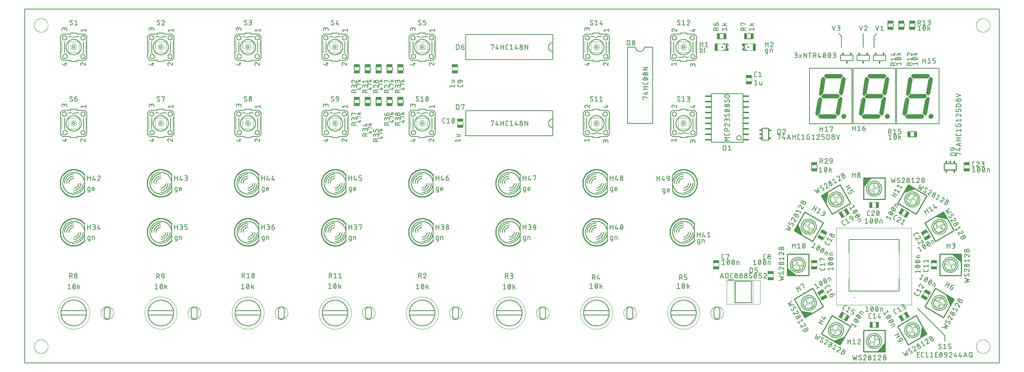
<source format=gto>
G75*
%MOIN*%
%OFA0B0*%
%FSLAX25Y25*%
%IPPOS*%
%LPD*%
%AMOC8*
5,1,8,0,0,1.08239X$1,22.5*
%
%ADD10C,0.00600*%
%ADD11C,0.00000*%
%ADD12C,0.00400*%
%ADD13R,0.00492X0.01969*%
%ADD14R,0.01280X0.00886*%
%ADD15R,0.00886X0.00492*%
%ADD16R,0.00492X0.01673*%
%ADD17R,0.01378X0.01969*%
%ADD18R,0.00492X0.02362*%
%ADD19R,0.01181X0.06693*%
%ADD20R,0.02756X0.06693*%
%ADD21R,0.01673X0.01280*%
%ADD22R,0.01378X0.01378*%
%ADD23C,0.00800*%
%ADD24C,0.01000*%
%ADD25C,0.01200*%
%ADD26C,0.02400*%
%ADD27R,0.05512X0.02559*%
%ADD28C,0.00500*%
%ADD29R,0.02559X0.05512*%
%ADD30C,0.00200*%
%ADD31C,0.00394*%
%ADD32C,0.00787*%
%ADD33R,0.01800X0.02300*%
%ADD34C,0.00039*%
%ADD35C,0.00295*%
%ADD36R,0.01299X0.02953*%
%ADD37R,0.05300X0.01600*%
%ADD38R,0.05709X0.02953*%
%ADD39C,0.00197*%
%ADD40R,0.02953X0.01299*%
%ADD41R,0.02953X0.05709*%
D10*
X0000000Y0000000D02*
X0000000Y0325000D01*
X0895000Y0325000D01*
X0895000Y0000000D01*
X0000000Y0000000D01*
X0039626Y0067886D02*
X0042071Y0067886D01*
X0040849Y0067886D02*
X0040849Y0072286D01*
X0039626Y0071308D01*
X0046571Y0070086D02*
X0046569Y0069969D01*
X0046563Y0069851D01*
X0046554Y0069734D01*
X0046541Y0069617D01*
X0046524Y0069501D01*
X0046503Y0069386D01*
X0046478Y0069271D01*
X0046450Y0069157D01*
X0046418Y0069044D01*
X0046382Y0068932D01*
X0046343Y0068821D01*
X0046300Y0068711D01*
X0046254Y0068603D01*
X0046204Y0068497D01*
X0046204Y0068498D02*
X0046183Y0068443D01*
X0046159Y0068389D01*
X0046131Y0068337D01*
X0046099Y0068287D01*
X0046065Y0068239D01*
X0046027Y0068194D01*
X0045987Y0068151D01*
X0045944Y0068110D01*
X0045898Y0068073D01*
X0045850Y0068039D01*
X0045800Y0068008D01*
X0045748Y0067980D01*
X0045694Y0067955D01*
X0045639Y0067935D01*
X0045582Y0067918D01*
X0045525Y0067904D01*
X0045467Y0067895D01*
X0045408Y0067889D01*
X0045349Y0067887D01*
X0045290Y0067889D01*
X0045231Y0067895D01*
X0045173Y0067904D01*
X0045116Y0067918D01*
X0045059Y0067935D01*
X0045004Y0067955D01*
X0044950Y0067980D01*
X0044898Y0068008D01*
X0044848Y0068039D01*
X0044800Y0068073D01*
X0044754Y0068110D01*
X0044711Y0068151D01*
X0044671Y0068194D01*
X0044633Y0068239D01*
X0044599Y0068287D01*
X0044567Y0068337D01*
X0044539Y0068389D01*
X0044515Y0068443D01*
X0044494Y0068498D01*
X0044371Y0068864D02*
X0046326Y0071308D01*
X0046204Y0071675D02*
X0046183Y0071730D01*
X0046159Y0071784D01*
X0046131Y0071836D01*
X0046099Y0071886D01*
X0046065Y0071934D01*
X0046027Y0071979D01*
X0045987Y0072022D01*
X0045944Y0072063D01*
X0045898Y0072100D01*
X0045850Y0072134D01*
X0045800Y0072165D01*
X0045748Y0072193D01*
X0045694Y0072218D01*
X0045639Y0072238D01*
X0045582Y0072255D01*
X0045525Y0072269D01*
X0045467Y0072278D01*
X0045408Y0072284D01*
X0045349Y0072286D01*
X0045290Y0072284D01*
X0045231Y0072278D01*
X0045173Y0072269D01*
X0045116Y0072255D01*
X0045059Y0072238D01*
X0045004Y0072218D01*
X0044950Y0072193D01*
X0044898Y0072165D01*
X0044848Y0072134D01*
X0044800Y0072100D01*
X0044754Y0072063D01*
X0044711Y0072022D01*
X0044671Y0071979D01*
X0044633Y0071934D01*
X0044599Y0071886D01*
X0044567Y0071836D01*
X0044539Y0071784D01*
X0044515Y0071730D01*
X0044494Y0071675D01*
X0046204Y0071675D02*
X0046254Y0071569D01*
X0046300Y0071461D01*
X0046343Y0071351D01*
X0046382Y0071240D01*
X0046418Y0071128D01*
X0046450Y0071015D01*
X0046478Y0070901D01*
X0046503Y0070786D01*
X0046524Y0070671D01*
X0046541Y0070555D01*
X0046554Y0070438D01*
X0046563Y0070321D01*
X0046569Y0070203D01*
X0046571Y0070086D01*
X0044126Y0070086D02*
X0044128Y0070203D01*
X0044134Y0070321D01*
X0044143Y0070438D01*
X0044156Y0070555D01*
X0044173Y0070671D01*
X0044194Y0070786D01*
X0044219Y0070901D01*
X0044247Y0071015D01*
X0044279Y0071128D01*
X0044315Y0071240D01*
X0044354Y0071351D01*
X0044397Y0071461D01*
X0044443Y0071568D01*
X0044493Y0071675D01*
X0044127Y0070086D02*
X0044129Y0069969D01*
X0044135Y0069851D01*
X0044144Y0069734D01*
X0044157Y0069617D01*
X0044174Y0069501D01*
X0044195Y0069386D01*
X0044220Y0069271D01*
X0044248Y0069157D01*
X0044280Y0069044D01*
X0044316Y0068932D01*
X0044355Y0068821D01*
X0044398Y0068712D01*
X0044444Y0068604D01*
X0044494Y0068497D01*
X0048788Y0067886D02*
X0048788Y0072286D01*
X0050743Y0070819D02*
X0048788Y0069353D01*
X0049643Y0069964D02*
X0050743Y0067886D01*
X0048136Y0079144D02*
X0048134Y0079075D01*
X0048128Y0079007D01*
X0048119Y0078939D01*
X0048105Y0078872D01*
X0048088Y0078806D01*
X0048067Y0078740D01*
X0048043Y0078676D01*
X0048015Y0078614D01*
X0047984Y0078553D01*
X0047949Y0078494D01*
X0047911Y0078437D01*
X0047869Y0078382D01*
X0047825Y0078330D01*
X0047778Y0078280D01*
X0047728Y0078233D01*
X0047676Y0078189D01*
X0047621Y0078147D01*
X0047564Y0078109D01*
X0047505Y0078074D01*
X0047444Y0078043D01*
X0047382Y0078015D01*
X0047318Y0077991D01*
X0047252Y0077970D01*
X0047186Y0077953D01*
X0047119Y0077939D01*
X0047051Y0077930D01*
X0046983Y0077924D01*
X0046914Y0077922D01*
X0046845Y0077924D01*
X0046777Y0077930D01*
X0046709Y0077939D01*
X0046642Y0077953D01*
X0046576Y0077970D01*
X0046510Y0077991D01*
X0046446Y0078015D01*
X0046384Y0078043D01*
X0046323Y0078074D01*
X0046264Y0078109D01*
X0046207Y0078147D01*
X0046152Y0078189D01*
X0046100Y0078233D01*
X0046050Y0078280D01*
X0046003Y0078330D01*
X0045959Y0078382D01*
X0045917Y0078437D01*
X0045879Y0078494D01*
X0045844Y0078553D01*
X0045813Y0078614D01*
X0045785Y0078676D01*
X0045761Y0078740D01*
X0045740Y0078806D01*
X0045723Y0078872D01*
X0045709Y0078939D01*
X0045700Y0079007D01*
X0045694Y0079075D01*
X0045692Y0079144D01*
X0045694Y0079213D01*
X0045700Y0079281D01*
X0045709Y0079349D01*
X0045723Y0079416D01*
X0045740Y0079482D01*
X0045761Y0079548D01*
X0045785Y0079612D01*
X0045813Y0079674D01*
X0045844Y0079735D01*
X0045879Y0079794D01*
X0045917Y0079851D01*
X0045959Y0079906D01*
X0046003Y0079958D01*
X0046050Y0080008D01*
X0046100Y0080055D01*
X0046152Y0080099D01*
X0046207Y0080141D01*
X0046264Y0080179D01*
X0046323Y0080214D01*
X0046384Y0080245D01*
X0046446Y0080273D01*
X0046510Y0080297D01*
X0046576Y0080318D01*
X0046642Y0080335D01*
X0046709Y0080349D01*
X0046777Y0080358D01*
X0046845Y0080364D01*
X0046914Y0080366D01*
X0046983Y0080364D01*
X0047051Y0080358D01*
X0047119Y0080349D01*
X0047186Y0080335D01*
X0047252Y0080318D01*
X0047318Y0080297D01*
X0047382Y0080273D01*
X0047444Y0080245D01*
X0047505Y0080214D01*
X0047564Y0080179D01*
X0047621Y0080141D01*
X0047676Y0080099D01*
X0047728Y0080055D01*
X0047778Y0080008D01*
X0047825Y0079958D01*
X0047869Y0079906D01*
X0047911Y0079851D01*
X0047949Y0079794D01*
X0047984Y0079735D01*
X0048015Y0079674D01*
X0048043Y0079612D01*
X0048067Y0079548D01*
X0048088Y0079482D01*
X0048105Y0079416D01*
X0048119Y0079349D01*
X0048128Y0079281D01*
X0048134Y0079213D01*
X0048136Y0079144D01*
X0047892Y0081344D02*
X0047890Y0081283D01*
X0047884Y0081221D01*
X0047875Y0081161D01*
X0047861Y0081101D01*
X0047844Y0081042D01*
X0047823Y0080984D01*
X0047799Y0080928D01*
X0047771Y0080873D01*
X0047740Y0080820D01*
X0047705Y0080769D01*
X0047668Y0080721D01*
X0047627Y0080675D01*
X0047583Y0080631D01*
X0047537Y0080590D01*
X0047489Y0080553D01*
X0047438Y0080518D01*
X0047385Y0080487D01*
X0047330Y0080459D01*
X0047274Y0080435D01*
X0047216Y0080414D01*
X0047157Y0080397D01*
X0047097Y0080383D01*
X0047037Y0080374D01*
X0046975Y0080368D01*
X0046914Y0080366D01*
X0046853Y0080368D01*
X0046791Y0080374D01*
X0046731Y0080383D01*
X0046671Y0080397D01*
X0046612Y0080414D01*
X0046554Y0080435D01*
X0046498Y0080459D01*
X0046443Y0080487D01*
X0046390Y0080518D01*
X0046339Y0080553D01*
X0046291Y0080590D01*
X0046245Y0080631D01*
X0046201Y0080675D01*
X0046160Y0080721D01*
X0046123Y0080769D01*
X0046088Y0080820D01*
X0046057Y0080873D01*
X0046029Y0080928D01*
X0046005Y0080984D01*
X0045984Y0081042D01*
X0045967Y0081101D01*
X0045953Y0081161D01*
X0045944Y0081221D01*
X0045938Y0081283D01*
X0045936Y0081344D01*
X0045938Y0081405D01*
X0045944Y0081467D01*
X0045953Y0081527D01*
X0045967Y0081587D01*
X0045984Y0081646D01*
X0046005Y0081704D01*
X0046029Y0081760D01*
X0046057Y0081815D01*
X0046088Y0081868D01*
X0046123Y0081919D01*
X0046160Y0081967D01*
X0046201Y0082013D01*
X0046245Y0082057D01*
X0046291Y0082098D01*
X0046339Y0082135D01*
X0046390Y0082170D01*
X0046443Y0082201D01*
X0046498Y0082229D01*
X0046554Y0082253D01*
X0046612Y0082274D01*
X0046671Y0082291D01*
X0046731Y0082305D01*
X0046791Y0082314D01*
X0046853Y0082320D01*
X0046914Y0082322D01*
X0046975Y0082320D01*
X0047037Y0082314D01*
X0047097Y0082305D01*
X0047157Y0082291D01*
X0047216Y0082274D01*
X0047274Y0082253D01*
X0047330Y0082229D01*
X0047385Y0082201D01*
X0047438Y0082170D01*
X0047489Y0082135D01*
X0047537Y0082098D01*
X0047583Y0082057D01*
X0047627Y0082013D01*
X0047668Y0081967D01*
X0047705Y0081919D01*
X0047740Y0081868D01*
X0047771Y0081815D01*
X0047799Y0081760D01*
X0047823Y0081704D01*
X0047844Y0081646D01*
X0047861Y0081587D01*
X0047875Y0081527D01*
X0047884Y0081467D01*
X0047890Y0081405D01*
X0047892Y0081344D01*
X0042695Y0079877D02*
X0043673Y0077921D01*
X0042450Y0079877D02*
X0041228Y0079877D01*
X0042450Y0079877D02*
X0042519Y0079879D01*
X0042587Y0079885D01*
X0042655Y0079894D01*
X0042722Y0079908D01*
X0042788Y0079925D01*
X0042854Y0079946D01*
X0042918Y0079970D01*
X0042980Y0079998D01*
X0043041Y0080029D01*
X0043100Y0080064D01*
X0043157Y0080102D01*
X0043212Y0080144D01*
X0043264Y0080188D01*
X0043314Y0080235D01*
X0043361Y0080285D01*
X0043405Y0080337D01*
X0043447Y0080392D01*
X0043485Y0080449D01*
X0043520Y0080508D01*
X0043551Y0080569D01*
X0043579Y0080631D01*
X0043603Y0080695D01*
X0043624Y0080761D01*
X0043641Y0080827D01*
X0043655Y0080894D01*
X0043664Y0080962D01*
X0043670Y0081030D01*
X0043672Y0081099D01*
X0043670Y0081168D01*
X0043664Y0081236D01*
X0043655Y0081304D01*
X0043641Y0081371D01*
X0043624Y0081437D01*
X0043603Y0081503D01*
X0043579Y0081567D01*
X0043551Y0081629D01*
X0043520Y0081690D01*
X0043485Y0081749D01*
X0043447Y0081806D01*
X0043405Y0081861D01*
X0043361Y0081913D01*
X0043314Y0081963D01*
X0043264Y0082010D01*
X0043212Y0082054D01*
X0043157Y0082096D01*
X0043100Y0082134D01*
X0043041Y0082169D01*
X0042980Y0082200D01*
X0042918Y0082228D01*
X0042854Y0082252D01*
X0042788Y0082273D01*
X0042722Y0082290D01*
X0042655Y0082304D01*
X0042587Y0082313D01*
X0042519Y0082319D01*
X0042450Y0082321D01*
X0041228Y0082321D01*
X0041228Y0077921D01*
X0058144Y0111733D02*
X0059122Y0111733D01*
X0059122Y0111734D02*
X0059174Y0111736D01*
X0059226Y0111741D01*
X0059278Y0111751D01*
X0059329Y0111764D01*
X0059378Y0111780D01*
X0059427Y0111800D01*
X0059473Y0111824D01*
X0059518Y0111850D01*
X0059561Y0111880D01*
X0059602Y0111913D01*
X0059640Y0111949D01*
X0059676Y0111987D01*
X0059709Y0112028D01*
X0059739Y0112071D01*
X0059765Y0112116D01*
X0059789Y0112163D01*
X0059809Y0112211D01*
X0059825Y0112260D01*
X0059838Y0112311D01*
X0059848Y0112363D01*
X0059853Y0112415D01*
X0059855Y0112467D01*
X0059856Y0112467D02*
X0059856Y0116133D01*
X0058633Y0116133D01*
X0058581Y0116131D01*
X0058529Y0116126D01*
X0058477Y0116116D01*
X0058426Y0116103D01*
X0058377Y0116087D01*
X0058329Y0116067D01*
X0058282Y0116043D01*
X0058237Y0116017D01*
X0058194Y0115987D01*
X0058153Y0115954D01*
X0058115Y0115918D01*
X0058079Y0115880D01*
X0058046Y0115839D01*
X0058016Y0115796D01*
X0057990Y0115751D01*
X0057966Y0115705D01*
X0057946Y0115656D01*
X0057930Y0115607D01*
X0057917Y0115556D01*
X0057907Y0115504D01*
X0057902Y0115452D01*
X0057900Y0115400D01*
X0057900Y0113933D01*
X0057902Y0113881D01*
X0057907Y0113829D01*
X0057917Y0113777D01*
X0057930Y0113726D01*
X0057946Y0113677D01*
X0057966Y0113629D01*
X0057990Y0113582D01*
X0058016Y0113537D01*
X0058046Y0113494D01*
X0058079Y0113453D01*
X0058115Y0113415D01*
X0058153Y0113379D01*
X0058194Y0113346D01*
X0058237Y0113316D01*
X0058282Y0113290D01*
X0058329Y0113266D01*
X0058377Y0113246D01*
X0058426Y0113230D01*
X0058477Y0113217D01*
X0058529Y0113207D01*
X0058581Y0113202D01*
X0058633Y0113200D01*
X0059856Y0113200D01*
X0062129Y0113200D02*
X0062129Y0116133D01*
X0063351Y0116133D01*
X0063403Y0116131D01*
X0063455Y0116126D01*
X0063507Y0116116D01*
X0063558Y0116103D01*
X0063607Y0116087D01*
X0063655Y0116067D01*
X0063702Y0116043D01*
X0063747Y0116017D01*
X0063790Y0115987D01*
X0063831Y0115954D01*
X0063869Y0115918D01*
X0063905Y0115880D01*
X0063938Y0115839D01*
X0063968Y0115796D01*
X0063994Y0115751D01*
X0064018Y0115704D01*
X0064038Y0115656D01*
X0064054Y0115607D01*
X0064067Y0115556D01*
X0064077Y0115504D01*
X0064082Y0115452D01*
X0064084Y0115400D01*
X0064085Y0115400D02*
X0064085Y0113200D01*
X0063672Y0122400D02*
X0062450Y0122400D01*
X0063672Y0122400D02*
X0063741Y0122402D01*
X0063809Y0122408D01*
X0063877Y0122417D01*
X0063944Y0122431D01*
X0064010Y0122448D01*
X0064076Y0122469D01*
X0064140Y0122493D01*
X0064202Y0122521D01*
X0064263Y0122552D01*
X0064322Y0122587D01*
X0064379Y0122625D01*
X0064434Y0122667D01*
X0064486Y0122711D01*
X0064536Y0122758D01*
X0064583Y0122808D01*
X0064627Y0122860D01*
X0064669Y0122915D01*
X0064707Y0122972D01*
X0064742Y0123031D01*
X0064773Y0123092D01*
X0064801Y0123154D01*
X0064825Y0123218D01*
X0064846Y0123284D01*
X0064863Y0123350D01*
X0064877Y0123417D01*
X0064886Y0123485D01*
X0064892Y0123553D01*
X0064894Y0123622D01*
X0064892Y0123691D01*
X0064886Y0123759D01*
X0064877Y0123827D01*
X0064863Y0123894D01*
X0064846Y0123960D01*
X0064825Y0124026D01*
X0064801Y0124090D01*
X0064773Y0124152D01*
X0064742Y0124213D01*
X0064707Y0124272D01*
X0064669Y0124329D01*
X0064627Y0124384D01*
X0064583Y0124436D01*
X0064536Y0124486D01*
X0064486Y0124533D01*
X0064434Y0124577D01*
X0064379Y0124619D01*
X0064322Y0124657D01*
X0064263Y0124692D01*
X0064202Y0124723D01*
X0064140Y0124751D01*
X0064076Y0124775D01*
X0064010Y0124796D01*
X0063944Y0124813D01*
X0063877Y0124827D01*
X0063809Y0124836D01*
X0063741Y0124842D01*
X0063672Y0124844D01*
X0063917Y0124844D02*
X0062939Y0124844D01*
X0063917Y0124844D02*
X0063978Y0124846D01*
X0064040Y0124852D01*
X0064100Y0124861D01*
X0064160Y0124875D01*
X0064219Y0124892D01*
X0064277Y0124913D01*
X0064333Y0124937D01*
X0064388Y0124965D01*
X0064441Y0124996D01*
X0064492Y0125031D01*
X0064540Y0125068D01*
X0064586Y0125109D01*
X0064630Y0125153D01*
X0064671Y0125199D01*
X0064708Y0125247D01*
X0064743Y0125298D01*
X0064774Y0125351D01*
X0064802Y0125406D01*
X0064826Y0125462D01*
X0064847Y0125520D01*
X0064864Y0125579D01*
X0064878Y0125639D01*
X0064887Y0125699D01*
X0064893Y0125761D01*
X0064895Y0125822D01*
X0064893Y0125883D01*
X0064887Y0125945D01*
X0064878Y0126005D01*
X0064864Y0126065D01*
X0064847Y0126124D01*
X0064826Y0126182D01*
X0064802Y0126238D01*
X0064774Y0126293D01*
X0064743Y0126346D01*
X0064708Y0126397D01*
X0064671Y0126445D01*
X0064630Y0126491D01*
X0064586Y0126535D01*
X0064540Y0126576D01*
X0064492Y0126613D01*
X0064441Y0126648D01*
X0064388Y0126679D01*
X0064333Y0126707D01*
X0064277Y0126731D01*
X0064219Y0126752D01*
X0064160Y0126769D01*
X0064100Y0126783D01*
X0064040Y0126792D01*
X0063978Y0126798D01*
X0063917Y0126800D01*
X0062450Y0126800D01*
X0060244Y0126800D02*
X0060244Y0122400D01*
X0057800Y0122400D02*
X0057800Y0126800D01*
X0057800Y0124844D02*
X0060244Y0124844D01*
X0066950Y0123378D02*
X0069394Y0123378D01*
X0068661Y0124356D02*
X0068661Y0122400D01*
X0066950Y0123378D02*
X0067928Y0126800D01*
X0035000Y0120000D02*
X0035003Y0120245D01*
X0035012Y0120491D01*
X0035027Y0120736D01*
X0035048Y0120980D01*
X0035075Y0121224D01*
X0035108Y0121467D01*
X0035147Y0121710D01*
X0035192Y0121951D01*
X0035243Y0122191D01*
X0035300Y0122430D01*
X0035362Y0122667D01*
X0035431Y0122903D01*
X0035505Y0123137D01*
X0035585Y0123369D01*
X0035670Y0123599D01*
X0035761Y0123827D01*
X0035858Y0124052D01*
X0035960Y0124276D01*
X0036068Y0124496D01*
X0036181Y0124714D01*
X0036299Y0124929D01*
X0036423Y0125141D01*
X0036551Y0125350D01*
X0036685Y0125556D01*
X0036824Y0125758D01*
X0036968Y0125957D01*
X0037117Y0126152D01*
X0037270Y0126344D01*
X0037428Y0126532D01*
X0037590Y0126716D01*
X0037758Y0126895D01*
X0037929Y0127071D01*
X0038105Y0127242D01*
X0038284Y0127410D01*
X0038468Y0127572D01*
X0038656Y0127730D01*
X0038848Y0127883D01*
X0039043Y0128032D01*
X0039242Y0128176D01*
X0039444Y0128315D01*
X0039650Y0128449D01*
X0039859Y0128577D01*
X0040071Y0128701D01*
X0040286Y0128819D01*
X0040504Y0128932D01*
X0040724Y0129040D01*
X0040948Y0129142D01*
X0041173Y0129239D01*
X0041401Y0129330D01*
X0041631Y0129415D01*
X0041863Y0129495D01*
X0042097Y0129569D01*
X0042333Y0129638D01*
X0042570Y0129700D01*
X0042809Y0129757D01*
X0043049Y0129808D01*
X0043290Y0129853D01*
X0043533Y0129892D01*
X0043776Y0129925D01*
X0044020Y0129952D01*
X0044264Y0129973D01*
X0044509Y0129988D01*
X0044755Y0129997D01*
X0045000Y0130000D01*
X0045245Y0129997D01*
X0045491Y0129988D01*
X0045736Y0129973D01*
X0045980Y0129952D01*
X0046224Y0129925D01*
X0046467Y0129892D01*
X0046710Y0129853D01*
X0046951Y0129808D01*
X0047191Y0129757D01*
X0047430Y0129700D01*
X0047667Y0129638D01*
X0047903Y0129569D01*
X0048137Y0129495D01*
X0048369Y0129415D01*
X0048599Y0129330D01*
X0048827Y0129239D01*
X0049052Y0129142D01*
X0049276Y0129040D01*
X0049496Y0128932D01*
X0049714Y0128819D01*
X0049929Y0128701D01*
X0050141Y0128577D01*
X0050350Y0128449D01*
X0050556Y0128315D01*
X0050758Y0128176D01*
X0050957Y0128032D01*
X0051152Y0127883D01*
X0051344Y0127730D01*
X0051532Y0127572D01*
X0051716Y0127410D01*
X0051895Y0127242D01*
X0052071Y0127071D01*
X0052242Y0126895D01*
X0052410Y0126716D01*
X0052572Y0126532D01*
X0052730Y0126344D01*
X0052883Y0126152D01*
X0053032Y0125957D01*
X0053176Y0125758D01*
X0053315Y0125556D01*
X0053449Y0125350D01*
X0053577Y0125141D01*
X0053701Y0124929D01*
X0053819Y0124714D01*
X0053932Y0124496D01*
X0054040Y0124276D01*
X0054142Y0124052D01*
X0054239Y0123827D01*
X0054330Y0123599D01*
X0054415Y0123369D01*
X0054495Y0123137D01*
X0054569Y0122903D01*
X0054638Y0122667D01*
X0054700Y0122430D01*
X0054757Y0122191D01*
X0054808Y0121951D01*
X0054853Y0121710D01*
X0054892Y0121467D01*
X0054925Y0121224D01*
X0054952Y0120980D01*
X0054973Y0120736D01*
X0054988Y0120491D01*
X0054997Y0120245D01*
X0055000Y0120000D01*
X0054997Y0119755D01*
X0054988Y0119509D01*
X0054973Y0119264D01*
X0054952Y0119020D01*
X0054925Y0118776D01*
X0054892Y0118533D01*
X0054853Y0118290D01*
X0054808Y0118049D01*
X0054757Y0117809D01*
X0054700Y0117570D01*
X0054638Y0117333D01*
X0054569Y0117097D01*
X0054495Y0116863D01*
X0054415Y0116631D01*
X0054330Y0116401D01*
X0054239Y0116173D01*
X0054142Y0115948D01*
X0054040Y0115724D01*
X0053932Y0115504D01*
X0053819Y0115286D01*
X0053701Y0115071D01*
X0053577Y0114859D01*
X0053449Y0114650D01*
X0053315Y0114444D01*
X0053176Y0114242D01*
X0053032Y0114043D01*
X0052883Y0113848D01*
X0052730Y0113656D01*
X0052572Y0113468D01*
X0052410Y0113284D01*
X0052242Y0113105D01*
X0052071Y0112929D01*
X0051895Y0112758D01*
X0051716Y0112590D01*
X0051532Y0112428D01*
X0051344Y0112270D01*
X0051152Y0112117D01*
X0050957Y0111968D01*
X0050758Y0111824D01*
X0050556Y0111685D01*
X0050350Y0111551D01*
X0050141Y0111423D01*
X0049929Y0111299D01*
X0049714Y0111181D01*
X0049496Y0111068D01*
X0049276Y0110960D01*
X0049052Y0110858D01*
X0048827Y0110761D01*
X0048599Y0110670D01*
X0048369Y0110585D01*
X0048137Y0110505D01*
X0047903Y0110431D01*
X0047667Y0110362D01*
X0047430Y0110300D01*
X0047191Y0110243D01*
X0046951Y0110192D01*
X0046710Y0110147D01*
X0046467Y0110108D01*
X0046224Y0110075D01*
X0045980Y0110048D01*
X0045736Y0110027D01*
X0045491Y0110012D01*
X0045245Y0110003D01*
X0045000Y0110000D01*
X0044755Y0110003D01*
X0044509Y0110012D01*
X0044264Y0110027D01*
X0044020Y0110048D01*
X0043776Y0110075D01*
X0043533Y0110108D01*
X0043290Y0110147D01*
X0043049Y0110192D01*
X0042809Y0110243D01*
X0042570Y0110300D01*
X0042333Y0110362D01*
X0042097Y0110431D01*
X0041863Y0110505D01*
X0041631Y0110585D01*
X0041401Y0110670D01*
X0041173Y0110761D01*
X0040948Y0110858D01*
X0040724Y0110960D01*
X0040504Y0111068D01*
X0040286Y0111181D01*
X0040071Y0111299D01*
X0039859Y0111423D01*
X0039650Y0111551D01*
X0039444Y0111685D01*
X0039242Y0111824D01*
X0039043Y0111968D01*
X0038848Y0112117D01*
X0038656Y0112270D01*
X0038468Y0112428D01*
X0038284Y0112590D01*
X0038105Y0112758D01*
X0037929Y0112929D01*
X0037758Y0113105D01*
X0037590Y0113284D01*
X0037428Y0113468D01*
X0037270Y0113656D01*
X0037117Y0113848D01*
X0036968Y0114043D01*
X0036824Y0114242D01*
X0036685Y0114444D01*
X0036551Y0114650D01*
X0036423Y0114859D01*
X0036299Y0115071D01*
X0036181Y0115286D01*
X0036068Y0115504D01*
X0035960Y0115724D01*
X0035858Y0115948D01*
X0035761Y0116173D01*
X0035670Y0116401D01*
X0035585Y0116631D01*
X0035505Y0116863D01*
X0035431Y0117097D01*
X0035362Y0117333D01*
X0035300Y0117570D01*
X0035243Y0117809D01*
X0035192Y0118049D01*
X0035147Y0118290D01*
X0035108Y0118533D01*
X0035075Y0118776D01*
X0035048Y0119020D01*
X0035027Y0119264D01*
X0035012Y0119509D01*
X0035003Y0119755D01*
X0035000Y0120000D01*
X0045000Y0111500D02*
X0045205Y0111502D01*
X0045411Y0111510D01*
X0045616Y0111522D01*
X0045820Y0111540D01*
X0046025Y0111562D01*
X0046228Y0111589D01*
X0046431Y0111621D01*
X0046633Y0111658D01*
X0046834Y0111700D01*
X0047034Y0111747D01*
X0047233Y0111799D01*
X0047431Y0111855D01*
X0047627Y0111916D01*
X0047821Y0111982D01*
X0048014Y0112052D01*
X0048205Y0112128D01*
X0048395Y0112207D01*
X0048582Y0112292D01*
X0048767Y0112380D01*
X0048950Y0112474D01*
X0049131Y0112571D01*
X0049309Y0112673D01*
X0049485Y0112780D01*
X0049658Y0112890D01*
X0049829Y0113005D01*
X0049996Y0113123D01*
X0050161Y0113246D01*
X0050323Y0113373D01*
X0050481Y0113503D01*
X0050637Y0113638D01*
X0050789Y0113776D01*
X0050937Y0113917D01*
X0051083Y0114063D01*
X0051224Y0114211D01*
X0051362Y0114363D01*
X0051497Y0114519D01*
X0051627Y0114677D01*
X0051754Y0114839D01*
X0051877Y0115004D01*
X0051995Y0115171D01*
X0052110Y0115342D01*
X0052220Y0115515D01*
X0052327Y0115691D01*
X0052429Y0115869D01*
X0052526Y0116050D01*
X0052620Y0116233D01*
X0052708Y0116418D01*
X0052793Y0116605D01*
X0052872Y0116795D01*
X0052948Y0116986D01*
X0053018Y0117179D01*
X0053084Y0117373D01*
X0053145Y0117569D01*
X0053201Y0117767D01*
X0053253Y0117966D01*
X0053300Y0118166D01*
X0053342Y0118367D01*
X0053379Y0118569D01*
X0053411Y0118772D01*
X0053438Y0118975D01*
X0053460Y0119180D01*
X0053478Y0119384D01*
X0053490Y0119589D01*
X0053498Y0119795D01*
X0053500Y0120000D01*
X0045000Y0128500D02*
X0044795Y0128498D01*
X0044589Y0128490D01*
X0044384Y0128478D01*
X0044180Y0128460D01*
X0043975Y0128438D01*
X0043772Y0128411D01*
X0043569Y0128379D01*
X0043367Y0128342D01*
X0043166Y0128300D01*
X0042966Y0128253D01*
X0042767Y0128201D01*
X0042569Y0128145D01*
X0042373Y0128084D01*
X0042179Y0128018D01*
X0041986Y0127948D01*
X0041795Y0127872D01*
X0041605Y0127793D01*
X0041418Y0127708D01*
X0041233Y0127620D01*
X0041050Y0127526D01*
X0040869Y0127429D01*
X0040691Y0127327D01*
X0040515Y0127220D01*
X0040342Y0127110D01*
X0040171Y0126995D01*
X0040004Y0126877D01*
X0039839Y0126754D01*
X0039677Y0126627D01*
X0039519Y0126497D01*
X0039363Y0126362D01*
X0039211Y0126224D01*
X0039063Y0126083D01*
X0038917Y0125937D01*
X0038776Y0125789D01*
X0038638Y0125637D01*
X0038503Y0125481D01*
X0038373Y0125323D01*
X0038246Y0125161D01*
X0038123Y0124996D01*
X0038005Y0124829D01*
X0037890Y0124658D01*
X0037780Y0124485D01*
X0037673Y0124309D01*
X0037571Y0124131D01*
X0037474Y0123950D01*
X0037380Y0123767D01*
X0037292Y0123582D01*
X0037207Y0123395D01*
X0037128Y0123205D01*
X0037052Y0123014D01*
X0036982Y0122821D01*
X0036916Y0122627D01*
X0036855Y0122431D01*
X0036799Y0122233D01*
X0036747Y0122034D01*
X0036700Y0121834D01*
X0036658Y0121633D01*
X0036621Y0121431D01*
X0036589Y0121228D01*
X0036562Y0121025D01*
X0036540Y0120820D01*
X0036522Y0120616D01*
X0036510Y0120411D01*
X0036502Y0120205D01*
X0036500Y0120000D01*
X0045000Y0113500D02*
X0045160Y0113502D01*
X0045319Y0113508D01*
X0045478Y0113518D01*
X0045637Y0113531D01*
X0045796Y0113549D01*
X0045954Y0113570D01*
X0046111Y0113596D01*
X0046268Y0113625D01*
X0046424Y0113658D01*
X0046579Y0113695D01*
X0046734Y0113735D01*
X0046887Y0113780D01*
X0047039Y0113828D01*
X0047190Y0113880D01*
X0047339Y0113936D01*
X0047487Y0113995D01*
X0047634Y0114058D01*
X0047779Y0114124D01*
X0047922Y0114194D01*
X0048064Y0114268D01*
X0048204Y0114344D01*
X0048342Y0114425D01*
X0048477Y0114508D01*
X0048611Y0114595D01*
X0048743Y0114686D01*
X0048872Y0114779D01*
X0048999Y0114876D01*
X0049124Y0114975D01*
X0049246Y0115078D01*
X0049365Y0115184D01*
X0049482Y0115292D01*
X0049596Y0115404D01*
X0049708Y0115518D01*
X0049816Y0115635D01*
X0049922Y0115754D01*
X0050025Y0115876D01*
X0050124Y0116001D01*
X0050221Y0116128D01*
X0050314Y0116257D01*
X0050405Y0116389D01*
X0050492Y0116523D01*
X0050575Y0116658D01*
X0050656Y0116796D01*
X0050732Y0116936D01*
X0050806Y0117078D01*
X0050876Y0117221D01*
X0050942Y0117366D01*
X0051005Y0117513D01*
X0051064Y0117661D01*
X0051120Y0117810D01*
X0051172Y0117961D01*
X0051220Y0118113D01*
X0051265Y0118266D01*
X0051305Y0118421D01*
X0051342Y0118576D01*
X0051375Y0118732D01*
X0051404Y0118889D01*
X0051430Y0119046D01*
X0051451Y0119204D01*
X0051469Y0119363D01*
X0051482Y0119522D01*
X0051492Y0119681D01*
X0051498Y0119840D01*
X0051500Y0120000D01*
X0045000Y0126500D02*
X0044840Y0126498D01*
X0044681Y0126492D01*
X0044522Y0126482D01*
X0044363Y0126469D01*
X0044204Y0126451D01*
X0044046Y0126430D01*
X0043889Y0126404D01*
X0043732Y0126375D01*
X0043576Y0126342D01*
X0043421Y0126305D01*
X0043266Y0126265D01*
X0043113Y0126220D01*
X0042961Y0126172D01*
X0042810Y0126120D01*
X0042661Y0126064D01*
X0042513Y0126005D01*
X0042366Y0125942D01*
X0042221Y0125876D01*
X0042078Y0125806D01*
X0041936Y0125732D01*
X0041796Y0125656D01*
X0041658Y0125575D01*
X0041523Y0125492D01*
X0041389Y0125405D01*
X0041257Y0125314D01*
X0041128Y0125221D01*
X0041001Y0125124D01*
X0040876Y0125025D01*
X0040754Y0124922D01*
X0040635Y0124816D01*
X0040518Y0124708D01*
X0040404Y0124596D01*
X0040292Y0124482D01*
X0040184Y0124365D01*
X0040078Y0124246D01*
X0039975Y0124124D01*
X0039876Y0123999D01*
X0039779Y0123872D01*
X0039686Y0123743D01*
X0039595Y0123611D01*
X0039508Y0123477D01*
X0039425Y0123342D01*
X0039344Y0123204D01*
X0039268Y0123064D01*
X0039194Y0122922D01*
X0039124Y0122779D01*
X0039058Y0122634D01*
X0038995Y0122487D01*
X0038936Y0122339D01*
X0038880Y0122190D01*
X0038828Y0122039D01*
X0038780Y0121887D01*
X0038735Y0121734D01*
X0038695Y0121579D01*
X0038658Y0121424D01*
X0038625Y0121268D01*
X0038596Y0121111D01*
X0038570Y0120954D01*
X0038549Y0120796D01*
X0038531Y0120637D01*
X0038518Y0120478D01*
X0038508Y0120319D01*
X0038502Y0120160D01*
X0038500Y0120000D01*
X0045000Y0115500D02*
X0045133Y0115502D01*
X0045267Y0115508D01*
X0045400Y0115518D01*
X0045532Y0115532D01*
X0045664Y0115549D01*
X0045796Y0115571D01*
X0045927Y0115596D01*
X0046057Y0115626D01*
X0046186Y0115659D01*
X0046314Y0115696D01*
X0046441Y0115737D01*
X0046567Y0115782D01*
X0046691Y0115830D01*
X0046814Y0115882D01*
X0046935Y0115937D01*
X0047055Y0115997D01*
X0047173Y0116059D01*
X0047288Y0116125D01*
X0047402Y0116195D01*
X0047514Y0116268D01*
X0047623Y0116344D01*
X0047731Y0116423D01*
X0047835Y0116506D01*
X0047938Y0116591D01*
X0048037Y0116680D01*
X0048134Y0116771D01*
X0048229Y0116866D01*
X0048320Y0116963D01*
X0048409Y0117062D01*
X0048494Y0117165D01*
X0048577Y0117269D01*
X0048656Y0117377D01*
X0048732Y0117486D01*
X0048805Y0117598D01*
X0048875Y0117712D01*
X0048941Y0117827D01*
X0049003Y0117945D01*
X0049063Y0118065D01*
X0049118Y0118186D01*
X0049170Y0118309D01*
X0049218Y0118433D01*
X0049263Y0118559D01*
X0049304Y0118686D01*
X0049341Y0118814D01*
X0049374Y0118943D01*
X0049404Y0119073D01*
X0049429Y0119204D01*
X0049451Y0119336D01*
X0049468Y0119468D01*
X0049482Y0119600D01*
X0049492Y0119733D01*
X0049498Y0119867D01*
X0049500Y0120000D01*
X0045000Y0124500D02*
X0044867Y0124498D01*
X0044733Y0124492D01*
X0044600Y0124482D01*
X0044468Y0124468D01*
X0044336Y0124451D01*
X0044204Y0124429D01*
X0044073Y0124404D01*
X0043943Y0124374D01*
X0043814Y0124341D01*
X0043686Y0124304D01*
X0043559Y0124263D01*
X0043433Y0124218D01*
X0043309Y0124170D01*
X0043186Y0124118D01*
X0043065Y0124063D01*
X0042945Y0124003D01*
X0042827Y0123941D01*
X0042712Y0123875D01*
X0042598Y0123805D01*
X0042486Y0123732D01*
X0042377Y0123656D01*
X0042269Y0123577D01*
X0042165Y0123494D01*
X0042062Y0123409D01*
X0041963Y0123320D01*
X0041866Y0123229D01*
X0041771Y0123134D01*
X0041680Y0123037D01*
X0041591Y0122938D01*
X0041506Y0122835D01*
X0041423Y0122731D01*
X0041344Y0122623D01*
X0041268Y0122514D01*
X0041195Y0122402D01*
X0041125Y0122288D01*
X0041059Y0122173D01*
X0040997Y0122055D01*
X0040937Y0121935D01*
X0040882Y0121814D01*
X0040830Y0121691D01*
X0040782Y0121567D01*
X0040737Y0121441D01*
X0040696Y0121314D01*
X0040659Y0121186D01*
X0040626Y0121057D01*
X0040596Y0120927D01*
X0040571Y0120796D01*
X0040549Y0120664D01*
X0040532Y0120532D01*
X0040518Y0120400D01*
X0040508Y0120267D01*
X0040502Y0120133D01*
X0040500Y0120000D01*
X0058144Y0156733D02*
X0059122Y0156733D01*
X0059122Y0156734D02*
X0059174Y0156736D01*
X0059226Y0156741D01*
X0059278Y0156751D01*
X0059329Y0156764D01*
X0059378Y0156780D01*
X0059427Y0156800D01*
X0059473Y0156824D01*
X0059518Y0156850D01*
X0059561Y0156880D01*
X0059602Y0156913D01*
X0059640Y0156949D01*
X0059676Y0156987D01*
X0059709Y0157028D01*
X0059739Y0157071D01*
X0059765Y0157116D01*
X0059789Y0157163D01*
X0059809Y0157211D01*
X0059825Y0157260D01*
X0059838Y0157311D01*
X0059848Y0157363D01*
X0059853Y0157415D01*
X0059855Y0157467D01*
X0059856Y0157467D02*
X0059856Y0161133D01*
X0058633Y0161133D01*
X0058581Y0161131D01*
X0058529Y0161126D01*
X0058477Y0161116D01*
X0058426Y0161103D01*
X0058377Y0161087D01*
X0058329Y0161067D01*
X0058282Y0161043D01*
X0058237Y0161017D01*
X0058194Y0160987D01*
X0058153Y0160954D01*
X0058115Y0160918D01*
X0058079Y0160880D01*
X0058046Y0160839D01*
X0058016Y0160796D01*
X0057990Y0160751D01*
X0057966Y0160705D01*
X0057946Y0160656D01*
X0057930Y0160607D01*
X0057917Y0160556D01*
X0057907Y0160504D01*
X0057902Y0160452D01*
X0057900Y0160400D01*
X0057900Y0158933D01*
X0057902Y0158881D01*
X0057907Y0158829D01*
X0057917Y0158777D01*
X0057930Y0158726D01*
X0057946Y0158677D01*
X0057966Y0158629D01*
X0057990Y0158582D01*
X0058016Y0158537D01*
X0058046Y0158494D01*
X0058079Y0158453D01*
X0058115Y0158415D01*
X0058153Y0158379D01*
X0058194Y0158346D01*
X0058237Y0158316D01*
X0058282Y0158290D01*
X0058329Y0158266D01*
X0058377Y0158246D01*
X0058426Y0158230D01*
X0058477Y0158217D01*
X0058529Y0158207D01*
X0058581Y0158202D01*
X0058633Y0158200D01*
X0059856Y0158200D01*
X0061979Y0158933D02*
X0061979Y0160156D01*
X0061979Y0159667D02*
X0063935Y0159667D01*
X0063935Y0160156D01*
X0063933Y0160217D01*
X0063927Y0160279D01*
X0063918Y0160339D01*
X0063904Y0160399D01*
X0063887Y0160458D01*
X0063866Y0160516D01*
X0063842Y0160572D01*
X0063814Y0160627D01*
X0063783Y0160680D01*
X0063748Y0160731D01*
X0063711Y0160779D01*
X0063670Y0160825D01*
X0063626Y0160869D01*
X0063580Y0160910D01*
X0063532Y0160947D01*
X0063481Y0160982D01*
X0063428Y0161013D01*
X0063373Y0161041D01*
X0063317Y0161065D01*
X0063259Y0161086D01*
X0063200Y0161103D01*
X0063140Y0161117D01*
X0063080Y0161126D01*
X0063018Y0161132D01*
X0062957Y0161134D01*
X0062896Y0161132D01*
X0062834Y0161126D01*
X0062774Y0161117D01*
X0062714Y0161103D01*
X0062655Y0161086D01*
X0062597Y0161065D01*
X0062541Y0161041D01*
X0062486Y0161013D01*
X0062433Y0160982D01*
X0062382Y0160947D01*
X0062334Y0160910D01*
X0062288Y0160869D01*
X0062244Y0160825D01*
X0062203Y0160779D01*
X0062166Y0160731D01*
X0062131Y0160680D01*
X0062100Y0160627D01*
X0062072Y0160572D01*
X0062048Y0160516D01*
X0062027Y0160458D01*
X0062010Y0160399D01*
X0061996Y0160339D01*
X0061987Y0160279D01*
X0061981Y0160217D01*
X0061979Y0160156D01*
X0061979Y0158933D02*
X0061981Y0158881D01*
X0061986Y0158829D01*
X0061996Y0158777D01*
X0062009Y0158726D01*
X0062025Y0158677D01*
X0062045Y0158629D01*
X0062069Y0158582D01*
X0062095Y0158537D01*
X0062125Y0158494D01*
X0062158Y0158453D01*
X0062194Y0158415D01*
X0062232Y0158379D01*
X0062273Y0158346D01*
X0062316Y0158316D01*
X0062361Y0158290D01*
X0062408Y0158266D01*
X0062456Y0158246D01*
X0062505Y0158230D01*
X0062556Y0158217D01*
X0062608Y0158207D01*
X0062660Y0158202D01*
X0062712Y0158200D01*
X0063935Y0158200D01*
X0064161Y0167400D02*
X0064161Y0169356D01*
X0064894Y0168378D02*
X0062450Y0168378D01*
X0063428Y0171800D01*
X0060244Y0171800D02*
X0060244Y0167400D01*
X0057800Y0167400D02*
X0057800Y0171800D01*
X0057800Y0169844D02*
X0060244Y0169844D01*
X0066950Y0167400D02*
X0069394Y0167400D01*
X0066950Y0167400D02*
X0069028Y0169844D01*
X0068294Y0171800D02*
X0068220Y0171798D01*
X0068146Y0171792D01*
X0068073Y0171783D01*
X0068000Y0171769D01*
X0067928Y0171752D01*
X0067857Y0171731D01*
X0067787Y0171706D01*
X0067719Y0171678D01*
X0067652Y0171646D01*
X0067587Y0171610D01*
X0067524Y0171572D01*
X0067463Y0171530D01*
X0067404Y0171485D01*
X0067348Y0171437D01*
X0067294Y0171386D01*
X0067243Y0171332D01*
X0067195Y0171275D01*
X0067150Y0171217D01*
X0067108Y0171156D01*
X0067070Y0171093D01*
X0067034Y0171027D01*
X0067003Y0170961D01*
X0066974Y0170892D01*
X0066950Y0170822D01*
X0069027Y0169845D02*
X0069076Y0169893D01*
X0069121Y0169945D01*
X0069163Y0169998D01*
X0069202Y0170054D01*
X0069238Y0170113D01*
X0069270Y0170173D01*
X0069299Y0170235D01*
X0069324Y0170298D01*
X0069345Y0170363D01*
X0069363Y0170429D01*
X0069376Y0170496D01*
X0069386Y0170564D01*
X0069392Y0170632D01*
X0069394Y0170700D01*
X0069392Y0170764D01*
X0069387Y0170828D01*
X0069377Y0170891D01*
X0069364Y0170954D01*
X0069348Y0171015D01*
X0069328Y0171076D01*
X0069304Y0171136D01*
X0069277Y0171194D01*
X0069247Y0171250D01*
X0069213Y0171304D01*
X0069176Y0171357D01*
X0069137Y0171407D01*
X0069094Y0171455D01*
X0069049Y0171500D01*
X0069001Y0171543D01*
X0068951Y0171582D01*
X0068898Y0171619D01*
X0068844Y0171653D01*
X0068788Y0171683D01*
X0068730Y0171710D01*
X0068670Y0171734D01*
X0068609Y0171754D01*
X0068548Y0171770D01*
X0068485Y0171783D01*
X0068422Y0171793D01*
X0068358Y0171798D01*
X0068294Y0171800D01*
X0035000Y0165000D02*
X0035003Y0165245D01*
X0035012Y0165491D01*
X0035027Y0165736D01*
X0035048Y0165980D01*
X0035075Y0166224D01*
X0035108Y0166467D01*
X0035147Y0166710D01*
X0035192Y0166951D01*
X0035243Y0167191D01*
X0035300Y0167430D01*
X0035362Y0167667D01*
X0035431Y0167903D01*
X0035505Y0168137D01*
X0035585Y0168369D01*
X0035670Y0168599D01*
X0035761Y0168827D01*
X0035858Y0169052D01*
X0035960Y0169276D01*
X0036068Y0169496D01*
X0036181Y0169714D01*
X0036299Y0169929D01*
X0036423Y0170141D01*
X0036551Y0170350D01*
X0036685Y0170556D01*
X0036824Y0170758D01*
X0036968Y0170957D01*
X0037117Y0171152D01*
X0037270Y0171344D01*
X0037428Y0171532D01*
X0037590Y0171716D01*
X0037758Y0171895D01*
X0037929Y0172071D01*
X0038105Y0172242D01*
X0038284Y0172410D01*
X0038468Y0172572D01*
X0038656Y0172730D01*
X0038848Y0172883D01*
X0039043Y0173032D01*
X0039242Y0173176D01*
X0039444Y0173315D01*
X0039650Y0173449D01*
X0039859Y0173577D01*
X0040071Y0173701D01*
X0040286Y0173819D01*
X0040504Y0173932D01*
X0040724Y0174040D01*
X0040948Y0174142D01*
X0041173Y0174239D01*
X0041401Y0174330D01*
X0041631Y0174415D01*
X0041863Y0174495D01*
X0042097Y0174569D01*
X0042333Y0174638D01*
X0042570Y0174700D01*
X0042809Y0174757D01*
X0043049Y0174808D01*
X0043290Y0174853D01*
X0043533Y0174892D01*
X0043776Y0174925D01*
X0044020Y0174952D01*
X0044264Y0174973D01*
X0044509Y0174988D01*
X0044755Y0174997D01*
X0045000Y0175000D01*
X0045245Y0174997D01*
X0045491Y0174988D01*
X0045736Y0174973D01*
X0045980Y0174952D01*
X0046224Y0174925D01*
X0046467Y0174892D01*
X0046710Y0174853D01*
X0046951Y0174808D01*
X0047191Y0174757D01*
X0047430Y0174700D01*
X0047667Y0174638D01*
X0047903Y0174569D01*
X0048137Y0174495D01*
X0048369Y0174415D01*
X0048599Y0174330D01*
X0048827Y0174239D01*
X0049052Y0174142D01*
X0049276Y0174040D01*
X0049496Y0173932D01*
X0049714Y0173819D01*
X0049929Y0173701D01*
X0050141Y0173577D01*
X0050350Y0173449D01*
X0050556Y0173315D01*
X0050758Y0173176D01*
X0050957Y0173032D01*
X0051152Y0172883D01*
X0051344Y0172730D01*
X0051532Y0172572D01*
X0051716Y0172410D01*
X0051895Y0172242D01*
X0052071Y0172071D01*
X0052242Y0171895D01*
X0052410Y0171716D01*
X0052572Y0171532D01*
X0052730Y0171344D01*
X0052883Y0171152D01*
X0053032Y0170957D01*
X0053176Y0170758D01*
X0053315Y0170556D01*
X0053449Y0170350D01*
X0053577Y0170141D01*
X0053701Y0169929D01*
X0053819Y0169714D01*
X0053932Y0169496D01*
X0054040Y0169276D01*
X0054142Y0169052D01*
X0054239Y0168827D01*
X0054330Y0168599D01*
X0054415Y0168369D01*
X0054495Y0168137D01*
X0054569Y0167903D01*
X0054638Y0167667D01*
X0054700Y0167430D01*
X0054757Y0167191D01*
X0054808Y0166951D01*
X0054853Y0166710D01*
X0054892Y0166467D01*
X0054925Y0166224D01*
X0054952Y0165980D01*
X0054973Y0165736D01*
X0054988Y0165491D01*
X0054997Y0165245D01*
X0055000Y0165000D01*
X0054997Y0164755D01*
X0054988Y0164509D01*
X0054973Y0164264D01*
X0054952Y0164020D01*
X0054925Y0163776D01*
X0054892Y0163533D01*
X0054853Y0163290D01*
X0054808Y0163049D01*
X0054757Y0162809D01*
X0054700Y0162570D01*
X0054638Y0162333D01*
X0054569Y0162097D01*
X0054495Y0161863D01*
X0054415Y0161631D01*
X0054330Y0161401D01*
X0054239Y0161173D01*
X0054142Y0160948D01*
X0054040Y0160724D01*
X0053932Y0160504D01*
X0053819Y0160286D01*
X0053701Y0160071D01*
X0053577Y0159859D01*
X0053449Y0159650D01*
X0053315Y0159444D01*
X0053176Y0159242D01*
X0053032Y0159043D01*
X0052883Y0158848D01*
X0052730Y0158656D01*
X0052572Y0158468D01*
X0052410Y0158284D01*
X0052242Y0158105D01*
X0052071Y0157929D01*
X0051895Y0157758D01*
X0051716Y0157590D01*
X0051532Y0157428D01*
X0051344Y0157270D01*
X0051152Y0157117D01*
X0050957Y0156968D01*
X0050758Y0156824D01*
X0050556Y0156685D01*
X0050350Y0156551D01*
X0050141Y0156423D01*
X0049929Y0156299D01*
X0049714Y0156181D01*
X0049496Y0156068D01*
X0049276Y0155960D01*
X0049052Y0155858D01*
X0048827Y0155761D01*
X0048599Y0155670D01*
X0048369Y0155585D01*
X0048137Y0155505D01*
X0047903Y0155431D01*
X0047667Y0155362D01*
X0047430Y0155300D01*
X0047191Y0155243D01*
X0046951Y0155192D01*
X0046710Y0155147D01*
X0046467Y0155108D01*
X0046224Y0155075D01*
X0045980Y0155048D01*
X0045736Y0155027D01*
X0045491Y0155012D01*
X0045245Y0155003D01*
X0045000Y0155000D01*
X0044755Y0155003D01*
X0044509Y0155012D01*
X0044264Y0155027D01*
X0044020Y0155048D01*
X0043776Y0155075D01*
X0043533Y0155108D01*
X0043290Y0155147D01*
X0043049Y0155192D01*
X0042809Y0155243D01*
X0042570Y0155300D01*
X0042333Y0155362D01*
X0042097Y0155431D01*
X0041863Y0155505D01*
X0041631Y0155585D01*
X0041401Y0155670D01*
X0041173Y0155761D01*
X0040948Y0155858D01*
X0040724Y0155960D01*
X0040504Y0156068D01*
X0040286Y0156181D01*
X0040071Y0156299D01*
X0039859Y0156423D01*
X0039650Y0156551D01*
X0039444Y0156685D01*
X0039242Y0156824D01*
X0039043Y0156968D01*
X0038848Y0157117D01*
X0038656Y0157270D01*
X0038468Y0157428D01*
X0038284Y0157590D01*
X0038105Y0157758D01*
X0037929Y0157929D01*
X0037758Y0158105D01*
X0037590Y0158284D01*
X0037428Y0158468D01*
X0037270Y0158656D01*
X0037117Y0158848D01*
X0036968Y0159043D01*
X0036824Y0159242D01*
X0036685Y0159444D01*
X0036551Y0159650D01*
X0036423Y0159859D01*
X0036299Y0160071D01*
X0036181Y0160286D01*
X0036068Y0160504D01*
X0035960Y0160724D01*
X0035858Y0160948D01*
X0035761Y0161173D01*
X0035670Y0161401D01*
X0035585Y0161631D01*
X0035505Y0161863D01*
X0035431Y0162097D01*
X0035362Y0162333D01*
X0035300Y0162570D01*
X0035243Y0162809D01*
X0035192Y0163049D01*
X0035147Y0163290D01*
X0035108Y0163533D01*
X0035075Y0163776D01*
X0035048Y0164020D01*
X0035027Y0164264D01*
X0035012Y0164509D01*
X0035003Y0164755D01*
X0035000Y0165000D01*
X0045000Y0156500D02*
X0045205Y0156502D01*
X0045411Y0156510D01*
X0045616Y0156522D01*
X0045820Y0156540D01*
X0046025Y0156562D01*
X0046228Y0156589D01*
X0046431Y0156621D01*
X0046633Y0156658D01*
X0046834Y0156700D01*
X0047034Y0156747D01*
X0047233Y0156799D01*
X0047431Y0156855D01*
X0047627Y0156916D01*
X0047821Y0156982D01*
X0048014Y0157052D01*
X0048205Y0157128D01*
X0048395Y0157207D01*
X0048582Y0157292D01*
X0048767Y0157380D01*
X0048950Y0157474D01*
X0049131Y0157571D01*
X0049309Y0157673D01*
X0049485Y0157780D01*
X0049658Y0157890D01*
X0049829Y0158005D01*
X0049996Y0158123D01*
X0050161Y0158246D01*
X0050323Y0158373D01*
X0050481Y0158503D01*
X0050637Y0158638D01*
X0050789Y0158776D01*
X0050937Y0158917D01*
X0051083Y0159063D01*
X0051224Y0159211D01*
X0051362Y0159363D01*
X0051497Y0159519D01*
X0051627Y0159677D01*
X0051754Y0159839D01*
X0051877Y0160004D01*
X0051995Y0160171D01*
X0052110Y0160342D01*
X0052220Y0160515D01*
X0052327Y0160691D01*
X0052429Y0160869D01*
X0052526Y0161050D01*
X0052620Y0161233D01*
X0052708Y0161418D01*
X0052793Y0161605D01*
X0052872Y0161795D01*
X0052948Y0161986D01*
X0053018Y0162179D01*
X0053084Y0162373D01*
X0053145Y0162569D01*
X0053201Y0162767D01*
X0053253Y0162966D01*
X0053300Y0163166D01*
X0053342Y0163367D01*
X0053379Y0163569D01*
X0053411Y0163772D01*
X0053438Y0163975D01*
X0053460Y0164180D01*
X0053478Y0164384D01*
X0053490Y0164589D01*
X0053498Y0164795D01*
X0053500Y0165000D01*
X0045000Y0173500D02*
X0044795Y0173498D01*
X0044589Y0173490D01*
X0044384Y0173478D01*
X0044180Y0173460D01*
X0043975Y0173438D01*
X0043772Y0173411D01*
X0043569Y0173379D01*
X0043367Y0173342D01*
X0043166Y0173300D01*
X0042966Y0173253D01*
X0042767Y0173201D01*
X0042569Y0173145D01*
X0042373Y0173084D01*
X0042179Y0173018D01*
X0041986Y0172948D01*
X0041795Y0172872D01*
X0041605Y0172793D01*
X0041418Y0172708D01*
X0041233Y0172620D01*
X0041050Y0172526D01*
X0040869Y0172429D01*
X0040691Y0172327D01*
X0040515Y0172220D01*
X0040342Y0172110D01*
X0040171Y0171995D01*
X0040004Y0171877D01*
X0039839Y0171754D01*
X0039677Y0171627D01*
X0039519Y0171497D01*
X0039363Y0171362D01*
X0039211Y0171224D01*
X0039063Y0171083D01*
X0038917Y0170937D01*
X0038776Y0170789D01*
X0038638Y0170637D01*
X0038503Y0170481D01*
X0038373Y0170323D01*
X0038246Y0170161D01*
X0038123Y0169996D01*
X0038005Y0169829D01*
X0037890Y0169658D01*
X0037780Y0169485D01*
X0037673Y0169309D01*
X0037571Y0169131D01*
X0037474Y0168950D01*
X0037380Y0168767D01*
X0037292Y0168582D01*
X0037207Y0168395D01*
X0037128Y0168205D01*
X0037052Y0168014D01*
X0036982Y0167821D01*
X0036916Y0167627D01*
X0036855Y0167431D01*
X0036799Y0167233D01*
X0036747Y0167034D01*
X0036700Y0166834D01*
X0036658Y0166633D01*
X0036621Y0166431D01*
X0036589Y0166228D01*
X0036562Y0166025D01*
X0036540Y0165820D01*
X0036522Y0165616D01*
X0036510Y0165411D01*
X0036502Y0165205D01*
X0036500Y0165000D01*
X0045000Y0158500D02*
X0045160Y0158502D01*
X0045319Y0158508D01*
X0045478Y0158518D01*
X0045637Y0158531D01*
X0045796Y0158549D01*
X0045954Y0158570D01*
X0046111Y0158596D01*
X0046268Y0158625D01*
X0046424Y0158658D01*
X0046579Y0158695D01*
X0046734Y0158735D01*
X0046887Y0158780D01*
X0047039Y0158828D01*
X0047190Y0158880D01*
X0047339Y0158936D01*
X0047487Y0158995D01*
X0047634Y0159058D01*
X0047779Y0159124D01*
X0047922Y0159194D01*
X0048064Y0159268D01*
X0048204Y0159344D01*
X0048342Y0159425D01*
X0048477Y0159508D01*
X0048611Y0159595D01*
X0048743Y0159686D01*
X0048872Y0159779D01*
X0048999Y0159876D01*
X0049124Y0159975D01*
X0049246Y0160078D01*
X0049365Y0160184D01*
X0049482Y0160292D01*
X0049596Y0160404D01*
X0049708Y0160518D01*
X0049816Y0160635D01*
X0049922Y0160754D01*
X0050025Y0160876D01*
X0050124Y0161001D01*
X0050221Y0161128D01*
X0050314Y0161257D01*
X0050405Y0161389D01*
X0050492Y0161523D01*
X0050575Y0161658D01*
X0050656Y0161796D01*
X0050732Y0161936D01*
X0050806Y0162078D01*
X0050876Y0162221D01*
X0050942Y0162366D01*
X0051005Y0162513D01*
X0051064Y0162661D01*
X0051120Y0162810D01*
X0051172Y0162961D01*
X0051220Y0163113D01*
X0051265Y0163266D01*
X0051305Y0163421D01*
X0051342Y0163576D01*
X0051375Y0163732D01*
X0051404Y0163889D01*
X0051430Y0164046D01*
X0051451Y0164204D01*
X0051469Y0164363D01*
X0051482Y0164522D01*
X0051492Y0164681D01*
X0051498Y0164840D01*
X0051500Y0165000D01*
X0045000Y0171500D02*
X0044840Y0171498D01*
X0044681Y0171492D01*
X0044522Y0171482D01*
X0044363Y0171469D01*
X0044204Y0171451D01*
X0044046Y0171430D01*
X0043889Y0171404D01*
X0043732Y0171375D01*
X0043576Y0171342D01*
X0043421Y0171305D01*
X0043266Y0171265D01*
X0043113Y0171220D01*
X0042961Y0171172D01*
X0042810Y0171120D01*
X0042661Y0171064D01*
X0042513Y0171005D01*
X0042366Y0170942D01*
X0042221Y0170876D01*
X0042078Y0170806D01*
X0041936Y0170732D01*
X0041796Y0170656D01*
X0041658Y0170575D01*
X0041523Y0170492D01*
X0041389Y0170405D01*
X0041257Y0170314D01*
X0041128Y0170221D01*
X0041001Y0170124D01*
X0040876Y0170025D01*
X0040754Y0169922D01*
X0040635Y0169816D01*
X0040518Y0169708D01*
X0040404Y0169596D01*
X0040292Y0169482D01*
X0040184Y0169365D01*
X0040078Y0169246D01*
X0039975Y0169124D01*
X0039876Y0168999D01*
X0039779Y0168872D01*
X0039686Y0168743D01*
X0039595Y0168611D01*
X0039508Y0168477D01*
X0039425Y0168342D01*
X0039344Y0168204D01*
X0039268Y0168064D01*
X0039194Y0167922D01*
X0039124Y0167779D01*
X0039058Y0167634D01*
X0038995Y0167487D01*
X0038936Y0167339D01*
X0038880Y0167190D01*
X0038828Y0167039D01*
X0038780Y0166887D01*
X0038735Y0166734D01*
X0038695Y0166579D01*
X0038658Y0166424D01*
X0038625Y0166268D01*
X0038596Y0166111D01*
X0038570Y0165954D01*
X0038549Y0165796D01*
X0038531Y0165637D01*
X0038518Y0165478D01*
X0038508Y0165319D01*
X0038502Y0165160D01*
X0038500Y0165000D01*
X0045000Y0160500D02*
X0045133Y0160502D01*
X0045267Y0160508D01*
X0045400Y0160518D01*
X0045532Y0160532D01*
X0045664Y0160549D01*
X0045796Y0160571D01*
X0045927Y0160596D01*
X0046057Y0160626D01*
X0046186Y0160659D01*
X0046314Y0160696D01*
X0046441Y0160737D01*
X0046567Y0160782D01*
X0046691Y0160830D01*
X0046814Y0160882D01*
X0046935Y0160937D01*
X0047055Y0160997D01*
X0047173Y0161059D01*
X0047288Y0161125D01*
X0047402Y0161195D01*
X0047514Y0161268D01*
X0047623Y0161344D01*
X0047731Y0161423D01*
X0047835Y0161506D01*
X0047938Y0161591D01*
X0048037Y0161680D01*
X0048134Y0161771D01*
X0048229Y0161866D01*
X0048320Y0161963D01*
X0048409Y0162062D01*
X0048494Y0162165D01*
X0048577Y0162269D01*
X0048656Y0162377D01*
X0048732Y0162486D01*
X0048805Y0162598D01*
X0048875Y0162712D01*
X0048941Y0162827D01*
X0049003Y0162945D01*
X0049063Y0163065D01*
X0049118Y0163186D01*
X0049170Y0163309D01*
X0049218Y0163433D01*
X0049263Y0163559D01*
X0049304Y0163686D01*
X0049341Y0163814D01*
X0049374Y0163943D01*
X0049404Y0164073D01*
X0049429Y0164204D01*
X0049451Y0164336D01*
X0049468Y0164468D01*
X0049482Y0164600D01*
X0049492Y0164733D01*
X0049498Y0164867D01*
X0049500Y0165000D01*
X0045000Y0169500D02*
X0044867Y0169498D01*
X0044733Y0169492D01*
X0044600Y0169482D01*
X0044468Y0169468D01*
X0044336Y0169451D01*
X0044204Y0169429D01*
X0044073Y0169404D01*
X0043943Y0169374D01*
X0043814Y0169341D01*
X0043686Y0169304D01*
X0043559Y0169263D01*
X0043433Y0169218D01*
X0043309Y0169170D01*
X0043186Y0169118D01*
X0043065Y0169063D01*
X0042945Y0169003D01*
X0042827Y0168941D01*
X0042712Y0168875D01*
X0042598Y0168805D01*
X0042486Y0168732D01*
X0042377Y0168656D01*
X0042269Y0168577D01*
X0042165Y0168494D01*
X0042062Y0168409D01*
X0041963Y0168320D01*
X0041866Y0168229D01*
X0041771Y0168134D01*
X0041680Y0168037D01*
X0041591Y0167938D01*
X0041506Y0167835D01*
X0041423Y0167731D01*
X0041344Y0167623D01*
X0041268Y0167514D01*
X0041195Y0167402D01*
X0041125Y0167288D01*
X0041059Y0167173D01*
X0040997Y0167055D01*
X0040937Y0166935D01*
X0040882Y0166814D01*
X0040830Y0166691D01*
X0040782Y0166567D01*
X0040737Y0166441D01*
X0040696Y0166314D01*
X0040659Y0166186D01*
X0040626Y0166057D01*
X0040596Y0165927D01*
X0040571Y0165796D01*
X0040549Y0165664D01*
X0040532Y0165532D01*
X0040518Y0165400D01*
X0040508Y0165267D01*
X0040502Y0165133D01*
X0040500Y0165000D01*
X0115000Y0165000D02*
X0115003Y0165245D01*
X0115012Y0165491D01*
X0115027Y0165736D01*
X0115048Y0165980D01*
X0115075Y0166224D01*
X0115108Y0166467D01*
X0115147Y0166710D01*
X0115192Y0166951D01*
X0115243Y0167191D01*
X0115300Y0167430D01*
X0115362Y0167667D01*
X0115431Y0167903D01*
X0115505Y0168137D01*
X0115585Y0168369D01*
X0115670Y0168599D01*
X0115761Y0168827D01*
X0115858Y0169052D01*
X0115960Y0169276D01*
X0116068Y0169496D01*
X0116181Y0169714D01*
X0116299Y0169929D01*
X0116423Y0170141D01*
X0116551Y0170350D01*
X0116685Y0170556D01*
X0116824Y0170758D01*
X0116968Y0170957D01*
X0117117Y0171152D01*
X0117270Y0171344D01*
X0117428Y0171532D01*
X0117590Y0171716D01*
X0117758Y0171895D01*
X0117929Y0172071D01*
X0118105Y0172242D01*
X0118284Y0172410D01*
X0118468Y0172572D01*
X0118656Y0172730D01*
X0118848Y0172883D01*
X0119043Y0173032D01*
X0119242Y0173176D01*
X0119444Y0173315D01*
X0119650Y0173449D01*
X0119859Y0173577D01*
X0120071Y0173701D01*
X0120286Y0173819D01*
X0120504Y0173932D01*
X0120724Y0174040D01*
X0120948Y0174142D01*
X0121173Y0174239D01*
X0121401Y0174330D01*
X0121631Y0174415D01*
X0121863Y0174495D01*
X0122097Y0174569D01*
X0122333Y0174638D01*
X0122570Y0174700D01*
X0122809Y0174757D01*
X0123049Y0174808D01*
X0123290Y0174853D01*
X0123533Y0174892D01*
X0123776Y0174925D01*
X0124020Y0174952D01*
X0124264Y0174973D01*
X0124509Y0174988D01*
X0124755Y0174997D01*
X0125000Y0175000D01*
X0125245Y0174997D01*
X0125491Y0174988D01*
X0125736Y0174973D01*
X0125980Y0174952D01*
X0126224Y0174925D01*
X0126467Y0174892D01*
X0126710Y0174853D01*
X0126951Y0174808D01*
X0127191Y0174757D01*
X0127430Y0174700D01*
X0127667Y0174638D01*
X0127903Y0174569D01*
X0128137Y0174495D01*
X0128369Y0174415D01*
X0128599Y0174330D01*
X0128827Y0174239D01*
X0129052Y0174142D01*
X0129276Y0174040D01*
X0129496Y0173932D01*
X0129714Y0173819D01*
X0129929Y0173701D01*
X0130141Y0173577D01*
X0130350Y0173449D01*
X0130556Y0173315D01*
X0130758Y0173176D01*
X0130957Y0173032D01*
X0131152Y0172883D01*
X0131344Y0172730D01*
X0131532Y0172572D01*
X0131716Y0172410D01*
X0131895Y0172242D01*
X0132071Y0172071D01*
X0132242Y0171895D01*
X0132410Y0171716D01*
X0132572Y0171532D01*
X0132730Y0171344D01*
X0132883Y0171152D01*
X0133032Y0170957D01*
X0133176Y0170758D01*
X0133315Y0170556D01*
X0133449Y0170350D01*
X0133577Y0170141D01*
X0133701Y0169929D01*
X0133819Y0169714D01*
X0133932Y0169496D01*
X0134040Y0169276D01*
X0134142Y0169052D01*
X0134239Y0168827D01*
X0134330Y0168599D01*
X0134415Y0168369D01*
X0134495Y0168137D01*
X0134569Y0167903D01*
X0134638Y0167667D01*
X0134700Y0167430D01*
X0134757Y0167191D01*
X0134808Y0166951D01*
X0134853Y0166710D01*
X0134892Y0166467D01*
X0134925Y0166224D01*
X0134952Y0165980D01*
X0134973Y0165736D01*
X0134988Y0165491D01*
X0134997Y0165245D01*
X0135000Y0165000D01*
X0134997Y0164755D01*
X0134988Y0164509D01*
X0134973Y0164264D01*
X0134952Y0164020D01*
X0134925Y0163776D01*
X0134892Y0163533D01*
X0134853Y0163290D01*
X0134808Y0163049D01*
X0134757Y0162809D01*
X0134700Y0162570D01*
X0134638Y0162333D01*
X0134569Y0162097D01*
X0134495Y0161863D01*
X0134415Y0161631D01*
X0134330Y0161401D01*
X0134239Y0161173D01*
X0134142Y0160948D01*
X0134040Y0160724D01*
X0133932Y0160504D01*
X0133819Y0160286D01*
X0133701Y0160071D01*
X0133577Y0159859D01*
X0133449Y0159650D01*
X0133315Y0159444D01*
X0133176Y0159242D01*
X0133032Y0159043D01*
X0132883Y0158848D01*
X0132730Y0158656D01*
X0132572Y0158468D01*
X0132410Y0158284D01*
X0132242Y0158105D01*
X0132071Y0157929D01*
X0131895Y0157758D01*
X0131716Y0157590D01*
X0131532Y0157428D01*
X0131344Y0157270D01*
X0131152Y0157117D01*
X0130957Y0156968D01*
X0130758Y0156824D01*
X0130556Y0156685D01*
X0130350Y0156551D01*
X0130141Y0156423D01*
X0129929Y0156299D01*
X0129714Y0156181D01*
X0129496Y0156068D01*
X0129276Y0155960D01*
X0129052Y0155858D01*
X0128827Y0155761D01*
X0128599Y0155670D01*
X0128369Y0155585D01*
X0128137Y0155505D01*
X0127903Y0155431D01*
X0127667Y0155362D01*
X0127430Y0155300D01*
X0127191Y0155243D01*
X0126951Y0155192D01*
X0126710Y0155147D01*
X0126467Y0155108D01*
X0126224Y0155075D01*
X0125980Y0155048D01*
X0125736Y0155027D01*
X0125491Y0155012D01*
X0125245Y0155003D01*
X0125000Y0155000D01*
X0124755Y0155003D01*
X0124509Y0155012D01*
X0124264Y0155027D01*
X0124020Y0155048D01*
X0123776Y0155075D01*
X0123533Y0155108D01*
X0123290Y0155147D01*
X0123049Y0155192D01*
X0122809Y0155243D01*
X0122570Y0155300D01*
X0122333Y0155362D01*
X0122097Y0155431D01*
X0121863Y0155505D01*
X0121631Y0155585D01*
X0121401Y0155670D01*
X0121173Y0155761D01*
X0120948Y0155858D01*
X0120724Y0155960D01*
X0120504Y0156068D01*
X0120286Y0156181D01*
X0120071Y0156299D01*
X0119859Y0156423D01*
X0119650Y0156551D01*
X0119444Y0156685D01*
X0119242Y0156824D01*
X0119043Y0156968D01*
X0118848Y0157117D01*
X0118656Y0157270D01*
X0118468Y0157428D01*
X0118284Y0157590D01*
X0118105Y0157758D01*
X0117929Y0157929D01*
X0117758Y0158105D01*
X0117590Y0158284D01*
X0117428Y0158468D01*
X0117270Y0158656D01*
X0117117Y0158848D01*
X0116968Y0159043D01*
X0116824Y0159242D01*
X0116685Y0159444D01*
X0116551Y0159650D01*
X0116423Y0159859D01*
X0116299Y0160071D01*
X0116181Y0160286D01*
X0116068Y0160504D01*
X0115960Y0160724D01*
X0115858Y0160948D01*
X0115761Y0161173D01*
X0115670Y0161401D01*
X0115585Y0161631D01*
X0115505Y0161863D01*
X0115431Y0162097D01*
X0115362Y0162333D01*
X0115300Y0162570D01*
X0115243Y0162809D01*
X0115192Y0163049D01*
X0115147Y0163290D01*
X0115108Y0163533D01*
X0115075Y0163776D01*
X0115048Y0164020D01*
X0115027Y0164264D01*
X0115012Y0164509D01*
X0115003Y0164755D01*
X0115000Y0165000D01*
X0125000Y0156500D02*
X0125205Y0156502D01*
X0125411Y0156510D01*
X0125616Y0156522D01*
X0125820Y0156540D01*
X0126025Y0156562D01*
X0126228Y0156589D01*
X0126431Y0156621D01*
X0126633Y0156658D01*
X0126834Y0156700D01*
X0127034Y0156747D01*
X0127233Y0156799D01*
X0127431Y0156855D01*
X0127627Y0156916D01*
X0127821Y0156982D01*
X0128014Y0157052D01*
X0128205Y0157128D01*
X0128395Y0157207D01*
X0128582Y0157292D01*
X0128767Y0157380D01*
X0128950Y0157474D01*
X0129131Y0157571D01*
X0129309Y0157673D01*
X0129485Y0157780D01*
X0129658Y0157890D01*
X0129829Y0158005D01*
X0129996Y0158123D01*
X0130161Y0158246D01*
X0130323Y0158373D01*
X0130481Y0158503D01*
X0130637Y0158638D01*
X0130789Y0158776D01*
X0130937Y0158917D01*
X0131083Y0159063D01*
X0131224Y0159211D01*
X0131362Y0159363D01*
X0131497Y0159519D01*
X0131627Y0159677D01*
X0131754Y0159839D01*
X0131877Y0160004D01*
X0131995Y0160171D01*
X0132110Y0160342D01*
X0132220Y0160515D01*
X0132327Y0160691D01*
X0132429Y0160869D01*
X0132526Y0161050D01*
X0132620Y0161233D01*
X0132708Y0161418D01*
X0132793Y0161605D01*
X0132872Y0161795D01*
X0132948Y0161986D01*
X0133018Y0162179D01*
X0133084Y0162373D01*
X0133145Y0162569D01*
X0133201Y0162767D01*
X0133253Y0162966D01*
X0133300Y0163166D01*
X0133342Y0163367D01*
X0133379Y0163569D01*
X0133411Y0163772D01*
X0133438Y0163975D01*
X0133460Y0164180D01*
X0133478Y0164384D01*
X0133490Y0164589D01*
X0133498Y0164795D01*
X0133500Y0165000D01*
X0137800Y0167400D02*
X0137800Y0171800D01*
X0137800Y0169844D02*
X0140244Y0169844D01*
X0140244Y0171800D02*
X0140244Y0167400D01*
X0142450Y0168378D02*
X0144894Y0168378D01*
X0144161Y0169356D02*
X0144161Y0167400D01*
X0142450Y0168378D02*
X0143428Y0171800D01*
X0146950Y0171800D02*
X0148417Y0171800D01*
X0148478Y0171798D01*
X0148540Y0171792D01*
X0148600Y0171783D01*
X0148660Y0171769D01*
X0148719Y0171752D01*
X0148777Y0171731D01*
X0148833Y0171707D01*
X0148888Y0171679D01*
X0148941Y0171648D01*
X0148992Y0171613D01*
X0149040Y0171576D01*
X0149086Y0171535D01*
X0149130Y0171491D01*
X0149171Y0171445D01*
X0149208Y0171397D01*
X0149243Y0171346D01*
X0149274Y0171293D01*
X0149302Y0171238D01*
X0149326Y0171182D01*
X0149347Y0171124D01*
X0149364Y0171065D01*
X0149378Y0171005D01*
X0149387Y0170945D01*
X0149393Y0170883D01*
X0149395Y0170822D01*
X0149393Y0170761D01*
X0149387Y0170699D01*
X0149378Y0170639D01*
X0149364Y0170579D01*
X0149347Y0170520D01*
X0149326Y0170462D01*
X0149302Y0170406D01*
X0149274Y0170351D01*
X0149243Y0170298D01*
X0149208Y0170247D01*
X0149171Y0170199D01*
X0149130Y0170153D01*
X0149086Y0170109D01*
X0149040Y0170068D01*
X0148992Y0170031D01*
X0148941Y0169996D01*
X0148888Y0169965D01*
X0148833Y0169937D01*
X0148777Y0169913D01*
X0148719Y0169892D01*
X0148660Y0169875D01*
X0148600Y0169861D01*
X0148540Y0169852D01*
X0148478Y0169846D01*
X0148417Y0169844D01*
X0147439Y0169844D01*
X0148172Y0169844D02*
X0148241Y0169842D01*
X0148309Y0169836D01*
X0148377Y0169827D01*
X0148444Y0169813D01*
X0148510Y0169796D01*
X0148576Y0169775D01*
X0148640Y0169751D01*
X0148702Y0169723D01*
X0148763Y0169692D01*
X0148822Y0169657D01*
X0148879Y0169619D01*
X0148934Y0169577D01*
X0148986Y0169533D01*
X0149036Y0169486D01*
X0149083Y0169436D01*
X0149127Y0169384D01*
X0149169Y0169329D01*
X0149207Y0169272D01*
X0149242Y0169213D01*
X0149273Y0169152D01*
X0149301Y0169090D01*
X0149325Y0169026D01*
X0149346Y0168960D01*
X0149363Y0168894D01*
X0149377Y0168827D01*
X0149386Y0168759D01*
X0149392Y0168691D01*
X0149394Y0168622D01*
X0149392Y0168553D01*
X0149386Y0168485D01*
X0149377Y0168417D01*
X0149363Y0168350D01*
X0149346Y0168284D01*
X0149325Y0168218D01*
X0149301Y0168154D01*
X0149273Y0168092D01*
X0149242Y0168031D01*
X0149207Y0167972D01*
X0149169Y0167915D01*
X0149127Y0167860D01*
X0149083Y0167808D01*
X0149036Y0167758D01*
X0148986Y0167711D01*
X0148934Y0167667D01*
X0148879Y0167625D01*
X0148822Y0167587D01*
X0148763Y0167552D01*
X0148702Y0167521D01*
X0148640Y0167493D01*
X0148576Y0167469D01*
X0148510Y0167448D01*
X0148444Y0167431D01*
X0148377Y0167417D01*
X0148309Y0167408D01*
X0148241Y0167402D01*
X0148172Y0167400D01*
X0146950Y0167400D01*
X0139856Y0161133D02*
X0139856Y0157467D01*
X0139856Y0158200D02*
X0138633Y0158200D01*
X0138581Y0158202D01*
X0138529Y0158207D01*
X0138477Y0158217D01*
X0138426Y0158230D01*
X0138377Y0158246D01*
X0138329Y0158266D01*
X0138282Y0158290D01*
X0138237Y0158316D01*
X0138194Y0158346D01*
X0138153Y0158379D01*
X0138115Y0158415D01*
X0138079Y0158453D01*
X0138046Y0158494D01*
X0138016Y0158537D01*
X0137990Y0158582D01*
X0137966Y0158629D01*
X0137946Y0158677D01*
X0137930Y0158726D01*
X0137917Y0158777D01*
X0137907Y0158829D01*
X0137902Y0158881D01*
X0137900Y0158933D01*
X0137900Y0160400D01*
X0137902Y0160452D01*
X0137907Y0160504D01*
X0137917Y0160556D01*
X0137930Y0160607D01*
X0137946Y0160656D01*
X0137966Y0160705D01*
X0137990Y0160751D01*
X0138016Y0160796D01*
X0138046Y0160839D01*
X0138079Y0160880D01*
X0138115Y0160918D01*
X0138153Y0160954D01*
X0138194Y0160987D01*
X0138237Y0161017D01*
X0138282Y0161043D01*
X0138329Y0161067D01*
X0138377Y0161087D01*
X0138426Y0161103D01*
X0138477Y0161116D01*
X0138529Y0161126D01*
X0138581Y0161131D01*
X0138633Y0161133D01*
X0139856Y0161133D01*
X0141979Y0160156D02*
X0141979Y0158933D01*
X0141981Y0158881D01*
X0141986Y0158829D01*
X0141996Y0158777D01*
X0142009Y0158726D01*
X0142025Y0158677D01*
X0142045Y0158629D01*
X0142069Y0158582D01*
X0142095Y0158537D01*
X0142125Y0158494D01*
X0142158Y0158453D01*
X0142194Y0158415D01*
X0142232Y0158379D01*
X0142273Y0158346D01*
X0142316Y0158316D01*
X0142361Y0158290D01*
X0142408Y0158266D01*
X0142456Y0158246D01*
X0142505Y0158230D01*
X0142556Y0158217D01*
X0142608Y0158207D01*
X0142660Y0158202D01*
X0142712Y0158200D01*
X0143935Y0158200D01*
X0143935Y0159667D02*
X0141979Y0159667D01*
X0141979Y0160156D02*
X0141981Y0160217D01*
X0141987Y0160279D01*
X0141996Y0160339D01*
X0142010Y0160399D01*
X0142027Y0160458D01*
X0142048Y0160516D01*
X0142072Y0160572D01*
X0142100Y0160627D01*
X0142131Y0160680D01*
X0142166Y0160731D01*
X0142203Y0160779D01*
X0142244Y0160825D01*
X0142288Y0160869D01*
X0142334Y0160910D01*
X0142382Y0160947D01*
X0142433Y0160982D01*
X0142486Y0161013D01*
X0142541Y0161041D01*
X0142597Y0161065D01*
X0142655Y0161086D01*
X0142714Y0161103D01*
X0142774Y0161117D01*
X0142834Y0161126D01*
X0142896Y0161132D01*
X0142957Y0161134D01*
X0143018Y0161132D01*
X0143080Y0161126D01*
X0143140Y0161117D01*
X0143200Y0161103D01*
X0143259Y0161086D01*
X0143317Y0161065D01*
X0143373Y0161041D01*
X0143428Y0161013D01*
X0143481Y0160982D01*
X0143532Y0160947D01*
X0143580Y0160910D01*
X0143626Y0160869D01*
X0143670Y0160825D01*
X0143711Y0160779D01*
X0143748Y0160731D01*
X0143783Y0160680D01*
X0143814Y0160627D01*
X0143842Y0160572D01*
X0143866Y0160516D01*
X0143887Y0160458D01*
X0143904Y0160399D01*
X0143918Y0160339D01*
X0143927Y0160279D01*
X0143933Y0160217D01*
X0143935Y0160156D01*
X0143935Y0159667D01*
X0139855Y0157467D02*
X0139853Y0157415D01*
X0139848Y0157363D01*
X0139838Y0157311D01*
X0139825Y0157260D01*
X0139809Y0157211D01*
X0139789Y0157163D01*
X0139765Y0157116D01*
X0139739Y0157071D01*
X0139709Y0157028D01*
X0139676Y0156987D01*
X0139640Y0156949D01*
X0139602Y0156913D01*
X0139561Y0156880D01*
X0139518Y0156850D01*
X0139473Y0156824D01*
X0139427Y0156800D01*
X0139378Y0156780D01*
X0139329Y0156764D01*
X0139278Y0156751D01*
X0139226Y0156741D01*
X0139174Y0156736D01*
X0139122Y0156734D01*
X0139122Y0156733D02*
X0138144Y0156733D01*
X0125000Y0173500D02*
X0124795Y0173498D01*
X0124589Y0173490D01*
X0124384Y0173478D01*
X0124180Y0173460D01*
X0123975Y0173438D01*
X0123772Y0173411D01*
X0123569Y0173379D01*
X0123367Y0173342D01*
X0123166Y0173300D01*
X0122966Y0173253D01*
X0122767Y0173201D01*
X0122569Y0173145D01*
X0122373Y0173084D01*
X0122179Y0173018D01*
X0121986Y0172948D01*
X0121795Y0172872D01*
X0121605Y0172793D01*
X0121418Y0172708D01*
X0121233Y0172620D01*
X0121050Y0172526D01*
X0120869Y0172429D01*
X0120691Y0172327D01*
X0120515Y0172220D01*
X0120342Y0172110D01*
X0120171Y0171995D01*
X0120004Y0171877D01*
X0119839Y0171754D01*
X0119677Y0171627D01*
X0119519Y0171497D01*
X0119363Y0171362D01*
X0119211Y0171224D01*
X0119063Y0171083D01*
X0118917Y0170937D01*
X0118776Y0170789D01*
X0118638Y0170637D01*
X0118503Y0170481D01*
X0118373Y0170323D01*
X0118246Y0170161D01*
X0118123Y0169996D01*
X0118005Y0169829D01*
X0117890Y0169658D01*
X0117780Y0169485D01*
X0117673Y0169309D01*
X0117571Y0169131D01*
X0117474Y0168950D01*
X0117380Y0168767D01*
X0117292Y0168582D01*
X0117207Y0168395D01*
X0117128Y0168205D01*
X0117052Y0168014D01*
X0116982Y0167821D01*
X0116916Y0167627D01*
X0116855Y0167431D01*
X0116799Y0167233D01*
X0116747Y0167034D01*
X0116700Y0166834D01*
X0116658Y0166633D01*
X0116621Y0166431D01*
X0116589Y0166228D01*
X0116562Y0166025D01*
X0116540Y0165820D01*
X0116522Y0165616D01*
X0116510Y0165411D01*
X0116502Y0165205D01*
X0116500Y0165000D01*
X0125000Y0158500D02*
X0125160Y0158502D01*
X0125319Y0158508D01*
X0125478Y0158518D01*
X0125637Y0158531D01*
X0125796Y0158549D01*
X0125954Y0158570D01*
X0126111Y0158596D01*
X0126268Y0158625D01*
X0126424Y0158658D01*
X0126579Y0158695D01*
X0126734Y0158735D01*
X0126887Y0158780D01*
X0127039Y0158828D01*
X0127190Y0158880D01*
X0127339Y0158936D01*
X0127487Y0158995D01*
X0127634Y0159058D01*
X0127779Y0159124D01*
X0127922Y0159194D01*
X0128064Y0159268D01*
X0128204Y0159344D01*
X0128342Y0159425D01*
X0128477Y0159508D01*
X0128611Y0159595D01*
X0128743Y0159686D01*
X0128872Y0159779D01*
X0128999Y0159876D01*
X0129124Y0159975D01*
X0129246Y0160078D01*
X0129365Y0160184D01*
X0129482Y0160292D01*
X0129596Y0160404D01*
X0129708Y0160518D01*
X0129816Y0160635D01*
X0129922Y0160754D01*
X0130025Y0160876D01*
X0130124Y0161001D01*
X0130221Y0161128D01*
X0130314Y0161257D01*
X0130405Y0161389D01*
X0130492Y0161523D01*
X0130575Y0161658D01*
X0130656Y0161796D01*
X0130732Y0161936D01*
X0130806Y0162078D01*
X0130876Y0162221D01*
X0130942Y0162366D01*
X0131005Y0162513D01*
X0131064Y0162661D01*
X0131120Y0162810D01*
X0131172Y0162961D01*
X0131220Y0163113D01*
X0131265Y0163266D01*
X0131305Y0163421D01*
X0131342Y0163576D01*
X0131375Y0163732D01*
X0131404Y0163889D01*
X0131430Y0164046D01*
X0131451Y0164204D01*
X0131469Y0164363D01*
X0131482Y0164522D01*
X0131492Y0164681D01*
X0131498Y0164840D01*
X0131500Y0165000D01*
X0125000Y0171500D02*
X0124840Y0171498D01*
X0124681Y0171492D01*
X0124522Y0171482D01*
X0124363Y0171469D01*
X0124204Y0171451D01*
X0124046Y0171430D01*
X0123889Y0171404D01*
X0123732Y0171375D01*
X0123576Y0171342D01*
X0123421Y0171305D01*
X0123266Y0171265D01*
X0123113Y0171220D01*
X0122961Y0171172D01*
X0122810Y0171120D01*
X0122661Y0171064D01*
X0122513Y0171005D01*
X0122366Y0170942D01*
X0122221Y0170876D01*
X0122078Y0170806D01*
X0121936Y0170732D01*
X0121796Y0170656D01*
X0121658Y0170575D01*
X0121523Y0170492D01*
X0121389Y0170405D01*
X0121257Y0170314D01*
X0121128Y0170221D01*
X0121001Y0170124D01*
X0120876Y0170025D01*
X0120754Y0169922D01*
X0120635Y0169816D01*
X0120518Y0169708D01*
X0120404Y0169596D01*
X0120292Y0169482D01*
X0120184Y0169365D01*
X0120078Y0169246D01*
X0119975Y0169124D01*
X0119876Y0168999D01*
X0119779Y0168872D01*
X0119686Y0168743D01*
X0119595Y0168611D01*
X0119508Y0168477D01*
X0119425Y0168342D01*
X0119344Y0168204D01*
X0119268Y0168064D01*
X0119194Y0167922D01*
X0119124Y0167779D01*
X0119058Y0167634D01*
X0118995Y0167487D01*
X0118936Y0167339D01*
X0118880Y0167190D01*
X0118828Y0167039D01*
X0118780Y0166887D01*
X0118735Y0166734D01*
X0118695Y0166579D01*
X0118658Y0166424D01*
X0118625Y0166268D01*
X0118596Y0166111D01*
X0118570Y0165954D01*
X0118549Y0165796D01*
X0118531Y0165637D01*
X0118518Y0165478D01*
X0118508Y0165319D01*
X0118502Y0165160D01*
X0118500Y0165000D01*
X0125000Y0160500D02*
X0125133Y0160502D01*
X0125267Y0160508D01*
X0125400Y0160518D01*
X0125532Y0160532D01*
X0125664Y0160549D01*
X0125796Y0160571D01*
X0125927Y0160596D01*
X0126057Y0160626D01*
X0126186Y0160659D01*
X0126314Y0160696D01*
X0126441Y0160737D01*
X0126567Y0160782D01*
X0126691Y0160830D01*
X0126814Y0160882D01*
X0126935Y0160937D01*
X0127055Y0160997D01*
X0127173Y0161059D01*
X0127288Y0161125D01*
X0127402Y0161195D01*
X0127514Y0161268D01*
X0127623Y0161344D01*
X0127731Y0161423D01*
X0127835Y0161506D01*
X0127938Y0161591D01*
X0128037Y0161680D01*
X0128134Y0161771D01*
X0128229Y0161866D01*
X0128320Y0161963D01*
X0128409Y0162062D01*
X0128494Y0162165D01*
X0128577Y0162269D01*
X0128656Y0162377D01*
X0128732Y0162486D01*
X0128805Y0162598D01*
X0128875Y0162712D01*
X0128941Y0162827D01*
X0129003Y0162945D01*
X0129063Y0163065D01*
X0129118Y0163186D01*
X0129170Y0163309D01*
X0129218Y0163433D01*
X0129263Y0163559D01*
X0129304Y0163686D01*
X0129341Y0163814D01*
X0129374Y0163943D01*
X0129404Y0164073D01*
X0129429Y0164204D01*
X0129451Y0164336D01*
X0129468Y0164468D01*
X0129482Y0164600D01*
X0129492Y0164733D01*
X0129498Y0164867D01*
X0129500Y0165000D01*
X0125000Y0169500D02*
X0124867Y0169498D01*
X0124733Y0169492D01*
X0124600Y0169482D01*
X0124468Y0169468D01*
X0124336Y0169451D01*
X0124204Y0169429D01*
X0124073Y0169404D01*
X0123943Y0169374D01*
X0123814Y0169341D01*
X0123686Y0169304D01*
X0123559Y0169263D01*
X0123433Y0169218D01*
X0123309Y0169170D01*
X0123186Y0169118D01*
X0123065Y0169063D01*
X0122945Y0169003D01*
X0122827Y0168941D01*
X0122712Y0168875D01*
X0122598Y0168805D01*
X0122486Y0168732D01*
X0122377Y0168656D01*
X0122269Y0168577D01*
X0122165Y0168494D01*
X0122062Y0168409D01*
X0121963Y0168320D01*
X0121866Y0168229D01*
X0121771Y0168134D01*
X0121680Y0168037D01*
X0121591Y0167938D01*
X0121506Y0167835D01*
X0121423Y0167731D01*
X0121344Y0167623D01*
X0121268Y0167514D01*
X0121195Y0167402D01*
X0121125Y0167288D01*
X0121059Y0167173D01*
X0120997Y0167055D01*
X0120937Y0166935D01*
X0120882Y0166814D01*
X0120830Y0166691D01*
X0120782Y0166567D01*
X0120737Y0166441D01*
X0120696Y0166314D01*
X0120659Y0166186D01*
X0120626Y0166057D01*
X0120596Y0165927D01*
X0120571Y0165796D01*
X0120549Y0165664D01*
X0120532Y0165532D01*
X0120518Y0165400D01*
X0120508Y0165267D01*
X0120502Y0165133D01*
X0120500Y0165000D01*
X0137800Y0126800D02*
X0137800Y0122400D01*
X0140244Y0122400D02*
X0140244Y0126800D01*
X0140244Y0124844D02*
X0137800Y0124844D01*
X0142450Y0126800D02*
X0143917Y0126800D01*
X0143978Y0126798D01*
X0144040Y0126792D01*
X0144100Y0126783D01*
X0144160Y0126769D01*
X0144219Y0126752D01*
X0144277Y0126731D01*
X0144333Y0126707D01*
X0144388Y0126679D01*
X0144441Y0126648D01*
X0144492Y0126613D01*
X0144540Y0126576D01*
X0144586Y0126535D01*
X0144630Y0126491D01*
X0144671Y0126445D01*
X0144708Y0126397D01*
X0144743Y0126346D01*
X0144774Y0126293D01*
X0144802Y0126238D01*
X0144826Y0126182D01*
X0144847Y0126124D01*
X0144864Y0126065D01*
X0144878Y0126005D01*
X0144887Y0125945D01*
X0144893Y0125883D01*
X0144895Y0125822D01*
X0144893Y0125761D01*
X0144887Y0125699D01*
X0144878Y0125639D01*
X0144864Y0125579D01*
X0144847Y0125520D01*
X0144826Y0125462D01*
X0144802Y0125406D01*
X0144774Y0125351D01*
X0144743Y0125298D01*
X0144708Y0125247D01*
X0144671Y0125199D01*
X0144630Y0125153D01*
X0144586Y0125109D01*
X0144540Y0125068D01*
X0144492Y0125031D01*
X0144441Y0124996D01*
X0144388Y0124965D01*
X0144333Y0124937D01*
X0144277Y0124913D01*
X0144219Y0124892D01*
X0144160Y0124875D01*
X0144100Y0124861D01*
X0144040Y0124852D01*
X0143978Y0124846D01*
X0143917Y0124844D01*
X0142939Y0124844D01*
X0143672Y0124844D02*
X0143741Y0124842D01*
X0143809Y0124836D01*
X0143877Y0124827D01*
X0143944Y0124813D01*
X0144010Y0124796D01*
X0144076Y0124775D01*
X0144140Y0124751D01*
X0144202Y0124723D01*
X0144263Y0124692D01*
X0144322Y0124657D01*
X0144379Y0124619D01*
X0144434Y0124577D01*
X0144486Y0124533D01*
X0144536Y0124486D01*
X0144583Y0124436D01*
X0144627Y0124384D01*
X0144669Y0124329D01*
X0144707Y0124272D01*
X0144742Y0124213D01*
X0144773Y0124152D01*
X0144801Y0124090D01*
X0144825Y0124026D01*
X0144846Y0123960D01*
X0144863Y0123894D01*
X0144877Y0123827D01*
X0144886Y0123759D01*
X0144892Y0123691D01*
X0144894Y0123622D01*
X0144892Y0123553D01*
X0144886Y0123485D01*
X0144877Y0123417D01*
X0144863Y0123350D01*
X0144846Y0123284D01*
X0144825Y0123218D01*
X0144801Y0123154D01*
X0144773Y0123092D01*
X0144742Y0123031D01*
X0144707Y0122972D01*
X0144669Y0122915D01*
X0144627Y0122860D01*
X0144583Y0122808D01*
X0144536Y0122758D01*
X0144486Y0122711D01*
X0144434Y0122667D01*
X0144379Y0122625D01*
X0144322Y0122587D01*
X0144263Y0122552D01*
X0144202Y0122521D01*
X0144140Y0122493D01*
X0144076Y0122469D01*
X0144010Y0122448D01*
X0143944Y0122431D01*
X0143877Y0122417D01*
X0143809Y0122408D01*
X0143741Y0122402D01*
X0143672Y0122400D01*
X0142450Y0122400D01*
X0146950Y0122400D02*
X0148417Y0122400D01*
X0148478Y0122402D01*
X0148540Y0122408D01*
X0148600Y0122417D01*
X0148660Y0122431D01*
X0148719Y0122448D01*
X0148777Y0122469D01*
X0148833Y0122493D01*
X0148888Y0122521D01*
X0148941Y0122552D01*
X0148992Y0122587D01*
X0149040Y0122624D01*
X0149086Y0122665D01*
X0149130Y0122709D01*
X0149171Y0122755D01*
X0149208Y0122803D01*
X0149243Y0122854D01*
X0149274Y0122907D01*
X0149302Y0122962D01*
X0149326Y0123018D01*
X0149347Y0123076D01*
X0149364Y0123135D01*
X0149378Y0123195D01*
X0149387Y0123255D01*
X0149393Y0123317D01*
X0149395Y0123378D01*
X0149394Y0123378D02*
X0149394Y0123867D01*
X0149395Y0123867D02*
X0149393Y0123928D01*
X0149387Y0123990D01*
X0149378Y0124050D01*
X0149364Y0124110D01*
X0149347Y0124169D01*
X0149326Y0124227D01*
X0149302Y0124283D01*
X0149274Y0124338D01*
X0149243Y0124391D01*
X0149208Y0124442D01*
X0149171Y0124490D01*
X0149130Y0124536D01*
X0149086Y0124580D01*
X0149040Y0124621D01*
X0148992Y0124658D01*
X0148941Y0124693D01*
X0148888Y0124724D01*
X0148833Y0124752D01*
X0148777Y0124776D01*
X0148719Y0124797D01*
X0148660Y0124814D01*
X0148600Y0124828D01*
X0148540Y0124837D01*
X0148478Y0124843D01*
X0148417Y0124845D01*
X0148417Y0124844D02*
X0146950Y0124844D01*
X0146950Y0126800D01*
X0149394Y0126800D01*
X0143351Y0116133D02*
X0142129Y0116133D01*
X0142129Y0113200D01*
X0144085Y0113200D02*
X0144085Y0115400D01*
X0144084Y0115400D02*
X0144082Y0115452D01*
X0144077Y0115504D01*
X0144067Y0115556D01*
X0144054Y0115607D01*
X0144038Y0115656D01*
X0144018Y0115704D01*
X0143994Y0115751D01*
X0143968Y0115796D01*
X0143938Y0115839D01*
X0143905Y0115880D01*
X0143869Y0115918D01*
X0143831Y0115954D01*
X0143790Y0115987D01*
X0143747Y0116017D01*
X0143702Y0116043D01*
X0143655Y0116067D01*
X0143607Y0116087D01*
X0143558Y0116103D01*
X0143507Y0116116D01*
X0143455Y0116126D01*
X0143403Y0116131D01*
X0143351Y0116133D01*
X0139856Y0116133D02*
X0139856Y0112467D01*
X0139856Y0113200D02*
X0138633Y0113200D01*
X0138581Y0113202D01*
X0138529Y0113207D01*
X0138477Y0113217D01*
X0138426Y0113230D01*
X0138377Y0113246D01*
X0138329Y0113266D01*
X0138282Y0113290D01*
X0138237Y0113316D01*
X0138194Y0113346D01*
X0138153Y0113379D01*
X0138115Y0113415D01*
X0138079Y0113453D01*
X0138046Y0113494D01*
X0138016Y0113537D01*
X0137990Y0113582D01*
X0137966Y0113629D01*
X0137946Y0113677D01*
X0137930Y0113726D01*
X0137917Y0113777D01*
X0137907Y0113829D01*
X0137902Y0113881D01*
X0137900Y0113933D01*
X0137900Y0115400D01*
X0137902Y0115452D01*
X0137907Y0115504D01*
X0137917Y0115556D01*
X0137930Y0115607D01*
X0137946Y0115656D01*
X0137966Y0115705D01*
X0137990Y0115751D01*
X0138016Y0115796D01*
X0138046Y0115839D01*
X0138079Y0115880D01*
X0138115Y0115918D01*
X0138153Y0115954D01*
X0138194Y0115987D01*
X0138237Y0116017D01*
X0138282Y0116043D01*
X0138329Y0116067D01*
X0138377Y0116087D01*
X0138426Y0116103D01*
X0138477Y0116116D01*
X0138529Y0116126D01*
X0138581Y0116131D01*
X0138633Y0116133D01*
X0139856Y0116133D01*
X0139855Y0112467D02*
X0139853Y0112415D01*
X0139848Y0112363D01*
X0139838Y0112311D01*
X0139825Y0112260D01*
X0139809Y0112211D01*
X0139789Y0112163D01*
X0139765Y0112116D01*
X0139739Y0112071D01*
X0139709Y0112028D01*
X0139676Y0111987D01*
X0139640Y0111949D01*
X0139602Y0111913D01*
X0139561Y0111880D01*
X0139518Y0111850D01*
X0139473Y0111824D01*
X0139427Y0111800D01*
X0139378Y0111780D01*
X0139329Y0111764D01*
X0139278Y0111751D01*
X0139226Y0111741D01*
X0139174Y0111736D01*
X0139122Y0111734D01*
X0139122Y0111733D02*
X0138144Y0111733D01*
X0115000Y0120000D02*
X0115003Y0120245D01*
X0115012Y0120491D01*
X0115027Y0120736D01*
X0115048Y0120980D01*
X0115075Y0121224D01*
X0115108Y0121467D01*
X0115147Y0121710D01*
X0115192Y0121951D01*
X0115243Y0122191D01*
X0115300Y0122430D01*
X0115362Y0122667D01*
X0115431Y0122903D01*
X0115505Y0123137D01*
X0115585Y0123369D01*
X0115670Y0123599D01*
X0115761Y0123827D01*
X0115858Y0124052D01*
X0115960Y0124276D01*
X0116068Y0124496D01*
X0116181Y0124714D01*
X0116299Y0124929D01*
X0116423Y0125141D01*
X0116551Y0125350D01*
X0116685Y0125556D01*
X0116824Y0125758D01*
X0116968Y0125957D01*
X0117117Y0126152D01*
X0117270Y0126344D01*
X0117428Y0126532D01*
X0117590Y0126716D01*
X0117758Y0126895D01*
X0117929Y0127071D01*
X0118105Y0127242D01*
X0118284Y0127410D01*
X0118468Y0127572D01*
X0118656Y0127730D01*
X0118848Y0127883D01*
X0119043Y0128032D01*
X0119242Y0128176D01*
X0119444Y0128315D01*
X0119650Y0128449D01*
X0119859Y0128577D01*
X0120071Y0128701D01*
X0120286Y0128819D01*
X0120504Y0128932D01*
X0120724Y0129040D01*
X0120948Y0129142D01*
X0121173Y0129239D01*
X0121401Y0129330D01*
X0121631Y0129415D01*
X0121863Y0129495D01*
X0122097Y0129569D01*
X0122333Y0129638D01*
X0122570Y0129700D01*
X0122809Y0129757D01*
X0123049Y0129808D01*
X0123290Y0129853D01*
X0123533Y0129892D01*
X0123776Y0129925D01*
X0124020Y0129952D01*
X0124264Y0129973D01*
X0124509Y0129988D01*
X0124755Y0129997D01*
X0125000Y0130000D01*
X0125245Y0129997D01*
X0125491Y0129988D01*
X0125736Y0129973D01*
X0125980Y0129952D01*
X0126224Y0129925D01*
X0126467Y0129892D01*
X0126710Y0129853D01*
X0126951Y0129808D01*
X0127191Y0129757D01*
X0127430Y0129700D01*
X0127667Y0129638D01*
X0127903Y0129569D01*
X0128137Y0129495D01*
X0128369Y0129415D01*
X0128599Y0129330D01*
X0128827Y0129239D01*
X0129052Y0129142D01*
X0129276Y0129040D01*
X0129496Y0128932D01*
X0129714Y0128819D01*
X0129929Y0128701D01*
X0130141Y0128577D01*
X0130350Y0128449D01*
X0130556Y0128315D01*
X0130758Y0128176D01*
X0130957Y0128032D01*
X0131152Y0127883D01*
X0131344Y0127730D01*
X0131532Y0127572D01*
X0131716Y0127410D01*
X0131895Y0127242D01*
X0132071Y0127071D01*
X0132242Y0126895D01*
X0132410Y0126716D01*
X0132572Y0126532D01*
X0132730Y0126344D01*
X0132883Y0126152D01*
X0133032Y0125957D01*
X0133176Y0125758D01*
X0133315Y0125556D01*
X0133449Y0125350D01*
X0133577Y0125141D01*
X0133701Y0124929D01*
X0133819Y0124714D01*
X0133932Y0124496D01*
X0134040Y0124276D01*
X0134142Y0124052D01*
X0134239Y0123827D01*
X0134330Y0123599D01*
X0134415Y0123369D01*
X0134495Y0123137D01*
X0134569Y0122903D01*
X0134638Y0122667D01*
X0134700Y0122430D01*
X0134757Y0122191D01*
X0134808Y0121951D01*
X0134853Y0121710D01*
X0134892Y0121467D01*
X0134925Y0121224D01*
X0134952Y0120980D01*
X0134973Y0120736D01*
X0134988Y0120491D01*
X0134997Y0120245D01*
X0135000Y0120000D01*
X0134997Y0119755D01*
X0134988Y0119509D01*
X0134973Y0119264D01*
X0134952Y0119020D01*
X0134925Y0118776D01*
X0134892Y0118533D01*
X0134853Y0118290D01*
X0134808Y0118049D01*
X0134757Y0117809D01*
X0134700Y0117570D01*
X0134638Y0117333D01*
X0134569Y0117097D01*
X0134495Y0116863D01*
X0134415Y0116631D01*
X0134330Y0116401D01*
X0134239Y0116173D01*
X0134142Y0115948D01*
X0134040Y0115724D01*
X0133932Y0115504D01*
X0133819Y0115286D01*
X0133701Y0115071D01*
X0133577Y0114859D01*
X0133449Y0114650D01*
X0133315Y0114444D01*
X0133176Y0114242D01*
X0133032Y0114043D01*
X0132883Y0113848D01*
X0132730Y0113656D01*
X0132572Y0113468D01*
X0132410Y0113284D01*
X0132242Y0113105D01*
X0132071Y0112929D01*
X0131895Y0112758D01*
X0131716Y0112590D01*
X0131532Y0112428D01*
X0131344Y0112270D01*
X0131152Y0112117D01*
X0130957Y0111968D01*
X0130758Y0111824D01*
X0130556Y0111685D01*
X0130350Y0111551D01*
X0130141Y0111423D01*
X0129929Y0111299D01*
X0129714Y0111181D01*
X0129496Y0111068D01*
X0129276Y0110960D01*
X0129052Y0110858D01*
X0128827Y0110761D01*
X0128599Y0110670D01*
X0128369Y0110585D01*
X0128137Y0110505D01*
X0127903Y0110431D01*
X0127667Y0110362D01*
X0127430Y0110300D01*
X0127191Y0110243D01*
X0126951Y0110192D01*
X0126710Y0110147D01*
X0126467Y0110108D01*
X0126224Y0110075D01*
X0125980Y0110048D01*
X0125736Y0110027D01*
X0125491Y0110012D01*
X0125245Y0110003D01*
X0125000Y0110000D01*
X0124755Y0110003D01*
X0124509Y0110012D01*
X0124264Y0110027D01*
X0124020Y0110048D01*
X0123776Y0110075D01*
X0123533Y0110108D01*
X0123290Y0110147D01*
X0123049Y0110192D01*
X0122809Y0110243D01*
X0122570Y0110300D01*
X0122333Y0110362D01*
X0122097Y0110431D01*
X0121863Y0110505D01*
X0121631Y0110585D01*
X0121401Y0110670D01*
X0121173Y0110761D01*
X0120948Y0110858D01*
X0120724Y0110960D01*
X0120504Y0111068D01*
X0120286Y0111181D01*
X0120071Y0111299D01*
X0119859Y0111423D01*
X0119650Y0111551D01*
X0119444Y0111685D01*
X0119242Y0111824D01*
X0119043Y0111968D01*
X0118848Y0112117D01*
X0118656Y0112270D01*
X0118468Y0112428D01*
X0118284Y0112590D01*
X0118105Y0112758D01*
X0117929Y0112929D01*
X0117758Y0113105D01*
X0117590Y0113284D01*
X0117428Y0113468D01*
X0117270Y0113656D01*
X0117117Y0113848D01*
X0116968Y0114043D01*
X0116824Y0114242D01*
X0116685Y0114444D01*
X0116551Y0114650D01*
X0116423Y0114859D01*
X0116299Y0115071D01*
X0116181Y0115286D01*
X0116068Y0115504D01*
X0115960Y0115724D01*
X0115858Y0115948D01*
X0115761Y0116173D01*
X0115670Y0116401D01*
X0115585Y0116631D01*
X0115505Y0116863D01*
X0115431Y0117097D01*
X0115362Y0117333D01*
X0115300Y0117570D01*
X0115243Y0117809D01*
X0115192Y0118049D01*
X0115147Y0118290D01*
X0115108Y0118533D01*
X0115075Y0118776D01*
X0115048Y0119020D01*
X0115027Y0119264D01*
X0115012Y0119509D01*
X0115003Y0119755D01*
X0115000Y0120000D01*
X0125000Y0111500D02*
X0125205Y0111502D01*
X0125411Y0111510D01*
X0125616Y0111522D01*
X0125820Y0111540D01*
X0126025Y0111562D01*
X0126228Y0111589D01*
X0126431Y0111621D01*
X0126633Y0111658D01*
X0126834Y0111700D01*
X0127034Y0111747D01*
X0127233Y0111799D01*
X0127431Y0111855D01*
X0127627Y0111916D01*
X0127821Y0111982D01*
X0128014Y0112052D01*
X0128205Y0112128D01*
X0128395Y0112207D01*
X0128582Y0112292D01*
X0128767Y0112380D01*
X0128950Y0112474D01*
X0129131Y0112571D01*
X0129309Y0112673D01*
X0129485Y0112780D01*
X0129658Y0112890D01*
X0129829Y0113005D01*
X0129996Y0113123D01*
X0130161Y0113246D01*
X0130323Y0113373D01*
X0130481Y0113503D01*
X0130637Y0113638D01*
X0130789Y0113776D01*
X0130937Y0113917D01*
X0131083Y0114063D01*
X0131224Y0114211D01*
X0131362Y0114363D01*
X0131497Y0114519D01*
X0131627Y0114677D01*
X0131754Y0114839D01*
X0131877Y0115004D01*
X0131995Y0115171D01*
X0132110Y0115342D01*
X0132220Y0115515D01*
X0132327Y0115691D01*
X0132429Y0115869D01*
X0132526Y0116050D01*
X0132620Y0116233D01*
X0132708Y0116418D01*
X0132793Y0116605D01*
X0132872Y0116795D01*
X0132948Y0116986D01*
X0133018Y0117179D01*
X0133084Y0117373D01*
X0133145Y0117569D01*
X0133201Y0117767D01*
X0133253Y0117966D01*
X0133300Y0118166D01*
X0133342Y0118367D01*
X0133379Y0118569D01*
X0133411Y0118772D01*
X0133438Y0118975D01*
X0133460Y0119180D01*
X0133478Y0119384D01*
X0133490Y0119589D01*
X0133498Y0119795D01*
X0133500Y0120000D01*
X0125000Y0128500D02*
X0124795Y0128498D01*
X0124589Y0128490D01*
X0124384Y0128478D01*
X0124180Y0128460D01*
X0123975Y0128438D01*
X0123772Y0128411D01*
X0123569Y0128379D01*
X0123367Y0128342D01*
X0123166Y0128300D01*
X0122966Y0128253D01*
X0122767Y0128201D01*
X0122569Y0128145D01*
X0122373Y0128084D01*
X0122179Y0128018D01*
X0121986Y0127948D01*
X0121795Y0127872D01*
X0121605Y0127793D01*
X0121418Y0127708D01*
X0121233Y0127620D01*
X0121050Y0127526D01*
X0120869Y0127429D01*
X0120691Y0127327D01*
X0120515Y0127220D01*
X0120342Y0127110D01*
X0120171Y0126995D01*
X0120004Y0126877D01*
X0119839Y0126754D01*
X0119677Y0126627D01*
X0119519Y0126497D01*
X0119363Y0126362D01*
X0119211Y0126224D01*
X0119063Y0126083D01*
X0118917Y0125937D01*
X0118776Y0125789D01*
X0118638Y0125637D01*
X0118503Y0125481D01*
X0118373Y0125323D01*
X0118246Y0125161D01*
X0118123Y0124996D01*
X0118005Y0124829D01*
X0117890Y0124658D01*
X0117780Y0124485D01*
X0117673Y0124309D01*
X0117571Y0124131D01*
X0117474Y0123950D01*
X0117380Y0123767D01*
X0117292Y0123582D01*
X0117207Y0123395D01*
X0117128Y0123205D01*
X0117052Y0123014D01*
X0116982Y0122821D01*
X0116916Y0122627D01*
X0116855Y0122431D01*
X0116799Y0122233D01*
X0116747Y0122034D01*
X0116700Y0121834D01*
X0116658Y0121633D01*
X0116621Y0121431D01*
X0116589Y0121228D01*
X0116562Y0121025D01*
X0116540Y0120820D01*
X0116522Y0120616D01*
X0116510Y0120411D01*
X0116502Y0120205D01*
X0116500Y0120000D01*
X0125000Y0113500D02*
X0125160Y0113502D01*
X0125319Y0113508D01*
X0125478Y0113518D01*
X0125637Y0113531D01*
X0125796Y0113549D01*
X0125954Y0113570D01*
X0126111Y0113596D01*
X0126268Y0113625D01*
X0126424Y0113658D01*
X0126579Y0113695D01*
X0126734Y0113735D01*
X0126887Y0113780D01*
X0127039Y0113828D01*
X0127190Y0113880D01*
X0127339Y0113936D01*
X0127487Y0113995D01*
X0127634Y0114058D01*
X0127779Y0114124D01*
X0127922Y0114194D01*
X0128064Y0114268D01*
X0128204Y0114344D01*
X0128342Y0114425D01*
X0128477Y0114508D01*
X0128611Y0114595D01*
X0128743Y0114686D01*
X0128872Y0114779D01*
X0128999Y0114876D01*
X0129124Y0114975D01*
X0129246Y0115078D01*
X0129365Y0115184D01*
X0129482Y0115292D01*
X0129596Y0115404D01*
X0129708Y0115518D01*
X0129816Y0115635D01*
X0129922Y0115754D01*
X0130025Y0115876D01*
X0130124Y0116001D01*
X0130221Y0116128D01*
X0130314Y0116257D01*
X0130405Y0116389D01*
X0130492Y0116523D01*
X0130575Y0116658D01*
X0130656Y0116796D01*
X0130732Y0116936D01*
X0130806Y0117078D01*
X0130876Y0117221D01*
X0130942Y0117366D01*
X0131005Y0117513D01*
X0131064Y0117661D01*
X0131120Y0117810D01*
X0131172Y0117961D01*
X0131220Y0118113D01*
X0131265Y0118266D01*
X0131305Y0118421D01*
X0131342Y0118576D01*
X0131375Y0118732D01*
X0131404Y0118889D01*
X0131430Y0119046D01*
X0131451Y0119204D01*
X0131469Y0119363D01*
X0131482Y0119522D01*
X0131492Y0119681D01*
X0131498Y0119840D01*
X0131500Y0120000D01*
X0125000Y0126500D02*
X0124840Y0126498D01*
X0124681Y0126492D01*
X0124522Y0126482D01*
X0124363Y0126469D01*
X0124204Y0126451D01*
X0124046Y0126430D01*
X0123889Y0126404D01*
X0123732Y0126375D01*
X0123576Y0126342D01*
X0123421Y0126305D01*
X0123266Y0126265D01*
X0123113Y0126220D01*
X0122961Y0126172D01*
X0122810Y0126120D01*
X0122661Y0126064D01*
X0122513Y0126005D01*
X0122366Y0125942D01*
X0122221Y0125876D01*
X0122078Y0125806D01*
X0121936Y0125732D01*
X0121796Y0125656D01*
X0121658Y0125575D01*
X0121523Y0125492D01*
X0121389Y0125405D01*
X0121257Y0125314D01*
X0121128Y0125221D01*
X0121001Y0125124D01*
X0120876Y0125025D01*
X0120754Y0124922D01*
X0120635Y0124816D01*
X0120518Y0124708D01*
X0120404Y0124596D01*
X0120292Y0124482D01*
X0120184Y0124365D01*
X0120078Y0124246D01*
X0119975Y0124124D01*
X0119876Y0123999D01*
X0119779Y0123872D01*
X0119686Y0123743D01*
X0119595Y0123611D01*
X0119508Y0123477D01*
X0119425Y0123342D01*
X0119344Y0123204D01*
X0119268Y0123064D01*
X0119194Y0122922D01*
X0119124Y0122779D01*
X0119058Y0122634D01*
X0118995Y0122487D01*
X0118936Y0122339D01*
X0118880Y0122190D01*
X0118828Y0122039D01*
X0118780Y0121887D01*
X0118735Y0121734D01*
X0118695Y0121579D01*
X0118658Y0121424D01*
X0118625Y0121268D01*
X0118596Y0121111D01*
X0118570Y0120954D01*
X0118549Y0120796D01*
X0118531Y0120637D01*
X0118518Y0120478D01*
X0118508Y0120319D01*
X0118502Y0120160D01*
X0118500Y0120000D01*
X0125000Y0115500D02*
X0125133Y0115502D01*
X0125267Y0115508D01*
X0125400Y0115518D01*
X0125532Y0115532D01*
X0125664Y0115549D01*
X0125796Y0115571D01*
X0125927Y0115596D01*
X0126057Y0115626D01*
X0126186Y0115659D01*
X0126314Y0115696D01*
X0126441Y0115737D01*
X0126567Y0115782D01*
X0126691Y0115830D01*
X0126814Y0115882D01*
X0126935Y0115937D01*
X0127055Y0115997D01*
X0127173Y0116059D01*
X0127288Y0116125D01*
X0127402Y0116195D01*
X0127514Y0116268D01*
X0127623Y0116344D01*
X0127731Y0116423D01*
X0127835Y0116506D01*
X0127938Y0116591D01*
X0128037Y0116680D01*
X0128134Y0116771D01*
X0128229Y0116866D01*
X0128320Y0116963D01*
X0128409Y0117062D01*
X0128494Y0117165D01*
X0128577Y0117269D01*
X0128656Y0117377D01*
X0128732Y0117486D01*
X0128805Y0117598D01*
X0128875Y0117712D01*
X0128941Y0117827D01*
X0129003Y0117945D01*
X0129063Y0118065D01*
X0129118Y0118186D01*
X0129170Y0118309D01*
X0129218Y0118433D01*
X0129263Y0118559D01*
X0129304Y0118686D01*
X0129341Y0118814D01*
X0129374Y0118943D01*
X0129404Y0119073D01*
X0129429Y0119204D01*
X0129451Y0119336D01*
X0129468Y0119468D01*
X0129482Y0119600D01*
X0129492Y0119733D01*
X0129498Y0119867D01*
X0129500Y0120000D01*
X0125000Y0124500D02*
X0124867Y0124498D01*
X0124733Y0124492D01*
X0124600Y0124482D01*
X0124468Y0124468D01*
X0124336Y0124451D01*
X0124204Y0124429D01*
X0124073Y0124404D01*
X0123943Y0124374D01*
X0123814Y0124341D01*
X0123686Y0124304D01*
X0123559Y0124263D01*
X0123433Y0124218D01*
X0123309Y0124170D01*
X0123186Y0124118D01*
X0123065Y0124063D01*
X0122945Y0124003D01*
X0122827Y0123941D01*
X0122712Y0123875D01*
X0122598Y0123805D01*
X0122486Y0123732D01*
X0122377Y0123656D01*
X0122269Y0123577D01*
X0122165Y0123494D01*
X0122062Y0123409D01*
X0121963Y0123320D01*
X0121866Y0123229D01*
X0121771Y0123134D01*
X0121680Y0123037D01*
X0121591Y0122938D01*
X0121506Y0122835D01*
X0121423Y0122731D01*
X0121344Y0122623D01*
X0121268Y0122514D01*
X0121195Y0122402D01*
X0121125Y0122288D01*
X0121059Y0122173D01*
X0120997Y0122055D01*
X0120937Y0121935D01*
X0120882Y0121814D01*
X0120830Y0121691D01*
X0120782Y0121567D01*
X0120737Y0121441D01*
X0120696Y0121314D01*
X0120659Y0121186D01*
X0120626Y0121057D01*
X0120596Y0120927D01*
X0120571Y0120796D01*
X0120549Y0120664D01*
X0120532Y0120532D01*
X0120518Y0120400D01*
X0120508Y0120267D01*
X0120502Y0120133D01*
X0120500Y0120000D01*
X0121228Y0081821D02*
X0122450Y0081821D01*
X0122519Y0081819D01*
X0122587Y0081813D01*
X0122655Y0081804D01*
X0122722Y0081790D01*
X0122788Y0081773D01*
X0122854Y0081752D01*
X0122918Y0081728D01*
X0122980Y0081700D01*
X0123041Y0081669D01*
X0123100Y0081634D01*
X0123157Y0081596D01*
X0123212Y0081554D01*
X0123264Y0081510D01*
X0123314Y0081463D01*
X0123361Y0081413D01*
X0123405Y0081361D01*
X0123447Y0081306D01*
X0123485Y0081249D01*
X0123520Y0081190D01*
X0123551Y0081129D01*
X0123579Y0081067D01*
X0123603Y0081003D01*
X0123624Y0080937D01*
X0123641Y0080871D01*
X0123655Y0080804D01*
X0123664Y0080736D01*
X0123670Y0080668D01*
X0123672Y0080599D01*
X0123670Y0080530D01*
X0123664Y0080462D01*
X0123655Y0080394D01*
X0123641Y0080327D01*
X0123624Y0080261D01*
X0123603Y0080195D01*
X0123579Y0080131D01*
X0123551Y0080069D01*
X0123520Y0080008D01*
X0123485Y0079949D01*
X0123447Y0079892D01*
X0123405Y0079837D01*
X0123361Y0079785D01*
X0123314Y0079735D01*
X0123264Y0079688D01*
X0123212Y0079644D01*
X0123157Y0079602D01*
X0123100Y0079564D01*
X0123041Y0079529D01*
X0122980Y0079498D01*
X0122918Y0079470D01*
X0122854Y0079446D01*
X0122788Y0079425D01*
X0122722Y0079408D01*
X0122655Y0079394D01*
X0122587Y0079385D01*
X0122519Y0079379D01*
X0122450Y0079377D01*
X0121228Y0079377D01*
X0122695Y0079377D02*
X0123673Y0077421D01*
X0121228Y0077421D02*
X0121228Y0081821D01*
X0125692Y0080599D02*
X0125692Y0080355D01*
X0125694Y0080294D01*
X0125700Y0080232D01*
X0125709Y0080172D01*
X0125723Y0080112D01*
X0125740Y0080053D01*
X0125761Y0079995D01*
X0125785Y0079939D01*
X0125813Y0079884D01*
X0125844Y0079831D01*
X0125879Y0079780D01*
X0125916Y0079732D01*
X0125957Y0079686D01*
X0126001Y0079642D01*
X0126047Y0079601D01*
X0126095Y0079564D01*
X0126146Y0079529D01*
X0126199Y0079498D01*
X0126254Y0079470D01*
X0126310Y0079446D01*
X0126368Y0079425D01*
X0126427Y0079408D01*
X0126487Y0079394D01*
X0126547Y0079385D01*
X0126609Y0079379D01*
X0126670Y0079377D01*
X0128136Y0079377D01*
X0128136Y0080599D01*
X0128134Y0080668D01*
X0128128Y0080736D01*
X0128119Y0080804D01*
X0128105Y0080871D01*
X0128088Y0080937D01*
X0128067Y0081003D01*
X0128043Y0081067D01*
X0128015Y0081129D01*
X0127984Y0081190D01*
X0127949Y0081249D01*
X0127911Y0081306D01*
X0127869Y0081361D01*
X0127825Y0081413D01*
X0127778Y0081463D01*
X0127728Y0081510D01*
X0127676Y0081554D01*
X0127621Y0081596D01*
X0127564Y0081634D01*
X0127505Y0081669D01*
X0127444Y0081700D01*
X0127382Y0081728D01*
X0127318Y0081752D01*
X0127252Y0081773D01*
X0127186Y0081790D01*
X0127119Y0081804D01*
X0127051Y0081813D01*
X0126983Y0081819D01*
X0126914Y0081821D01*
X0126845Y0081819D01*
X0126777Y0081813D01*
X0126709Y0081804D01*
X0126642Y0081790D01*
X0126576Y0081773D01*
X0126510Y0081752D01*
X0126446Y0081728D01*
X0126384Y0081700D01*
X0126323Y0081669D01*
X0126264Y0081634D01*
X0126207Y0081596D01*
X0126152Y0081554D01*
X0126100Y0081510D01*
X0126050Y0081463D01*
X0126003Y0081413D01*
X0125959Y0081361D01*
X0125917Y0081306D01*
X0125879Y0081249D01*
X0125844Y0081190D01*
X0125813Y0081129D01*
X0125785Y0081067D01*
X0125761Y0081003D01*
X0125740Y0080937D01*
X0125723Y0080871D01*
X0125709Y0080804D01*
X0125700Y0080736D01*
X0125694Y0080668D01*
X0125692Y0080599D01*
X0128137Y0079377D02*
X0128135Y0079289D01*
X0128129Y0079202D01*
X0128119Y0079114D01*
X0128106Y0079028D01*
X0128088Y0078942D01*
X0128067Y0078857D01*
X0128041Y0078773D01*
X0128012Y0078690D01*
X0127980Y0078608D01*
X0127943Y0078528D01*
X0127903Y0078450D01*
X0127860Y0078374D01*
X0127813Y0078299D01*
X0127763Y0078227D01*
X0127710Y0078157D01*
X0127654Y0078090D01*
X0127595Y0078025D01*
X0127533Y0077963D01*
X0127468Y0077904D01*
X0127401Y0077848D01*
X0127331Y0077795D01*
X0127259Y0077745D01*
X0127184Y0077698D01*
X0127108Y0077655D01*
X0127030Y0077615D01*
X0126950Y0077578D01*
X0126868Y0077546D01*
X0126785Y0077517D01*
X0126701Y0077491D01*
X0126616Y0077470D01*
X0126530Y0077452D01*
X0126444Y0077439D01*
X0126356Y0077429D01*
X0126269Y0077423D01*
X0126181Y0077421D01*
X0128788Y0072286D02*
X0128788Y0067886D01*
X0128788Y0069353D02*
X0130743Y0070819D01*
X0129643Y0069964D02*
X0130743Y0067886D01*
X0124494Y0068497D02*
X0124444Y0068604D01*
X0124398Y0068712D01*
X0124355Y0068821D01*
X0124316Y0068932D01*
X0124280Y0069044D01*
X0124248Y0069157D01*
X0124220Y0069271D01*
X0124195Y0069386D01*
X0124174Y0069501D01*
X0124157Y0069617D01*
X0124144Y0069734D01*
X0124135Y0069851D01*
X0124129Y0069969D01*
X0124127Y0070086D01*
X0126571Y0070086D02*
X0126569Y0070203D01*
X0126563Y0070321D01*
X0126554Y0070438D01*
X0126541Y0070555D01*
X0126524Y0070671D01*
X0126503Y0070786D01*
X0126478Y0070901D01*
X0126450Y0071015D01*
X0126418Y0071128D01*
X0126382Y0071240D01*
X0126343Y0071351D01*
X0126300Y0071461D01*
X0126254Y0071569D01*
X0126204Y0071675D01*
X0126326Y0071308D02*
X0124371Y0068864D01*
X0125349Y0067887D02*
X0125408Y0067889D01*
X0125467Y0067895D01*
X0125525Y0067904D01*
X0125582Y0067918D01*
X0125639Y0067935D01*
X0125694Y0067955D01*
X0125748Y0067980D01*
X0125800Y0068008D01*
X0125850Y0068039D01*
X0125898Y0068073D01*
X0125944Y0068110D01*
X0125987Y0068151D01*
X0126027Y0068194D01*
X0126065Y0068239D01*
X0126099Y0068287D01*
X0126131Y0068337D01*
X0126159Y0068389D01*
X0126183Y0068443D01*
X0126204Y0068498D01*
X0125349Y0067887D02*
X0125290Y0067889D01*
X0125231Y0067895D01*
X0125173Y0067904D01*
X0125116Y0067918D01*
X0125059Y0067935D01*
X0125004Y0067955D01*
X0124950Y0067980D01*
X0124898Y0068008D01*
X0124848Y0068039D01*
X0124800Y0068073D01*
X0124754Y0068110D01*
X0124711Y0068151D01*
X0124671Y0068194D01*
X0124633Y0068239D01*
X0124599Y0068287D01*
X0124567Y0068337D01*
X0124539Y0068389D01*
X0124515Y0068443D01*
X0124494Y0068498D01*
X0126204Y0068497D02*
X0126254Y0068603D01*
X0126300Y0068711D01*
X0126343Y0068821D01*
X0126382Y0068932D01*
X0126418Y0069044D01*
X0126450Y0069157D01*
X0126478Y0069271D01*
X0126503Y0069386D01*
X0126524Y0069501D01*
X0126541Y0069617D01*
X0126554Y0069734D01*
X0126563Y0069851D01*
X0126569Y0069969D01*
X0126571Y0070086D01*
X0124126Y0070086D02*
X0124128Y0070203D01*
X0124134Y0070321D01*
X0124143Y0070438D01*
X0124156Y0070555D01*
X0124173Y0070671D01*
X0124194Y0070786D01*
X0124219Y0070901D01*
X0124247Y0071015D01*
X0124279Y0071128D01*
X0124315Y0071240D01*
X0124354Y0071351D01*
X0124397Y0071461D01*
X0124443Y0071568D01*
X0124493Y0071675D01*
X0125349Y0072286D02*
X0125408Y0072284D01*
X0125467Y0072278D01*
X0125525Y0072269D01*
X0125582Y0072255D01*
X0125639Y0072238D01*
X0125694Y0072218D01*
X0125748Y0072193D01*
X0125800Y0072165D01*
X0125850Y0072134D01*
X0125898Y0072100D01*
X0125944Y0072063D01*
X0125987Y0072022D01*
X0126027Y0071979D01*
X0126065Y0071934D01*
X0126099Y0071886D01*
X0126131Y0071836D01*
X0126159Y0071784D01*
X0126183Y0071730D01*
X0126204Y0071675D01*
X0125349Y0072286D02*
X0125290Y0072284D01*
X0125231Y0072278D01*
X0125173Y0072269D01*
X0125116Y0072255D01*
X0125059Y0072238D01*
X0125004Y0072218D01*
X0124950Y0072193D01*
X0124898Y0072165D01*
X0124848Y0072134D01*
X0124800Y0072100D01*
X0124754Y0072063D01*
X0124711Y0072022D01*
X0124671Y0071979D01*
X0124633Y0071934D01*
X0124599Y0071886D01*
X0124567Y0071836D01*
X0124539Y0071784D01*
X0124515Y0071730D01*
X0124494Y0071675D01*
X0120849Y0072286D02*
X0120849Y0067886D01*
X0122071Y0067886D02*
X0119626Y0067886D01*
X0119626Y0071308D02*
X0120849Y0072286D01*
X0199126Y0071308D02*
X0200349Y0072286D01*
X0200349Y0067886D01*
X0201571Y0067886D02*
X0199126Y0067886D01*
X0205704Y0068497D02*
X0205754Y0068603D01*
X0205800Y0068711D01*
X0205843Y0068821D01*
X0205882Y0068932D01*
X0205918Y0069044D01*
X0205950Y0069157D01*
X0205978Y0069271D01*
X0206003Y0069386D01*
X0206024Y0069501D01*
X0206041Y0069617D01*
X0206054Y0069734D01*
X0206063Y0069851D01*
X0206069Y0069969D01*
X0206071Y0070086D01*
X0203626Y0070086D02*
X0203628Y0070203D01*
X0203634Y0070321D01*
X0203643Y0070438D01*
X0203656Y0070555D01*
X0203673Y0070671D01*
X0203694Y0070786D01*
X0203719Y0070901D01*
X0203747Y0071015D01*
X0203779Y0071128D01*
X0203815Y0071240D01*
X0203854Y0071351D01*
X0203897Y0071461D01*
X0203943Y0071568D01*
X0203993Y0071675D01*
X0204849Y0072286D02*
X0204908Y0072284D01*
X0204967Y0072278D01*
X0205025Y0072269D01*
X0205082Y0072255D01*
X0205139Y0072238D01*
X0205194Y0072218D01*
X0205248Y0072193D01*
X0205300Y0072165D01*
X0205350Y0072134D01*
X0205398Y0072100D01*
X0205444Y0072063D01*
X0205487Y0072022D01*
X0205527Y0071979D01*
X0205565Y0071934D01*
X0205599Y0071886D01*
X0205631Y0071836D01*
X0205659Y0071784D01*
X0205683Y0071730D01*
X0205704Y0071675D01*
X0205826Y0071308D02*
X0203871Y0068864D01*
X0204849Y0067887D02*
X0204908Y0067889D01*
X0204967Y0067895D01*
X0205025Y0067904D01*
X0205082Y0067918D01*
X0205139Y0067935D01*
X0205194Y0067955D01*
X0205248Y0067980D01*
X0205300Y0068008D01*
X0205350Y0068039D01*
X0205398Y0068073D01*
X0205444Y0068110D01*
X0205487Y0068151D01*
X0205527Y0068194D01*
X0205565Y0068239D01*
X0205599Y0068287D01*
X0205631Y0068337D01*
X0205659Y0068389D01*
X0205683Y0068443D01*
X0205704Y0068498D01*
X0204849Y0067887D02*
X0204790Y0067889D01*
X0204731Y0067895D01*
X0204673Y0067904D01*
X0204616Y0067918D01*
X0204559Y0067935D01*
X0204504Y0067955D01*
X0204450Y0067980D01*
X0204398Y0068008D01*
X0204348Y0068039D01*
X0204300Y0068073D01*
X0204254Y0068110D01*
X0204211Y0068151D01*
X0204171Y0068194D01*
X0204133Y0068239D01*
X0204099Y0068287D01*
X0204067Y0068337D01*
X0204039Y0068389D01*
X0204015Y0068443D01*
X0203994Y0068498D01*
X0206071Y0070086D02*
X0206069Y0070203D01*
X0206063Y0070321D01*
X0206054Y0070438D01*
X0206041Y0070555D01*
X0206024Y0070671D01*
X0206003Y0070786D01*
X0205978Y0070901D01*
X0205950Y0071015D01*
X0205918Y0071128D01*
X0205882Y0071240D01*
X0205843Y0071351D01*
X0205800Y0071461D01*
X0205754Y0071569D01*
X0205704Y0071675D01*
X0204849Y0072286D02*
X0204790Y0072284D01*
X0204731Y0072278D01*
X0204673Y0072269D01*
X0204616Y0072255D01*
X0204559Y0072238D01*
X0204504Y0072218D01*
X0204450Y0072193D01*
X0204398Y0072165D01*
X0204348Y0072134D01*
X0204300Y0072100D01*
X0204254Y0072063D01*
X0204211Y0072022D01*
X0204171Y0071979D01*
X0204133Y0071934D01*
X0204099Y0071886D01*
X0204067Y0071836D01*
X0204039Y0071784D01*
X0204015Y0071730D01*
X0203994Y0071675D01*
X0203627Y0070086D02*
X0203629Y0069969D01*
X0203635Y0069851D01*
X0203644Y0069734D01*
X0203657Y0069617D01*
X0203674Y0069501D01*
X0203695Y0069386D01*
X0203720Y0069271D01*
X0203748Y0069157D01*
X0203780Y0069044D01*
X0203816Y0068932D01*
X0203855Y0068821D01*
X0203898Y0068712D01*
X0203944Y0068604D01*
X0203994Y0068497D01*
X0208288Y0067886D02*
X0208288Y0072286D01*
X0210243Y0070819D02*
X0208288Y0069353D01*
X0209143Y0069964D02*
X0210243Y0067886D01*
X0206386Y0077921D02*
X0203942Y0077921D01*
X0205164Y0077921D02*
X0205164Y0082321D01*
X0203942Y0081344D01*
X0200700Y0082321D02*
X0200769Y0082319D01*
X0200837Y0082313D01*
X0200905Y0082304D01*
X0200972Y0082290D01*
X0201038Y0082273D01*
X0201104Y0082252D01*
X0201168Y0082228D01*
X0201230Y0082200D01*
X0201291Y0082169D01*
X0201350Y0082134D01*
X0201407Y0082096D01*
X0201462Y0082054D01*
X0201514Y0082010D01*
X0201564Y0081963D01*
X0201611Y0081913D01*
X0201655Y0081861D01*
X0201697Y0081806D01*
X0201735Y0081749D01*
X0201770Y0081690D01*
X0201801Y0081629D01*
X0201829Y0081567D01*
X0201853Y0081503D01*
X0201874Y0081437D01*
X0201891Y0081371D01*
X0201905Y0081304D01*
X0201914Y0081236D01*
X0201920Y0081168D01*
X0201922Y0081099D01*
X0201920Y0081030D01*
X0201914Y0080962D01*
X0201905Y0080894D01*
X0201891Y0080827D01*
X0201874Y0080761D01*
X0201853Y0080695D01*
X0201829Y0080631D01*
X0201801Y0080569D01*
X0201770Y0080508D01*
X0201735Y0080449D01*
X0201697Y0080392D01*
X0201655Y0080337D01*
X0201611Y0080285D01*
X0201564Y0080235D01*
X0201514Y0080188D01*
X0201462Y0080144D01*
X0201407Y0080102D01*
X0201350Y0080064D01*
X0201291Y0080029D01*
X0201230Y0079998D01*
X0201168Y0079970D01*
X0201104Y0079946D01*
X0201038Y0079925D01*
X0200972Y0079908D01*
X0200905Y0079894D01*
X0200837Y0079885D01*
X0200769Y0079879D01*
X0200700Y0079877D01*
X0199478Y0079877D01*
X0200945Y0079877D02*
X0201923Y0077921D01*
X0199478Y0077921D02*
X0199478Y0082321D01*
X0200700Y0082321D01*
X0210886Y0080121D02*
X0210884Y0080004D01*
X0210878Y0079886D01*
X0210869Y0079769D01*
X0210856Y0079652D01*
X0210839Y0079536D01*
X0210818Y0079421D01*
X0210793Y0079306D01*
X0210765Y0079192D01*
X0210733Y0079079D01*
X0210697Y0078967D01*
X0210658Y0078856D01*
X0210615Y0078746D01*
X0210569Y0078638D01*
X0210519Y0078532D01*
X0210519Y0078533D02*
X0210498Y0078478D01*
X0210474Y0078424D01*
X0210446Y0078372D01*
X0210414Y0078322D01*
X0210380Y0078274D01*
X0210342Y0078229D01*
X0210302Y0078186D01*
X0210259Y0078145D01*
X0210213Y0078108D01*
X0210165Y0078074D01*
X0210115Y0078043D01*
X0210063Y0078015D01*
X0210009Y0077990D01*
X0209954Y0077970D01*
X0209897Y0077953D01*
X0209840Y0077939D01*
X0209782Y0077930D01*
X0209723Y0077924D01*
X0209664Y0077922D01*
X0209605Y0077924D01*
X0209546Y0077930D01*
X0209488Y0077939D01*
X0209431Y0077953D01*
X0209374Y0077970D01*
X0209319Y0077990D01*
X0209265Y0078015D01*
X0209213Y0078043D01*
X0209163Y0078074D01*
X0209115Y0078108D01*
X0209069Y0078145D01*
X0209026Y0078186D01*
X0208986Y0078229D01*
X0208948Y0078274D01*
X0208914Y0078322D01*
X0208882Y0078372D01*
X0208854Y0078424D01*
X0208830Y0078478D01*
X0208809Y0078533D01*
X0208686Y0078899D02*
X0210642Y0081344D01*
X0210519Y0081710D02*
X0210498Y0081765D01*
X0210474Y0081819D01*
X0210446Y0081871D01*
X0210414Y0081921D01*
X0210380Y0081969D01*
X0210342Y0082014D01*
X0210302Y0082057D01*
X0210259Y0082098D01*
X0210213Y0082135D01*
X0210165Y0082169D01*
X0210115Y0082200D01*
X0210063Y0082228D01*
X0210009Y0082253D01*
X0209954Y0082273D01*
X0209897Y0082290D01*
X0209840Y0082304D01*
X0209782Y0082313D01*
X0209723Y0082319D01*
X0209664Y0082321D01*
X0209605Y0082319D01*
X0209546Y0082313D01*
X0209488Y0082304D01*
X0209431Y0082290D01*
X0209374Y0082273D01*
X0209319Y0082253D01*
X0209265Y0082228D01*
X0209213Y0082200D01*
X0209163Y0082169D01*
X0209115Y0082135D01*
X0209069Y0082098D01*
X0209026Y0082057D01*
X0208986Y0082014D01*
X0208948Y0081969D01*
X0208914Y0081921D01*
X0208882Y0081871D01*
X0208854Y0081819D01*
X0208830Y0081765D01*
X0208809Y0081710D01*
X0210519Y0081710D02*
X0210569Y0081604D01*
X0210615Y0081496D01*
X0210658Y0081386D01*
X0210697Y0081275D01*
X0210733Y0081163D01*
X0210765Y0081050D01*
X0210793Y0080936D01*
X0210818Y0080821D01*
X0210839Y0080706D01*
X0210856Y0080590D01*
X0210869Y0080473D01*
X0210878Y0080356D01*
X0210884Y0080238D01*
X0210886Y0080121D01*
X0208442Y0080121D02*
X0208444Y0080238D01*
X0208450Y0080356D01*
X0208459Y0080473D01*
X0208472Y0080590D01*
X0208489Y0080706D01*
X0208510Y0080821D01*
X0208535Y0080936D01*
X0208563Y0081050D01*
X0208595Y0081163D01*
X0208631Y0081275D01*
X0208670Y0081386D01*
X0208713Y0081496D01*
X0208759Y0081603D01*
X0208809Y0081710D01*
X0208442Y0080121D02*
X0208444Y0080004D01*
X0208450Y0079886D01*
X0208459Y0079769D01*
X0208472Y0079652D01*
X0208489Y0079536D01*
X0208510Y0079421D01*
X0208535Y0079306D01*
X0208563Y0079192D01*
X0208595Y0079079D01*
X0208631Y0078967D01*
X0208670Y0078856D01*
X0208713Y0078747D01*
X0208759Y0078639D01*
X0208809Y0078532D01*
X0218144Y0111733D02*
X0219122Y0111733D01*
X0219122Y0111734D02*
X0219174Y0111736D01*
X0219226Y0111741D01*
X0219278Y0111751D01*
X0219329Y0111764D01*
X0219378Y0111780D01*
X0219427Y0111800D01*
X0219473Y0111824D01*
X0219518Y0111850D01*
X0219561Y0111880D01*
X0219602Y0111913D01*
X0219640Y0111949D01*
X0219676Y0111987D01*
X0219709Y0112028D01*
X0219739Y0112071D01*
X0219765Y0112116D01*
X0219789Y0112163D01*
X0219809Y0112211D01*
X0219825Y0112260D01*
X0219838Y0112311D01*
X0219848Y0112363D01*
X0219853Y0112415D01*
X0219855Y0112467D01*
X0219856Y0112467D02*
X0219856Y0116133D01*
X0218633Y0116133D01*
X0218581Y0116131D01*
X0218529Y0116126D01*
X0218477Y0116116D01*
X0218426Y0116103D01*
X0218377Y0116087D01*
X0218329Y0116067D01*
X0218282Y0116043D01*
X0218237Y0116017D01*
X0218194Y0115987D01*
X0218153Y0115954D01*
X0218115Y0115918D01*
X0218079Y0115880D01*
X0218046Y0115839D01*
X0218016Y0115796D01*
X0217990Y0115751D01*
X0217966Y0115705D01*
X0217946Y0115656D01*
X0217930Y0115607D01*
X0217917Y0115556D01*
X0217907Y0115504D01*
X0217902Y0115452D01*
X0217900Y0115400D01*
X0217900Y0113933D01*
X0217902Y0113881D01*
X0217907Y0113829D01*
X0217917Y0113777D01*
X0217930Y0113726D01*
X0217946Y0113677D01*
X0217966Y0113629D01*
X0217990Y0113582D01*
X0218016Y0113537D01*
X0218046Y0113494D01*
X0218079Y0113453D01*
X0218115Y0113415D01*
X0218153Y0113379D01*
X0218194Y0113346D01*
X0218237Y0113316D01*
X0218282Y0113290D01*
X0218329Y0113266D01*
X0218377Y0113246D01*
X0218426Y0113230D01*
X0218477Y0113217D01*
X0218529Y0113207D01*
X0218581Y0113202D01*
X0218633Y0113200D01*
X0219856Y0113200D01*
X0222129Y0113200D02*
X0222129Y0116133D01*
X0223351Y0116133D01*
X0223403Y0116131D01*
X0223455Y0116126D01*
X0223507Y0116116D01*
X0223558Y0116103D01*
X0223607Y0116087D01*
X0223655Y0116067D01*
X0223702Y0116043D01*
X0223747Y0116017D01*
X0223790Y0115987D01*
X0223831Y0115954D01*
X0223869Y0115918D01*
X0223905Y0115880D01*
X0223938Y0115839D01*
X0223968Y0115796D01*
X0223994Y0115751D01*
X0224018Y0115704D01*
X0224038Y0115656D01*
X0224054Y0115607D01*
X0224067Y0115556D01*
X0224077Y0115504D01*
X0224082Y0115452D01*
X0224084Y0115400D01*
X0224085Y0115400D02*
X0224085Y0113200D01*
X0223672Y0122400D02*
X0222450Y0122400D01*
X0223672Y0122400D02*
X0223741Y0122402D01*
X0223809Y0122408D01*
X0223877Y0122417D01*
X0223944Y0122431D01*
X0224010Y0122448D01*
X0224076Y0122469D01*
X0224140Y0122493D01*
X0224202Y0122521D01*
X0224263Y0122552D01*
X0224322Y0122587D01*
X0224379Y0122625D01*
X0224434Y0122667D01*
X0224486Y0122711D01*
X0224536Y0122758D01*
X0224583Y0122808D01*
X0224627Y0122860D01*
X0224669Y0122915D01*
X0224707Y0122972D01*
X0224742Y0123031D01*
X0224773Y0123092D01*
X0224801Y0123154D01*
X0224825Y0123218D01*
X0224846Y0123284D01*
X0224863Y0123350D01*
X0224877Y0123417D01*
X0224886Y0123485D01*
X0224892Y0123553D01*
X0224894Y0123622D01*
X0224892Y0123691D01*
X0224886Y0123759D01*
X0224877Y0123827D01*
X0224863Y0123894D01*
X0224846Y0123960D01*
X0224825Y0124026D01*
X0224801Y0124090D01*
X0224773Y0124152D01*
X0224742Y0124213D01*
X0224707Y0124272D01*
X0224669Y0124329D01*
X0224627Y0124384D01*
X0224583Y0124436D01*
X0224536Y0124486D01*
X0224486Y0124533D01*
X0224434Y0124577D01*
X0224379Y0124619D01*
X0224322Y0124657D01*
X0224263Y0124692D01*
X0224202Y0124723D01*
X0224140Y0124751D01*
X0224076Y0124775D01*
X0224010Y0124796D01*
X0223944Y0124813D01*
X0223877Y0124827D01*
X0223809Y0124836D01*
X0223741Y0124842D01*
X0223672Y0124844D01*
X0223917Y0124844D02*
X0222939Y0124844D01*
X0223917Y0124844D02*
X0223978Y0124846D01*
X0224040Y0124852D01*
X0224100Y0124861D01*
X0224160Y0124875D01*
X0224219Y0124892D01*
X0224277Y0124913D01*
X0224333Y0124937D01*
X0224388Y0124965D01*
X0224441Y0124996D01*
X0224492Y0125031D01*
X0224540Y0125068D01*
X0224586Y0125109D01*
X0224630Y0125153D01*
X0224671Y0125199D01*
X0224708Y0125247D01*
X0224743Y0125298D01*
X0224774Y0125351D01*
X0224802Y0125406D01*
X0224826Y0125462D01*
X0224847Y0125520D01*
X0224864Y0125579D01*
X0224878Y0125639D01*
X0224887Y0125699D01*
X0224893Y0125761D01*
X0224895Y0125822D01*
X0224893Y0125883D01*
X0224887Y0125945D01*
X0224878Y0126005D01*
X0224864Y0126065D01*
X0224847Y0126124D01*
X0224826Y0126182D01*
X0224802Y0126238D01*
X0224774Y0126293D01*
X0224743Y0126346D01*
X0224708Y0126397D01*
X0224671Y0126445D01*
X0224630Y0126491D01*
X0224586Y0126535D01*
X0224540Y0126576D01*
X0224492Y0126613D01*
X0224441Y0126648D01*
X0224388Y0126679D01*
X0224333Y0126707D01*
X0224277Y0126731D01*
X0224219Y0126752D01*
X0224160Y0126769D01*
X0224100Y0126783D01*
X0224040Y0126792D01*
X0223978Y0126798D01*
X0223917Y0126800D01*
X0222450Y0126800D01*
X0220244Y0126800D02*
X0220244Y0122400D01*
X0217800Y0122400D02*
X0217800Y0126800D01*
X0217800Y0124844D02*
X0220244Y0124844D01*
X0226950Y0124844D02*
X0226950Y0123622D01*
X0226952Y0123553D01*
X0226958Y0123485D01*
X0226967Y0123417D01*
X0226981Y0123350D01*
X0226998Y0123284D01*
X0227019Y0123218D01*
X0227043Y0123154D01*
X0227071Y0123092D01*
X0227102Y0123031D01*
X0227137Y0122972D01*
X0227175Y0122915D01*
X0227217Y0122860D01*
X0227261Y0122808D01*
X0227308Y0122758D01*
X0227358Y0122711D01*
X0227410Y0122667D01*
X0227465Y0122625D01*
X0227522Y0122587D01*
X0227581Y0122552D01*
X0227642Y0122521D01*
X0227704Y0122493D01*
X0227768Y0122469D01*
X0227834Y0122448D01*
X0227900Y0122431D01*
X0227967Y0122417D01*
X0228035Y0122408D01*
X0228103Y0122402D01*
X0228172Y0122400D01*
X0228241Y0122402D01*
X0228309Y0122408D01*
X0228377Y0122417D01*
X0228444Y0122431D01*
X0228510Y0122448D01*
X0228576Y0122469D01*
X0228640Y0122493D01*
X0228702Y0122521D01*
X0228763Y0122552D01*
X0228822Y0122587D01*
X0228879Y0122625D01*
X0228934Y0122667D01*
X0228986Y0122711D01*
X0229036Y0122758D01*
X0229083Y0122808D01*
X0229127Y0122860D01*
X0229169Y0122915D01*
X0229207Y0122972D01*
X0229242Y0123031D01*
X0229273Y0123092D01*
X0229301Y0123154D01*
X0229325Y0123218D01*
X0229346Y0123284D01*
X0229363Y0123350D01*
X0229377Y0123417D01*
X0229386Y0123485D01*
X0229392Y0123553D01*
X0229394Y0123622D01*
X0229394Y0123867D01*
X0229395Y0123867D02*
X0229393Y0123928D01*
X0229387Y0123990D01*
X0229378Y0124050D01*
X0229364Y0124110D01*
X0229347Y0124169D01*
X0229326Y0124227D01*
X0229302Y0124283D01*
X0229274Y0124338D01*
X0229243Y0124391D01*
X0229208Y0124442D01*
X0229171Y0124490D01*
X0229130Y0124536D01*
X0229086Y0124580D01*
X0229040Y0124621D01*
X0228992Y0124658D01*
X0228941Y0124693D01*
X0228888Y0124724D01*
X0228833Y0124752D01*
X0228777Y0124776D01*
X0228719Y0124797D01*
X0228660Y0124814D01*
X0228600Y0124828D01*
X0228540Y0124837D01*
X0228478Y0124843D01*
X0228417Y0124845D01*
X0228417Y0124844D02*
X0226950Y0124844D01*
X0226952Y0124932D01*
X0226958Y0125019D01*
X0226968Y0125107D01*
X0226981Y0125193D01*
X0226999Y0125279D01*
X0227020Y0125364D01*
X0227046Y0125448D01*
X0227075Y0125531D01*
X0227107Y0125613D01*
X0227144Y0125693D01*
X0227184Y0125771D01*
X0227227Y0125847D01*
X0227274Y0125922D01*
X0227324Y0125994D01*
X0227377Y0126064D01*
X0227433Y0126131D01*
X0227492Y0126196D01*
X0227554Y0126258D01*
X0227619Y0126317D01*
X0227686Y0126373D01*
X0227756Y0126426D01*
X0227828Y0126476D01*
X0227903Y0126523D01*
X0227979Y0126566D01*
X0228057Y0126606D01*
X0228137Y0126643D01*
X0228219Y0126675D01*
X0228302Y0126704D01*
X0228386Y0126730D01*
X0228471Y0126751D01*
X0228557Y0126769D01*
X0228643Y0126782D01*
X0228731Y0126792D01*
X0228818Y0126798D01*
X0228906Y0126800D01*
X0195000Y0120000D02*
X0195003Y0120245D01*
X0195012Y0120491D01*
X0195027Y0120736D01*
X0195048Y0120980D01*
X0195075Y0121224D01*
X0195108Y0121467D01*
X0195147Y0121710D01*
X0195192Y0121951D01*
X0195243Y0122191D01*
X0195300Y0122430D01*
X0195362Y0122667D01*
X0195431Y0122903D01*
X0195505Y0123137D01*
X0195585Y0123369D01*
X0195670Y0123599D01*
X0195761Y0123827D01*
X0195858Y0124052D01*
X0195960Y0124276D01*
X0196068Y0124496D01*
X0196181Y0124714D01*
X0196299Y0124929D01*
X0196423Y0125141D01*
X0196551Y0125350D01*
X0196685Y0125556D01*
X0196824Y0125758D01*
X0196968Y0125957D01*
X0197117Y0126152D01*
X0197270Y0126344D01*
X0197428Y0126532D01*
X0197590Y0126716D01*
X0197758Y0126895D01*
X0197929Y0127071D01*
X0198105Y0127242D01*
X0198284Y0127410D01*
X0198468Y0127572D01*
X0198656Y0127730D01*
X0198848Y0127883D01*
X0199043Y0128032D01*
X0199242Y0128176D01*
X0199444Y0128315D01*
X0199650Y0128449D01*
X0199859Y0128577D01*
X0200071Y0128701D01*
X0200286Y0128819D01*
X0200504Y0128932D01*
X0200724Y0129040D01*
X0200948Y0129142D01*
X0201173Y0129239D01*
X0201401Y0129330D01*
X0201631Y0129415D01*
X0201863Y0129495D01*
X0202097Y0129569D01*
X0202333Y0129638D01*
X0202570Y0129700D01*
X0202809Y0129757D01*
X0203049Y0129808D01*
X0203290Y0129853D01*
X0203533Y0129892D01*
X0203776Y0129925D01*
X0204020Y0129952D01*
X0204264Y0129973D01*
X0204509Y0129988D01*
X0204755Y0129997D01*
X0205000Y0130000D01*
X0205245Y0129997D01*
X0205491Y0129988D01*
X0205736Y0129973D01*
X0205980Y0129952D01*
X0206224Y0129925D01*
X0206467Y0129892D01*
X0206710Y0129853D01*
X0206951Y0129808D01*
X0207191Y0129757D01*
X0207430Y0129700D01*
X0207667Y0129638D01*
X0207903Y0129569D01*
X0208137Y0129495D01*
X0208369Y0129415D01*
X0208599Y0129330D01*
X0208827Y0129239D01*
X0209052Y0129142D01*
X0209276Y0129040D01*
X0209496Y0128932D01*
X0209714Y0128819D01*
X0209929Y0128701D01*
X0210141Y0128577D01*
X0210350Y0128449D01*
X0210556Y0128315D01*
X0210758Y0128176D01*
X0210957Y0128032D01*
X0211152Y0127883D01*
X0211344Y0127730D01*
X0211532Y0127572D01*
X0211716Y0127410D01*
X0211895Y0127242D01*
X0212071Y0127071D01*
X0212242Y0126895D01*
X0212410Y0126716D01*
X0212572Y0126532D01*
X0212730Y0126344D01*
X0212883Y0126152D01*
X0213032Y0125957D01*
X0213176Y0125758D01*
X0213315Y0125556D01*
X0213449Y0125350D01*
X0213577Y0125141D01*
X0213701Y0124929D01*
X0213819Y0124714D01*
X0213932Y0124496D01*
X0214040Y0124276D01*
X0214142Y0124052D01*
X0214239Y0123827D01*
X0214330Y0123599D01*
X0214415Y0123369D01*
X0214495Y0123137D01*
X0214569Y0122903D01*
X0214638Y0122667D01*
X0214700Y0122430D01*
X0214757Y0122191D01*
X0214808Y0121951D01*
X0214853Y0121710D01*
X0214892Y0121467D01*
X0214925Y0121224D01*
X0214952Y0120980D01*
X0214973Y0120736D01*
X0214988Y0120491D01*
X0214997Y0120245D01*
X0215000Y0120000D01*
X0214997Y0119755D01*
X0214988Y0119509D01*
X0214973Y0119264D01*
X0214952Y0119020D01*
X0214925Y0118776D01*
X0214892Y0118533D01*
X0214853Y0118290D01*
X0214808Y0118049D01*
X0214757Y0117809D01*
X0214700Y0117570D01*
X0214638Y0117333D01*
X0214569Y0117097D01*
X0214495Y0116863D01*
X0214415Y0116631D01*
X0214330Y0116401D01*
X0214239Y0116173D01*
X0214142Y0115948D01*
X0214040Y0115724D01*
X0213932Y0115504D01*
X0213819Y0115286D01*
X0213701Y0115071D01*
X0213577Y0114859D01*
X0213449Y0114650D01*
X0213315Y0114444D01*
X0213176Y0114242D01*
X0213032Y0114043D01*
X0212883Y0113848D01*
X0212730Y0113656D01*
X0212572Y0113468D01*
X0212410Y0113284D01*
X0212242Y0113105D01*
X0212071Y0112929D01*
X0211895Y0112758D01*
X0211716Y0112590D01*
X0211532Y0112428D01*
X0211344Y0112270D01*
X0211152Y0112117D01*
X0210957Y0111968D01*
X0210758Y0111824D01*
X0210556Y0111685D01*
X0210350Y0111551D01*
X0210141Y0111423D01*
X0209929Y0111299D01*
X0209714Y0111181D01*
X0209496Y0111068D01*
X0209276Y0110960D01*
X0209052Y0110858D01*
X0208827Y0110761D01*
X0208599Y0110670D01*
X0208369Y0110585D01*
X0208137Y0110505D01*
X0207903Y0110431D01*
X0207667Y0110362D01*
X0207430Y0110300D01*
X0207191Y0110243D01*
X0206951Y0110192D01*
X0206710Y0110147D01*
X0206467Y0110108D01*
X0206224Y0110075D01*
X0205980Y0110048D01*
X0205736Y0110027D01*
X0205491Y0110012D01*
X0205245Y0110003D01*
X0205000Y0110000D01*
X0204755Y0110003D01*
X0204509Y0110012D01*
X0204264Y0110027D01*
X0204020Y0110048D01*
X0203776Y0110075D01*
X0203533Y0110108D01*
X0203290Y0110147D01*
X0203049Y0110192D01*
X0202809Y0110243D01*
X0202570Y0110300D01*
X0202333Y0110362D01*
X0202097Y0110431D01*
X0201863Y0110505D01*
X0201631Y0110585D01*
X0201401Y0110670D01*
X0201173Y0110761D01*
X0200948Y0110858D01*
X0200724Y0110960D01*
X0200504Y0111068D01*
X0200286Y0111181D01*
X0200071Y0111299D01*
X0199859Y0111423D01*
X0199650Y0111551D01*
X0199444Y0111685D01*
X0199242Y0111824D01*
X0199043Y0111968D01*
X0198848Y0112117D01*
X0198656Y0112270D01*
X0198468Y0112428D01*
X0198284Y0112590D01*
X0198105Y0112758D01*
X0197929Y0112929D01*
X0197758Y0113105D01*
X0197590Y0113284D01*
X0197428Y0113468D01*
X0197270Y0113656D01*
X0197117Y0113848D01*
X0196968Y0114043D01*
X0196824Y0114242D01*
X0196685Y0114444D01*
X0196551Y0114650D01*
X0196423Y0114859D01*
X0196299Y0115071D01*
X0196181Y0115286D01*
X0196068Y0115504D01*
X0195960Y0115724D01*
X0195858Y0115948D01*
X0195761Y0116173D01*
X0195670Y0116401D01*
X0195585Y0116631D01*
X0195505Y0116863D01*
X0195431Y0117097D01*
X0195362Y0117333D01*
X0195300Y0117570D01*
X0195243Y0117809D01*
X0195192Y0118049D01*
X0195147Y0118290D01*
X0195108Y0118533D01*
X0195075Y0118776D01*
X0195048Y0119020D01*
X0195027Y0119264D01*
X0195012Y0119509D01*
X0195003Y0119755D01*
X0195000Y0120000D01*
X0205000Y0111500D02*
X0205205Y0111502D01*
X0205411Y0111510D01*
X0205616Y0111522D01*
X0205820Y0111540D01*
X0206025Y0111562D01*
X0206228Y0111589D01*
X0206431Y0111621D01*
X0206633Y0111658D01*
X0206834Y0111700D01*
X0207034Y0111747D01*
X0207233Y0111799D01*
X0207431Y0111855D01*
X0207627Y0111916D01*
X0207821Y0111982D01*
X0208014Y0112052D01*
X0208205Y0112128D01*
X0208395Y0112207D01*
X0208582Y0112292D01*
X0208767Y0112380D01*
X0208950Y0112474D01*
X0209131Y0112571D01*
X0209309Y0112673D01*
X0209485Y0112780D01*
X0209658Y0112890D01*
X0209829Y0113005D01*
X0209996Y0113123D01*
X0210161Y0113246D01*
X0210323Y0113373D01*
X0210481Y0113503D01*
X0210637Y0113638D01*
X0210789Y0113776D01*
X0210937Y0113917D01*
X0211083Y0114063D01*
X0211224Y0114211D01*
X0211362Y0114363D01*
X0211497Y0114519D01*
X0211627Y0114677D01*
X0211754Y0114839D01*
X0211877Y0115004D01*
X0211995Y0115171D01*
X0212110Y0115342D01*
X0212220Y0115515D01*
X0212327Y0115691D01*
X0212429Y0115869D01*
X0212526Y0116050D01*
X0212620Y0116233D01*
X0212708Y0116418D01*
X0212793Y0116605D01*
X0212872Y0116795D01*
X0212948Y0116986D01*
X0213018Y0117179D01*
X0213084Y0117373D01*
X0213145Y0117569D01*
X0213201Y0117767D01*
X0213253Y0117966D01*
X0213300Y0118166D01*
X0213342Y0118367D01*
X0213379Y0118569D01*
X0213411Y0118772D01*
X0213438Y0118975D01*
X0213460Y0119180D01*
X0213478Y0119384D01*
X0213490Y0119589D01*
X0213498Y0119795D01*
X0213500Y0120000D01*
X0205000Y0128500D02*
X0204795Y0128498D01*
X0204589Y0128490D01*
X0204384Y0128478D01*
X0204180Y0128460D01*
X0203975Y0128438D01*
X0203772Y0128411D01*
X0203569Y0128379D01*
X0203367Y0128342D01*
X0203166Y0128300D01*
X0202966Y0128253D01*
X0202767Y0128201D01*
X0202569Y0128145D01*
X0202373Y0128084D01*
X0202179Y0128018D01*
X0201986Y0127948D01*
X0201795Y0127872D01*
X0201605Y0127793D01*
X0201418Y0127708D01*
X0201233Y0127620D01*
X0201050Y0127526D01*
X0200869Y0127429D01*
X0200691Y0127327D01*
X0200515Y0127220D01*
X0200342Y0127110D01*
X0200171Y0126995D01*
X0200004Y0126877D01*
X0199839Y0126754D01*
X0199677Y0126627D01*
X0199519Y0126497D01*
X0199363Y0126362D01*
X0199211Y0126224D01*
X0199063Y0126083D01*
X0198917Y0125937D01*
X0198776Y0125789D01*
X0198638Y0125637D01*
X0198503Y0125481D01*
X0198373Y0125323D01*
X0198246Y0125161D01*
X0198123Y0124996D01*
X0198005Y0124829D01*
X0197890Y0124658D01*
X0197780Y0124485D01*
X0197673Y0124309D01*
X0197571Y0124131D01*
X0197474Y0123950D01*
X0197380Y0123767D01*
X0197292Y0123582D01*
X0197207Y0123395D01*
X0197128Y0123205D01*
X0197052Y0123014D01*
X0196982Y0122821D01*
X0196916Y0122627D01*
X0196855Y0122431D01*
X0196799Y0122233D01*
X0196747Y0122034D01*
X0196700Y0121834D01*
X0196658Y0121633D01*
X0196621Y0121431D01*
X0196589Y0121228D01*
X0196562Y0121025D01*
X0196540Y0120820D01*
X0196522Y0120616D01*
X0196510Y0120411D01*
X0196502Y0120205D01*
X0196500Y0120000D01*
X0205000Y0113500D02*
X0205160Y0113502D01*
X0205319Y0113508D01*
X0205478Y0113518D01*
X0205637Y0113531D01*
X0205796Y0113549D01*
X0205954Y0113570D01*
X0206111Y0113596D01*
X0206268Y0113625D01*
X0206424Y0113658D01*
X0206579Y0113695D01*
X0206734Y0113735D01*
X0206887Y0113780D01*
X0207039Y0113828D01*
X0207190Y0113880D01*
X0207339Y0113936D01*
X0207487Y0113995D01*
X0207634Y0114058D01*
X0207779Y0114124D01*
X0207922Y0114194D01*
X0208064Y0114268D01*
X0208204Y0114344D01*
X0208342Y0114425D01*
X0208477Y0114508D01*
X0208611Y0114595D01*
X0208743Y0114686D01*
X0208872Y0114779D01*
X0208999Y0114876D01*
X0209124Y0114975D01*
X0209246Y0115078D01*
X0209365Y0115184D01*
X0209482Y0115292D01*
X0209596Y0115404D01*
X0209708Y0115518D01*
X0209816Y0115635D01*
X0209922Y0115754D01*
X0210025Y0115876D01*
X0210124Y0116001D01*
X0210221Y0116128D01*
X0210314Y0116257D01*
X0210405Y0116389D01*
X0210492Y0116523D01*
X0210575Y0116658D01*
X0210656Y0116796D01*
X0210732Y0116936D01*
X0210806Y0117078D01*
X0210876Y0117221D01*
X0210942Y0117366D01*
X0211005Y0117513D01*
X0211064Y0117661D01*
X0211120Y0117810D01*
X0211172Y0117961D01*
X0211220Y0118113D01*
X0211265Y0118266D01*
X0211305Y0118421D01*
X0211342Y0118576D01*
X0211375Y0118732D01*
X0211404Y0118889D01*
X0211430Y0119046D01*
X0211451Y0119204D01*
X0211469Y0119363D01*
X0211482Y0119522D01*
X0211492Y0119681D01*
X0211498Y0119840D01*
X0211500Y0120000D01*
X0205000Y0126500D02*
X0204840Y0126498D01*
X0204681Y0126492D01*
X0204522Y0126482D01*
X0204363Y0126469D01*
X0204204Y0126451D01*
X0204046Y0126430D01*
X0203889Y0126404D01*
X0203732Y0126375D01*
X0203576Y0126342D01*
X0203421Y0126305D01*
X0203266Y0126265D01*
X0203113Y0126220D01*
X0202961Y0126172D01*
X0202810Y0126120D01*
X0202661Y0126064D01*
X0202513Y0126005D01*
X0202366Y0125942D01*
X0202221Y0125876D01*
X0202078Y0125806D01*
X0201936Y0125732D01*
X0201796Y0125656D01*
X0201658Y0125575D01*
X0201523Y0125492D01*
X0201389Y0125405D01*
X0201257Y0125314D01*
X0201128Y0125221D01*
X0201001Y0125124D01*
X0200876Y0125025D01*
X0200754Y0124922D01*
X0200635Y0124816D01*
X0200518Y0124708D01*
X0200404Y0124596D01*
X0200292Y0124482D01*
X0200184Y0124365D01*
X0200078Y0124246D01*
X0199975Y0124124D01*
X0199876Y0123999D01*
X0199779Y0123872D01*
X0199686Y0123743D01*
X0199595Y0123611D01*
X0199508Y0123477D01*
X0199425Y0123342D01*
X0199344Y0123204D01*
X0199268Y0123064D01*
X0199194Y0122922D01*
X0199124Y0122779D01*
X0199058Y0122634D01*
X0198995Y0122487D01*
X0198936Y0122339D01*
X0198880Y0122190D01*
X0198828Y0122039D01*
X0198780Y0121887D01*
X0198735Y0121734D01*
X0198695Y0121579D01*
X0198658Y0121424D01*
X0198625Y0121268D01*
X0198596Y0121111D01*
X0198570Y0120954D01*
X0198549Y0120796D01*
X0198531Y0120637D01*
X0198518Y0120478D01*
X0198508Y0120319D01*
X0198502Y0120160D01*
X0198500Y0120000D01*
X0205000Y0115500D02*
X0205133Y0115502D01*
X0205267Y0115508D01*
X0205400Y0115518D01*
X0205532Y0115532D01*
X0205664Y0115549D01*
X0205796Y0115571D01*
X0205927Y0115596D01*
X0206057Y0115626D01*
X0206186Y0115659D01*
X0206314Y0115696D01*
X0206441Y0115737D01*
X0206567Y0115782D01*
X0206691Y0115830D01*
X0206814Y0115882D01*
X0206935Y0115937D01*
X0207055Y0115997D01*
X0207173Y0116059D01*
X0207288Y0116125D01*
X0207402Y0116195D01*
X0207514Y0116268D01*
X0207623Y0116344D01*
X0207731Y0116423D01*
X0207835Y0116506D01*
X0207938Y0116591D01*
X0208037Y0116680D01*
X0208134Y0116771D01*
X0208229Y0116866D01*
X0208320Y0116963D01*
X0208409Y0117062D01*
X0208494Y0117165D01*
X0208577Y0117269D01*
X0208656Y0117377D01*
X0208732Y0117486D01*
X0208805Y0117598D01*
X0208875Y0117712D01*
X0208941Y0117827D01*
X0209003Y0117945D01*
X0209063Y0118065D01*
X0209118Y0118186D01*
X0209170Y0118309D01*
X0209218Y0118433D01*
X0209263Y0118559D01*
X0209304Y0118686D01*
X0209341Y0118814D01*
X0209374Y0118943D01*
X0209404Y0119073D01*
X0209429Y0119204D01*
X0209451Y0119336D01*
X0209468Y0119468D01*
X0209482Y0119600D01*
X0209492Y0119733D01*
X0209498Y0119867D01*
X0209500Y0120000D01*
X0205000Y0124500D02*
X0204867Y0124498D01*
X0204733Y0124492D01*
X0204600Y0124482D01*
X0204468Y0124468D01*
X0204336Y0124451D01*
X0204204Y0124429D01*
X0204073Y0124404D01*
X0203943Y0124374D01*
X0203814Y0124341D01*
X0203686Y0124304D01*
X0203559Y0124263D01*
X0203433Y0124218D01*
X0203309Y0124170D01*
X0203186Y0124118D01*
X0203065Y0124063D01*
X0202945Y0124003D01*
X0202827Y0123941D01*
X0202712Y0123875D01*
X0202598Y0123805D01*
X0202486Y0123732D01*
X0202377Y0123656D01*
X0202269Y0123577D01*
X0202165Y0123494D01*
X0202062Y0123409D01*
X0201963Y0123320D01*
X0201866Y0123229D01*
X0201771Y0123134D01*
X0201680Y0123037D01*
X0201591Y0122938D01*
X0201506Y0122835D01*
X0201423Y0122731D01*
X0201344Y0122623D01*
X0201268Y0122514D01*
X0201195Y0122402D01*
X0201125Y0122288D01*
X0201059Y0122173D01*
X0200997Y0122055D01*
X0200937Y0121935D01*
X0200882Y0121814D01*
X0200830Y0121691D01*
X0200782Y0121567D01*
X0200737Y0121441D01*
X0200696Y0121314D01*
X0200659Y0121186D01*
X0200626Y0121057D01*
X0200596Y0120927D01*
X0200571Y0120796D01*
X0200549Y0120664D01*
X0200532Y0120532D01*
X0200518Y0120400D01*
X0200508Y0120267D01*
X0200502Y0120133D01*
X0200500Y0120000D01*
X0218144Y0156733D02*
X0219122Y0156733D01*
X0219122Y0156734D02*
X0219174Y0156736D01*
X0219226Y0156741D01*
X0219278Y0156751D01*
X0219329Y0156764D01*
X0219378Y0156780D01*
X0219427Y0156800D01*
X0219473Y0156824D01*
X0219518Y0156850D01*
X0219561Y0156880D01*
X0219602Y0156913D01*
X0219640Y0156949D01*
X0219676Y0156987D01*
X0219709Y0157028D01*
X0219739Y0157071D01*
X0219765Y0157116D01*
X0219789Y0157163D01*
X0219809Y0157211D01*
X0219825Y0157260D01*
X0219838Y0157311D01*
X0219848Y0157363D01*
X0219853Y0157415D01*
X0219855Y0157467D01*
X0219856Y0157467D02*
X0219856Y0161133D01*
X0218633Y0161133D01*
X0218581Y0161131D01*
X0218529Y0161126D01*
X0218477Y0161116D01*
X0218426Y0161103D01*
X0218377Y0161087D01*
X0218329Y0161067D01*
X0218282Y0161043D01*
X0218237Y0161017D01*
X0218194Y0160987D01*
X0218153Y0160954D01*
X0218115Y0160918D01*
X0218079Y0160880D01*
X0218046Y0160839D01*
X0218016Y0160796D01*
X0217990Y0160751D01*
X0217966Y0160705D01*
X0217946Y0160656D01*
X0217930Y0160607D01*
X0217917Y0160556D01*
X0217907Y0160504D01*
X0217902Y0160452D01*
X0217900Y0160400D01*
X0217900Y0158933D01*
X0217902Y0158881D01*
X0217907Y0158829D01*
X0217917Y0158777D01*
X0217930Y0158726D01*
X0217946Y0158677D01*
X0217966Y0158629D01*
X0217990Y0158582D01*
X0218016Y0158537D01*
X0218046Y0158494D01*
X0218079Y0158453D01*
X0218115Y0158415D01*
X0218153Y0158379D01*
X0218194Y0158346D01*
X0218237Y0158316D01*
X0218282Y0158290D01*
X0218329Y0158266D01*
X0218377Y0158246D01*
X0218426Y0158230D01*
X0218477Y0158217D01*
X0218529Y0158207D01*
X0218581Y0158202D01*
X0218633Y0158200D01*
X0219856Y0158200D01*
X0221979Y0158933D02*
X0221979Y0160156D01*
X0221979Y0159667D02*
X0223935Y0159667D01*
X0223935Y0160156D01*
X0223933Y0160217D01*
X0223927Y0160279D01*
X0223918Y0160339D01*
X0223904Y0160399D01*
X0223887Y0160458D01*
X0223866Y0160516D01*
X0223842Y0160572D01*
X0223814Y0160627D01*
X0223783Y0160680D01*
X0223748Y0160731D01*
X0223711Y0160779D01*
X0223670Y0160825D01*
X0223626Y0160869D01*
X0223580Y0160910D01*
X0223532Y0160947D01*
X0223481Y0160982D01*
X0223428Y0161013D01*
X0223373Y0161041D01*
X0223317Y0161065D01*
X0223259Y0161086D01*
X0223200Y0161103D01*
X0223140Y0161117D01*
X0223080Y0161126D01*
X0223018Y0161132D01*
X0222957Y0161134D01*
X0222896Y0161132D01*
X0222834Y0161126D01*
X0222774Y0161117D01*
X0222714Y0161103D01*
X0222655Y0161086D01*
X0222597Y0161065D01*
X0222541Y0161041D01*
X0222486Y0161013D01*
X0222433Y0160982D01*
X0222382Y0160947D01*
X0222334Y0160910D01*
X0222288Y0160869D01*
X0222244Y0160825D01*
X0222203Y0160779D01*
X0222166Y0160731D01*
X0222131Y0160680D01*
X0222100Y0160627D01*
X0222072Y0160572D01*
X0222048Y0160516D01*
X0222027Y0160458D01*
X0222010Y0160399D01*
X0221996Y0160339D01*
X0221987Y0160279D01*
X0221981Y0160217D01*
X0221979Y0160156D01*
X0221979Y0158933D02*
X0221981Y0158881D01*
X0221986Y0158829D01*
X0221996Y0158777D01*
X0222009Y0158726D01*
X0222025Y0158677D01*
X0222045Y0158629D01*
X0222069Y0158582D01*
X0222095Y0158537D01*
X0222125Y0158494D01*
X0222158Y0158453D01*
X0222194Y0158415D01*
X0222232Y0158379D01*
X0222273Y0158346D01*
X0222316Y0158316D01*
X0222361Y0158290D01*
X0222408Y0158266D01*
X0222456Y0158246D01*
X0222505Y0158230D01*
X0222556Y0158217D01*
X0222608Y0158207D01*
X0222660Y0158202D01*
X0222712Y0158200D01*
X0223935Y0158200D01*
X0224161Y0167400D02*
X0224161Y0169356D01*
X0224894Y0168378D02*
X0222450Y0168378D01*
X0223428Y0171800D01*
X0220244Y0171800D02*
X0220244Y0167400D01*
X0217800Y0167400D02*
X0217800Y0171800D01*
X0217800Y0169844D02*
X0220244Y0169844D01*
X0226950Y0168378D02*
X0229394Y0168378D01*
X0228661Y0169356D02*
X0228661Y0167400D01*
X0226950Y0168378D02*
X0227928Y0171800D01*
X0195000Y0165000D02*
X0195003Y0165245D01*
X0195012Y0165491D01*
X0195027Y0165736D01*
X0195048Y0165980D01*
X0195075Y0166224D01*
X0195108Y0166467D01*
X0195147Y0166710D01*
X0195192Y0166951D01*
X0195243Y0167191D01*
X0195300Y0167430D01*
X0195362Y0167667D01*
X0195431Y0167903D01*
X0195505Y0168137D01*
X0195585Y0168369D01*
X0195670Y0168599D01*
X0195761Y0168827D01*
X0195858Y0169052D01*
X0195960Y0169276D01*
X0196068Y0169496D01*
X0196181Y0169714D01*
X0196299Y0169929D01*
X0196423Y0170141D01*
X0196551Y0170350D01*
X0196685Y0170556D01*
X0196824Y0170758D01*
X0196968Y0170957D01*
X0197117Y0171152D01*
X0197270Y0171344D01*
X0197428Y0171532D01*
X0197590Y0171716D01*
X0197758Y0171895D01*
X0197929Y0172071D01*
X0198105Y0172242D01*
X0198284Y0172410D01*
X0198468Y0172572D01*
X0198656Y0172730D01*
X0198848Y0172883D01*
X0199043Y0173032D01*
X0199242Y0173176D01*
X0199444Y0173315D01*
X0199650Y0173449D01*
X0199859Y0173577D01*
X0200071Y0173701D01*
X0200286Y0173819D01*
X0200504Y0173932D01*
X0200724Y0174040D01*
X0200948Y0174142D01*
X0201173Y0174239D01*
X0201401Y0174330D01*
X0201631Y0174415D01*
X0201863Y0174495D01*
X0202097Y0174569D01*
X0202333Y0174638D01*
X0202570Y0174700D01*
X0202809Y0174757D01*
X0203049Y0174808D01*
X0203290Y0174853D01*
X0203533Y0174892D01*
X0203776Y0174925D01*
X0204020Y0174952D01*
X0204264Y0174973D01*
X0204509Y0174988D01*
X0204755Y0174997D01*
X0205000Y0175000D01*
X0205245Y0174997D01*
X0205491Y0174988D01*
X0205736Y0174973D01*
X0205980Y0174952D01*
X0206224Y0174925D01*
X0206467Y0174892D01*
X0206710Y0174853D01*
X0206951Y0174808D01*
X0207191Y0174757D01*
X0207430Y0174700D01*
X0207667Y0174638D01*
X0207903Y0174569D01*
X0208137Y0174495D01*
X0208369Y0174415D01*
X0208599Y0174330D01*
X0208827Y0174239D01*
X0209052Y0174142D01*
X0209276Y0174040D01*
X0209496Y0173932D01*
X0209714Y0173819D01*
X0209929Y0173701D01*
X0210141Y0173577D01*
X0210350Y0173449D01*
X0210556Y0173315D01*
X0210758Y0173176D01*
X0210957Y0173032D01*
X0211152Y0172883D01*
X0211344Y0172730D01*
X0211532Y0172572D01*
X0211716Y0172410D01*
X0211895Y0172242D01*
X0212071Y0172071D01*
X0212242Y0171895D01*
X0212410Y0171716D01*
X0212572Y0171532D01*
X0212730Y0171344D01*
X0212883Y0171152D01*
X0213032Y0170957D01*
X0213176Y0170758D01*
X0213315Y0170556D01*
X0213449Y0170350D01*
X0213577Y0170141D01*
X0213701Y0169929D01*
X0213819Y0169714D01*
X0213932Y0169496D01*
X0214040Y0169276D01*
X0214142Y0169052D01*
X0214239Y0168827D01*
X0214330Y0168599D01*
X0214415Y0168369D01*
X0214495Y0168137D01*
X0214569Y0167903D01*
X0214638Y0167667D01*
X0214700Y0167430D01*
X0214757Y0167191D01*
X0214808Y0166951D01*
X0214853Y0166710D01*
X0214892Y0166467D01*
X0214925Y0166224D01*
X0214952Y0165980D01*
X0214973Y0165736D01*
X0214988Y0165491D01*
X0214997Y0165245D01*
X0215000Y0165000D01*
X0214997Y0164755D01*
X0214988Y0164509D01*
X0214973Y0164264D01*
X0214952Y0164020D01*
X0214925Y0163776D01*
X0214892Y0163533D01*
X0214853Y0163290D01*
X0214808Y0163049D01*
X0214757Y0162809D01*
X0214700Y0162570D01*
X0214638Y0162333D01*
X0214569Y0162097D01*
X0214495Y0161863D01*
X0214415Y0161631D01*
X0214330Y0161401D01*
X0214239Y0161173D01*
X0214142Y0160948D01*
X0214040Y0160724D01*
X0213932Y0160504D01*
X0213819Y0160286D01*
X0213701Y0160071D01*
X0213577Y0159859D01*
X0213449Y0159650D01*
X0213315Y0159444D01*
X0213176Y0159242D01*
X0213032Y0159043D01*
X0212883Y0158848D01*
X0212730Y0158656D01*
X0212572Y0158468D01*
X0212410Y0158284D01*
X0212242Y0158105D01*
X0212071Y0157929D01*
X0211895Y0157758D01*
X0211716Y0157590D01*
X0211532Y0157428D01*
X0211344Y0157270D01*
X0211152Y0157117D01*
X0210957Y0156968D01*
X0210758Y0156824D01*
X0210556Y0156685D01*
X0210350Y0156551D01*
X0210141Y0156423D01*
X0209929Y0156299D01*
X0209714Y0156181D01*
X0209496Y0156068D01*
X0209276Y0155960D01*
X0209052Y0155858D01*
X0208827Y0155761D01*
X0208599Y0155670D01*
X0208369Y0155585D01*
X0208137Y0155505D01*
X0207903Y0155431D01*
X0207667Y0155362D01*
X0207430Y0155300D01*
X0207191Y0155243D01*
X0206951Y0155192D01*
X0206710Y0155147D01*
X0206467Y0155108D01*
X0206224Y0155075D01*
X0205980Y0155048D01*
X0205736Y0155027D01*
X0205491Y0155012D01*
X0205245Y0155003D01*
X0205000Y0155000D01*
X0204755Y0155003D01*
X0204509Y0155012D01*
X0204264Y0155027D01*
X0204020Y0155048D01*
X0203776Y0155075D01*
X0203533Y0155108D01*
X0203290Y0155147D01*
X0203049Y0155192D01*
X0202809Y0155243D01*
X0202570Y0155300D01*
X0202333Y0155362D01*
X0202097Y0155431D01*
X0201863Y0155505D01*
X0201631Y0155585D01*
X0201401Y0155670D01*
X0201173Y0155761D01*
X0200948Y0155858D01*
X0200724Y0155960D01*
X0200504Y0156068D01*
X0200286Y0156181D01*
X0200071Y0156299D01*
X0199859Y0156423D01*
X0199650Y0156551D01*
X0199444Y0156685D01*
X0199242Y0156824D01*
X0199043Y0156968D01*
X0198848Y0157117D01*
X0198656Y0157270D01*
X0198468Y0157428D01*
X0198284Y0157590D01*
X0198105Y0157758D01*
X0197929Y0157929D01*
X0197758Y0158105D01*
X0197590Y0158284D01*
X0197428Y0158468D01*
X0197270Y0158656D01*
X0197117Y0158848D01*
X0196968Y0159043D01*
X0196824Y0159242D01*
X0196685Y0159444D01*
X0196551Y0159650D01*
X0196423Y0159859D01*
X0196299Y0160071D01*
X0196181Y0160286D01*
X0196068Y0160504D01*
X0195960Y0160724D01*
X0195858Y0160948D01*
X0195761Y0161173D01*
X0195670Y0161401D01*
X0195585Y0161631D01*
X0195505Y0161863D01*
X0195431Y0162097D01*
X0195362Y0162333D01*
X0195300Y0162570D01*
X0195243Y0162809D01*
X0195192Y0163049D01*
X0195147Y0163290D01*
X0195108Y0163533D01*
X0195075Y0163776D01*
X0195048Y0164020D01*
X0195027Y0164264D01*
X0195012Y0164509D01*
X0195003Y0164755D01*
X0195000Y0165000D01*
X0205000Y0156500D02*
X0205205Y0156502D01*
X0205411Y0156510D01*
X0205616Y0156522D01*
X0205820Y0156540D01*
X0206025Y0156562D01*
X0206228Y0156589D01*
X0206431Y0156621D01*
X0206633Y0156658D01*
X0206834Y0156700D01*
X0207034Y0156747D01*
X0207233Y0156799D01*
X0207431Y0156855D01*
X0207627Y0156916D01*
X0207821Y0156982D01*
X0208014Y0157052D01*
X0208205Y0157128D01*
X0208395Y0157207D01*
X0208582Y0157292D01*
X0208767Y0157380D01*
X0208950Y0157474D01*
X0209131Y0157571D01*
X0209309Y0157673D01*
X0209485Y0157780D01*
X0209658Y0157890D01*
X0209829Y0158005D01*
X0209996Y0158123D01*
X0210161Y0158246D01*
X0210323Y0158373D01*
X0210481Y0158503D01*
X0210637Y0158638D01*
X0210789Y0158776D01*
X0210937Y0158917D01*
X0211083Y0159063D01*
X0211224Y0159211D01*
X0211362Y0159363D01*
X0211497Y0159519D01*
X0211627Y0159677D01*
X0211754Y0159839D01*
X0211877Y0160004D01*
X0211995Y0160171D01*
X0212110Y0160342D01*
X0212220Y0160515D01*
X0212327Y0160691D01*
X0212429Y0160869D01*
X0212526Y0161050D01*
X0212620Y0161233D01*
X0212708Y0161418D01*
X0212793Y0161605D01*
X0212872Y0161795D01*
X0212948Y0161986D01*
X0213018Y0162179D01*
X0213084Y0162373D01*
X0213145Y0162569D01*
X0213201Y0162767D01*
X0213253Y0162966D01*
X0213300Y0163166D01*
X0213342Y0163367D01*
X0213379Y0163569D01*
X0213411Y0163772D01*
X0213438Y0163975D01*
X0213460Y0164180D01*
X0213478Y0164384D01*
X0213490Y0164589D01*
X0213498Y0164795D01*
X0213500Y0165000D01*
X0205000Y0173500D02*
X0204795Y0173498D01*
X0204589Y0173490D01*
X0204384Y0173478D01*
X0204180Y0173460D01*
X0203975Y0173438D01*
X0203772Y0173411D01*
X0203569Y0173379D01*
X0203367Y0173342D01*
X0203166Y0173300D01*
X0202966Y0173253D01*
X0202767Y0173201D01*
X0202569Y0173145D01*
X0202373Y0173084D01*
X0202179Y0173018D01*
X0201986Y0172948D01*
X0201795Y0172872D01*
X0201605Y0172793D01*
X0201418Y0172708D01*
X0201233Y0172620D01*
X0201050Y0172526D01*
X0200869Y0172429D01*
X0200691Y0172327D01*
X0200515Y0172220D01*
X0200342Y0172110D01*
X0200171Y0171995D01*
X0200004Y0171877D01*
X0199839Y0171754D01*
X0199677Y0171627D01*
X0199519Y0171497D01*
X0199363Y0171362D01*
X0199211Y0171224D01*
X0199063Y0171083D01*
X0198917Y0170937D01*
X0198776Y0170789D01*
X0198638Y0170637D01*
X0198503Y0170481D01*
X0198373Y0170323D01*
X0198246Y0170161D01*
X0198123Y0169996D01*
X0198005Y0169829D01*
X0197890Y0169658D01*
X0197780Y0169485D01*
X0197673Y0169309D01*
X0197571Y0169131D01*
X0197474Y0168950D01*
X0197380Y0168767D01*
X0197292Y0168582D01*
X0197207Y0168395D01*
X0197128Y0168205D01*
X0197052Y0168014D01*
X0196982Y0167821D01*
X0196916Y0167627D01*
X0196855Y0167431D01*
X0196799Y0167233D01*
X0196747Y0167034D01*
X0196700Y0166834D01*
X0196658Y0166633D01*
X0196621Y0166431D01*
X0196589Y0166228D01*
X0196562Y0166025D01*
X0196540Y0165820D01*
X0196522Y0165616D01*
X0196510Y0165411D01*
X0196502Y0165205D01*
X0196500Y0165000D01*
X0205000Y0158500D02*
X0205160Y0158502D01*
X0205319Y0158508D01*
X0205478Y0158518D01*
X0205637Y0158531D01*
X0205796Y0158549D01*
X0205954Y0158570D01*
X0206111Y0158596D01*
X0206268Y0158625D01*
X0206424Y0158658D01*
X0206579Y0158695D01*
X0206734Y0158735D01*
X0206887Y0158780D01*
X0207039Y0158828D01*
X0207190Y0158880D01*
X0207339Y0158936D01*
X0207487Y0158995D01*
X0207634Y0159058D01*
X0207779Y0159124D01*
X0207922Y0159194D01*
X0208064Y0159268D01*
X0208204Y0159344D01*
X0208342Y0159425D01*
X0208477Y0159508D01*
X0208611Y0159595D01*
X0208743Y0159686D01*
X0208872Y0159779D01*
X0208999Y0159876D01*
X0209124Y0159975D01*
X0209246Y0160078D01*
X0209365Y0160184D01*
X0209482Y0160292D01*
X0209596Y0160404D01*
X0209708Y0160518D01*
X0209816Y0160635D01*
X0209922Y0160754D01*
X0210025Y0160876D01*
X0210124Y0161001D01*
X0210221Y0161128D01*
X0210314Y0161257D01*
X0210405Y0161389D01*
X0210492Y0161523D01*
X0210575Y0161658D01*
X0210656Y0161796D01*
X0210732Y0161936D01*
X0210806Y0162078D01*
X0210876Y0162221D01*
X0210942Y0162366D01*
X0211005Y0162513D01*
X0211064Y0162661D01*
X0211120Y0162810D01*
X0211172Y0162961D01*
X0211220Y0163113D01*
X0211265Y0163266D01*
X0211305Y0163421D01*
X0211342Y0163576D01*
X0211375Y0163732D01*
X0211404Y0163889D01*
X0211430Y0164046D01*
X0211451Y0164204D01*
X0211469Y0164363D01*
X0211482Y0164522D01*
X0211492Y0164681D01*
X0211498Y0164840D01*
X0211500Y0165000D01*
X0205000Y0171500D02*
X0204840Y0171498D01*
X0204681Y0171492D01*
X0204522Y0171482D01*
X0204363Y0171469D01*
X0204204Y0171451D01*
X0204046Y0171430D01*
X0203889Y0171404D01*
X0203732Y0171375D01*
X0203576Y0171342D01*
X0203421Y0171305D01*
X0203266Y0171265D01*
X0203113Y0171220D01*
X0202961Y0171172D01*
X0202810Y0171120D01*
X0202661Y0171064D01*
X0202513Y0171005D01*
X0202366Y0170942D01*
X0202221Y0170876D01*
X0202078Y0170806D01*
X0201936Y0170732D01*
X0201796Y0170656D01*
X0201658Y0170575D01*
X0201523Y0170492D01*
X0201389Y0170405D01*
X0201257Y0170314D01*
X0201128Y0170221D01*
X0201001Y0170124D01*
X0200876Y0170025D01*
X0200754Y0169922D01*
X0200635Y0169816D01*
X0200518Y0169708D01*
X0200404Y0169596D01*
X0200292Y0169482D01*
X0200184Y0169365D01*
X0200078Y0169246D01*
X0199975Y0169124D01*
X0199876Y0168999D01*
X0199779Y0168872D01*
X0199686Y0168743D01*
X0199595Y0168611D01*
X0199508Y0168477D01*
X0199425Y0168342D01*
X0199344Y0168204D01*
X0199268Y0168064D01*
X0199194Y0167922D01*
X0199124Y0167779D01*
X0199058Y0167634D01*
X0198995Y0167487D01*
X0198936Y0167339D01*
X0198880Y0167190D01*
X0198828Y0167039D01*
X0198780Y0166887D01*
X0198735Y0166734D01*
X0198695Y0166579D01*
X0198658Y0166424D01*
X0198625Y0166268D01*
X0198596Y0166111D01*
X0198570Y0165954D01*
X0198549Y0165796D01*
X0198531Y0165637D01*
X0198518Y0165478D01*
X0198508Y0165319D01*
X0198502Y0165160D01*
X0198500Y0165000D01*
X0205000Y0160500D02*
X0205133Y0160502D01*
X0205267Y0160508D01*
X0205400Y0160518D01*
X0205532Y0160532D01*
X0205664Y0160549D01*
X0205796Y0160571D01*
X0205927Y0160596D01*
X0206057Y0160626D01*
X0206186Y0160659D01*
X0206314Y0160696D01*
X0206441Y0160737D01*
X0206567Y0160782D01*
X0206691Y0160830D01*
X0206814Y0160882D01*
X0206935Y0160937D01*
X0207055Y0160997D01*
X0207173Y0161059D01*
X0207288Y0161125D01*
X0207402Y0161195D01*
X0207514Y0161268D01*
X0207623Y0161344D01*
X0207731Y0161423D01*
X0207835Y0161506D01*
X0207938Y0161591D01*
X0208037Y0161680D01*
X0208134Y0161771D01*
X0208229Y0161866D01*
X0208320Y0161963D01*
X0208409Y0162062D01*
X0208494Y0162165D01*
X0208577Y0162269D01*
X0208656Y0162377D01*
X0208732Y0162486D01*
X0208805Y0162598D01*
X0208875Y0162712D01*
X0208941Y0162827D01*
X0209003Y0162945D01*
X0209063Y0163065D01*
X0209118Y0163186D01*
X0209170Y0163309D01*
X0209218Y0163433D01*
X0209263Y0163559D01*
X0209304Y0163686D01*
X0209341Y0163814D01*
X0209374Y0163943D01*
X0209404Y0164073D01*
X0209429Y0164204D01*
X0209451Y0164336D01*
X0209468Y0164468D01*
X0209482Y0164600D01*
X0209492Y0164733D01*
X0209498Y0164867D01*
X0209500Y0165000D01*
X0205000Y0169500D02*
X0204867Y0169498D01*
X0204733Y0169492D01*
X0204600Y0169482D01*
X0204468Y0169468D01*
X0204336Y0169451D01*
X0204204Y0169429D01*
X0204073Y0169404D01*
X0203943Y0169374D01*
X0203814Y0169341D01*
X0203686Y0169304D01*
X0203559Y0169263D01*
X0203433Y0169218D01*
X0203309Y0169170D01*
X0203186Y0169118D01*
X0203065Y0169063D01*
X0202945Y0169003D01*
X0202827Y0168941D01*
X0202712Y0168875D01*
X0202598Y0168805D01*
X0202486Y0168732D01*
X0202377Y0168656D01*
X0202269Y0168577D01*
X0202165Y0168494D01*
X0202062Y0168409D01*
X0201963Y0168320D01*
X0201866Y0168229D01*
X0201771Y0168134D01*
X0201680Y0168037D01*
X0201591Y0167938D01*
X0201506Y0167835D01*
X0201423Y0167731D01*
X0201344Y0167623D01*
X0201268Y0167514D01*
X0201195Y0167402D01*
X0201125Y0167288D01*
X0201059Y0167173D01*
X0200997Y0167055D01*
X0200937Y0166935D01*
X0200882Y0166814D01*
X0200830Y0166691D01*
X0200782Y0166567D01*
X0200737Y0166441D01*
X0200696Y0166314D01*
X0200659Y0166186D01*
X0200626Y0166057D01*
X0200596Y0165927D01*
X0200571Y0165796D01*
X0200549Y0165664D01*
X0200532Y0165532D01*
X0200518Y0165400D01*
X0200508Y0165267D01*
X0200502Y0165133D01*
X0200500Y0165000D01*
X0275000Y0165000D02*
X0275003Y0165245D01*
X0275012Y0165491D01*
X0275027Y0165736D01*
X0275048Y0165980D01*
X0275075Y0166224D01*
X0275108Y0166467D01*
X0275147Y0166710D01*
X0275192Y0166951D01*
X0275243Y0167191D01*
X0275300Y0167430D01*
X0275362Y0167667D01*
X0275431Y0167903D01*
X0275505Y0168137D01*
X0275585Y0168369D01*
X0275670Y0168599D01*
X0275761Y0168827D01*
X0275858Y0169052D01*
X0275960Y0169276D01*
X0276068Y0169496D01*
X0276181Y0169714D01*
X0276299Y0169929D01*
X0276423Y0170141D01*
X0276551Y0170350D01*
X0276685Y0170556D01*
X0276824Y0170758D01*
X0276968Y0170957D01*
X0277117Y0171152D01*
X0277270Y0171344D01*
X0277428Y0171532D01*
X0277590Y0171716D01*
X0277758Y0171895D01*
X0277929Y0172071D01*
X0278105Y0172242D01*
X0278284Y0172410D01*
X0278468Y0172572D01*
X0278656Y0172730D01*
X0278848Y0172883D01*
X0279043Y0173032D01*
X0279242Y0173176D01*
X0279444Y0173315D01*
X0279650Y0173449D01*
X0279859Y0173577D01*
X0280071Y0173701D01*
X0280286Y0173819D01*
X0280504Y0173932D01*
X0280724Y0174040D01*
X0280948Y0174142D01*
X0281173Y0174239D01*
X0281401Y0174330D01*
X0281631Y0174415D01*
X0281863Y0174495D01*
X0282097Y0174569D01*
X0282333Y0174638D01*
X0282570Y0174700D01*
X0282809Y0174757D01*
X0283049Y0174808D01*
X0283290Y0174853D01*
X0283533Y0174892D01*
X0283776Y0174925D01*
X0284020Y0174952D01*
X0284264Y0174973D01*
X0284509Y0174988D01*
X0284755Y0174997D01*
X0285000Y0175000D01*
X0285245Y0174997D01*
X0285491Y0174988D01*
X0285736Y0174973D01*
X0285980Y0174952D01*
X0286224Y0174925D01*
X0286467Y0174892D01*
X0286710Y0174853D01*
X0286951Y0174808D01*
X0287191Y0174757D01*
X0287430Y0174700D01*
X0287667Y0174638D01*
X0287903Y0174569D01*
X0288137Y0174495D01*
X0288369Y0174415D01*
X0288599Y0174330D01*
X0288827Y0174239D01*
X0289052Y0174142D01*
X0289276Y0174040D01*
X0289496Y0173932D01*
X0289714Y0173819D01*
X0289929Y0173701D01*
X0290141Y0173577D01*
X0290350Y0173449D01*
X0290556Y0173315D01*
X0290758Y0173176D01*
X0290957Y0173032D01*
X0291152Y0172883D01*
X0291344Y0172730D01*
X0291532Y0172572D01*
X0291716Y0172410D01*
X0291895Y0172242D01*
X0292071Y0172071D01*
X0292242Y0171895D01*
X0292410Y0171716D01*
X0292572Y0171532D01*
X0292730Y0171344D01*
X0292883Y0171152D01*
X0293032Y0170957D01*
X0293176Y0170758D01*
X0293315Y0170556D01*
X0293449Y0170350D01*
X0293577Y0170141D01*
X0293701Y0169929D01*
X0293819Y0169714D01*
X0293932Y0169496D01*
X0294040Y0169276D01*
X0294142Y0169052D01*
X0294239Y0168827D01*
X0294330Y0168599D01*
X0294415Y0168369D01*
X0294495Y0168137D01*
X0294569Y0167903D01*
X0294638Y0167667D01*
X0294700Y0167430D01*
X0294757Y0167191D01*
X0294808Y0166951D01*
X0294853Y0166710D01*
X0294892Y0166467D01*
X0294925Y0166224D01*
X0294952Y0165980D01*
X0294973Y0165736D01*
X0294988Y0165491D01*
X0294997Y0165245D01*
X0295000Y0165000D01*
X0294997Y0164755D01*
X0294988Y0164509D01*
X0294973Y0164264D01*
X0294952Y0164020D01*
X0294925Y0163776D01*
X0294892Y0163533D01*
X0294853Y0163290D01*
X0294808Y0163049D01*
X0294757Y0162809D01*
X0294700Y0162570D01*
X0294638Y0162333D01*
X0294569Y0162097D01*
X0294495Y0161863D01*
X0294415Y0161631D01*
X0294330Y0161401D01*
X0294239Y0161173D01*
X0294142Y0160948D01*
X0294040Y0160724D01*
X0293932Y0160504D01*
X0293819Y0160286D01*
X0293701Y0160071D01*
X0293577Y0159859D01*
X0293449Y0159650D01*
X0293315Y0159444D01*
X0293176Y0159242D01*
X0293032Y0159043D01*
X0292883Y0158848D01*
X0292730Y0158656D01*
X0292572Y0158468D01*
X0292410Y0158284D01*
X0292242Y0158105D01*
X0292071Y0157929D01*
X0291895Y0157758D01*
X0291716Y0157590D01*
X0291532Y0157428D01*
X0291344Y0157270D01*
X0291152Y0157117D01*
X0290957Y0156968D01*
X0290758Y0156824D01*
X0290556Y0156685D01*
X0290350Y0156551D01*
X0290141Y0156423D01*
X0289929Y0156299D01*
X0289714Y0156181D01*
X0289496Y0156068D01*
X0289276Y0155960D01*
X0289052Y0155858D01*
X0288827Y0155761D01*
X0288599Y0155670D01*
X0288369Y0155585D01*
X0288137Y0155505D01*
X0287903Y0155431D01*
X0287667Y0155362D01*
X0287430Y0155300D01*
X0287191Y0155243D01*
X0286951Y0155192D01*
X0286710Y0155147D01*
X0286467Y0155108D01*
X0286224Y0155075D01*
X0285980Y0155048D01*
X0285736Y0155027D01*
X0285491Y0155012D01*
X0285245Y0155003D01*
X0285000Y0155000D01*
X0284755Y0155003D01*
X0284509Y0155012D01*
X0284264Y0155027D01*
X0284020Y0155048D01*
X0283776Y0155075D01*
X0283533Y0155108D01*
X0283290Y0155147D01*
X0283049Y0155192D01*
X0282809Y0155243D01*
X0282570Y0155300D01*
X0282333Y0155362D01*
X0282097Y0155431D01*
X0281863Y0155505D01*
X0281631Y0155585D01*
X0281401Y0155670D01*
X0281173Y0155761D01*
X0280948Y0155858D01*
X0280724Y0155960D01*
X0280504Y0156068D01*
X0280286Y0156181D01*
X0280071Y0156299D01*
X0279859Y0156423D01*
X0279650Y0156551D01*
X0279444Y0156685D01*
X0279242Y0156824D01*
X0279043Y0156968D01*
X0278848Y0157117D01*
X0278656Y0157270D01*
X0278468Y0157428D01*
X0278284Y0157590D01*
X0278105Y0157758D01*
X0277929Y0157929D01*
X0277758Y0158105D01*
X0277590Y0158284D01*
X0277428Y0158468D01*
X0277270Y0158656D01*
X0277117Y0158848D01*
X0276968Y0159043D01*
X0276824Y0159242D01*
X0276685Y0159444D01*
X0276551Y0159650D01*
X0276423Y0159859D01*
X0276299Y0160071D01*
X0276181Y0160286D01*
X0276068Y0160504D01*
X0275960Y0160724D01*
X0275858Y0160948D01*
X0275761Y0161173D01*
X0275670Y0161401D01*
X0275585Y0161631D01*
X0275505Y0161863D01*
X0275431Y0162097D01*
X0275362Y0162333D01*
X0275300Y0162570D01*
X0275243Y0162809D01*
X0275192Y0163049D01*
X0275147Y0163290D01*
X0275108Y0163533D01*
X0275075Y0163776D01*
X0275048Y0164020D01*
X0275027Y0164264D01*
X0275012Y0164509D01*
X0275003Y0164755D01*
X0275000Y0165000D01*
X0285000Y0156500D02*
X0285205Y0156502D01*
X0285411Y0156510D01*
X0285616Y0156522D01*
X0285820Y0156540D01*
X0286025Y0156562D01*
X0286228Y0156589D01*
X0286431Y0156621D01*
X0286633Y0156658D01*
X0286834Y0156700D01*
X0287034Y0156747D01*
X0287233Y0156799D01*
X0287431Y0156855D01*
X0287627Y0156916D01*
X0287821Y0156982D01*
X0288014Y0157052D01*
X0288205Y0157128D01*
X0288395Y0157207D01*
X0288582Y0157292D01*
X0288767Y0157380D01*
X0288950Y0157474D01*
X0289131Y0157571D01*
X0289309Y0157673D01*
X0289485Y0157780D01*
X0289658Y0157890D01*
X0289829Y0158005D01*
X0289996Y0158123D01*
X0290161Y0158246D01*
X0290323Y0158373D01*
X0290481Y0158503D01*
X0290637Y0158638D01*
X0290789Y0158776D01*
X0290937Y0158917D01*
X0291083Y0159063D01*
X0291224Y0159211D01*
X0291362Y0159363D01*
X0291497Y0159519D01*
X0291627Y0159677D01*
X0291754Y0159839D01*
X0291877Y0160004D01*
X0291995Y0160171D01*
X0292110Y0160342D01*
X0292220Y0160515D01*
X0292327Y0160691D01*
X0292429Y0160869D01*
X0292526Y0161050D01*
X0292620Y0161233D01*
X0292708Y0161418D01*
X0292793Y0161605D01*
X0292872Y0161795D01*
X0292948Y0161986D01*
X0293018Y0162179D01*
X0293084Y0162373D01*
X0293145Y0162569D01*
X0293201Y0162767D01*
X0293253Y0162966D01*
X0293300Y0163166D01*
X0293342Y0163367D01*
X0293379Y0163569D01*
X0293411Y0163772D01*
X0293438Y0163975D01*
X0293460Y0164180D01*
X0293478Y0164384D01*
X0293490Y0164589D01*
X0293498Y0164795D01*
X0293500Y0165000D01*
X0297800Y0167400D02*
X0297800Y0171800D01*
X0297800Y0169844D02*
X0300244Y0169844D01*
X0300244Y0171800D02*
X0300244Y0167400D01*
X0302450Y0168378D02*
X0304894Y0168378D01*
X0304161Y0169356D02*
X0304161Y0167400D01*
X0302450Y0168378D02*
X0303428Y0171800D01*
X0306950Y0171800D02*
X0309394Y0171800D01*
X0308417Y0169844D02*
X0306950Y0169844D01*
X0306950Y0171800D01*
X0308417Y0169845D02*
X0308478Y0169843D01*
X0308540Y0169837D01*
X0308600Y0169828D01*
X0308660Y0169814D01*
X0308719Y0169797D01*
X0308777Y0169776D01*
X0308833Y0169752D01*
X0308888Y0169724D01*
X0308941Y0169693D01*
X0308992Y0169658D01*
X0309040Y0169621D01*
X0309086Y0169580D01*
X0309130Y0169536D01*
X0309171Y0169490D01*
X0309208Y0169442D01*
X0309243Y0169391D01*
X0309274Y0169338D01*
X0309302Y0169283D01*
X0309326Y0169227D01*
X0309347Y0169169D01*
X0309364Y0169110D01*
X0309378Y0169050D01*
X0309387Y0168990D01*
X0309393Y0168928D01*
X0309395Y0168867D01*
X0309394Y0168867D02*
X0309394Y0168378D01*
X0309395Y0168378D02*
X0309393Y0168317D01*
X0309387Y0168255D01*
X0309378Y0168195D01*
X0309364Y0168135D01*
X0309347Y0168076D01*
X0309326Y0168018D01*
X0309302Y0167962D01*
X0309274Y0167907D01*
X0309243Y0167854D01*
X0309208Y0167803D01*
X0309171Y0167755D01*
X0309130Y0167709D01*
X0309086Y0167665D01*
X0309040Y0167624D01*
X0308992Y0167587D01*
X0308941Y0167552D01*
X0308888Y0167521D01*
X0308833Y0167493D01*
X0308777Y0167469D01*
X0308719Y0167448D01*
X0308660Y0167431D01*
X0308600Y0167417D01*
X0308540Y0167408D01*
X0308478Y0167402D01*
X0308417Y0167400D01*
X0306950Y0167400D01*
X0299856Y0161133D02*
X0299856Y0157467D01*
X0299856Y0158200D02*
X0298633Y0158200D01*
X0298581Y0158202D01*
X0298529Y0158207D01*
X0298477Y0158217D01*
X0298426Y0158230D01*
X0298377Y0158246D01*
X0298329Y0158266D01*
X0298282Y0158290D01*
X0298237Y0158316D01*
X0298194Y0158346D01*
X0298153Y0158379D01*
X0298115Y0158415D01*
X0298079Y0158453D01*
X0298046Y0158494D01*
X0298016Y0158537D01*
X0297990Y0158582D01*
X0297966Y0158629D01*
X0297946Y0158677D01*
X0297930Y0158726D01*
X0297917Y0158777D01*
X0297907Y0158829D01*
X0297902Y0158881D01*
X0297900Y0158933D01*
X0297900Y0160400D01*
X0297902Y0160452D01*
X0297907Y0160504D01*
X0297917Y0160556D01*
X0297930Y0160607D01*
X0297946Y0160656D01*
X0297966Y0160705D01*
X0297990Y0160751D01*
X0298016Y0160796D01*
X0298046Y0160839D01*
X0298079Y0160880D01*
X0298115Y0160918D01*
X0298153Y0160954D01*
X0298194Y0160987D01*
X0298237Y0161017D01*
X0298282Y0161043D01*
X0298329Y0161067D01*
X0298377Y0161087D01*
X0298426Y0161103D01*
X0298477Y0161116D01*
X0298529Y0161126D01*
X0298581Y0161131D01*
X0298633Y0161133D01*
X0299856Y0161133D01*
X0301979Y0160156D02*
X0301979Y0158933D01*
X0301981Y0158881D01*
X0301986Y0158829D01*
X0301996Y0158777D01*
X0302009Y0158726D01*
X0302025Y0158677D01*
X0302045Y0158629D01*
X0302069Y0158582D01*
X0302095Y0158537D01*
X0302125Y0158494D01*
X0302158Y0158453D01*
X0302194Y0158415D01*
X0302232Y0158379D01*
X0302273Y0158346D01*
X0302316Y0158316D01*
X0302361Y0158290D01*
X0302408Y0158266D01*
X0302456Y0158246D01*
X0302505Y0158230D01*
X0302556Y0158217D01*
X0302608Y0158207D01*
X0302660Y0158202D01*
X0302712Y0158200D01*
X0303935Y0158200D01*
X0303935Y0159667D02*
X0301979Y0159667D01*
X0301979Y0160156D02*
X0301981Y0160217D01*
X0301987Y0160279D01*
X0301996Y0160339D01*
X0302010Y0160399D01*
X0302027Y0160458D01*
X0302048Y0160516D01*
X0302072Y0160572D01*
X0302100Y0160627D01*
X0302131Y0160680D01*
X0302166Y0160731D01*
X0302203Y0160779D01*
X0302244Y0160825D01*
X0302288Y0160869D01*
X0302334Y0160910D01*
X0302382Y0160947D01*
X0302433Y0160982D01*
X0302486Y0161013D01*
X0302541Y0161041D01*
X0302597Y0161065D01*
X0302655Y0161086D01*
X0302714Y0161103D01*
X0302774Y0161117D01*
X0302834Y0161126D01*
X0302896Y0161132D01*
X0302957Y0161134D01*
X0303018Y0161132D01*
X0303080Y0161126D01*
X0303140Y0161117D01*
X0303200Y0161103D01*
X0303259Y0161086D01*
X0303317Y0161065D01*
X0303373Y0161041D01*
X0303428Y0161013D01*
X0303481Y0160982D01*
X0303532Y0160947D01*
X0303580Y0160910D01*
X0303626Y0160869D01*
X0303670Y0160825D01*
X0303711Y0160779D01*
X0303748Y0160731D01*
X0303783Y0160680D01*
X0303814Y0160627D01*
X0303842Y0160572D01*
X0303866Y0160516D01*
X0303887Y0160458D01*
X0303904Y0160399D01*
X0303918Y0160339D01*
X0303927Y0160279D01*
X0303933Y0160217D01*
X0303935Y0160156D01*
X0303935Y0159667D01*
X0299855Y0157467D02*
X0299853Y0157415D01*
X0299848Y0157363D01*
X0299838Y0157311D01*
X0299825Y0157260D01*
X0299809Y0157211D01*
X0299789Y0157163D01*
X0299765Y0157116D01*
X0299739Y0157071D01*
X0299709Y0157028D01*
X0299676Y0156987D01*
X0299640Y0156949D01*
X0299602Y0156913D01*
X0299561Y0156880D01*
X0299518Y0156850D01*
X0299473Y0156824D01*
X0299427Y0156800D01*
X0299378Y0156780D01*
X0299329Y0156764D01*
X0299278Y0156751D01*
X0299226Y0156741D01*
X0299174Y0156736D01*
X0299122Y0156734D01*
X0299122Y0156733D02*
X0298144Y0156733D01*
X0285000Y0173500D02*
X0284795Y0173498D01*
X0284589Y0173490D01*
X0284384Y0173478D01*
X0284180Y0173460D01*
X0283975Y0173438D01*
X0283772Y0173411D01*
X0283569Y0173379D01*
X0283367Y0173342D01*
X0283166Y0173300D01*
X0282966Y0173253D01*
X0282767Y0173201D01*
X0282569Y0173145D01*
X0282373Y0173084D01*
X0282179Y0173018D01*
X0281986Y0172948D01*
X0281795Y0172872D01*
X0281605Y0172793D01*
X0281418Y0172708D01*
X0281233Y0172620D01*
X0281050Y0172526D01*
X0280869Y0172429D01*
X0280691Y0172327D01*
X0280515Y0172220D01*
X0280342Y0172110D01*
X0280171Y0171995D01*
X0280004Y0171877D01*
X0279839Y0171754D01*
X0279677Y0171627D01*
X0279519Y0171497D01*
X0279363Y0171362D01*
X0279211Y0171224D01*
X0279063Y0171083D01*
X0278917Y0170937D01*
X0278776Y0170789D01*
X0278638Y0170637D01*
X0278503Y0170481D01*
X0278373Y0170323D01*
X0278246Y0170161D01*
X0278123Y0169996D01*
X0278005Y0169829D01*
X0277890Y0169658D01*
X0277780Y0169485D01*
X0277673Y0169309D01*
X0277571Y0169131D01*
X0277474Y0168950D01*
X0277380Y0168767D01*
X0277292Y0168582D01*
X0277207Y0168395D01*
X0277128Y0168205D01*
X0277052Y0168014D01*
X0276982Y0167821D01*
X0276916Y0167627D01*
X0276855Y0167431D01*
X0276799Y0167233D01*
X0276747Y0167034D01*
X0276700Y0166834D01*
X0276658Y0166633D01*
X0276621Y0166431D01*
X0276589Y0166228D01*
X0276562Y0166025D01*
X0276540Y0165820D01*
X0276522Y0165616D01*
X0276510Y0165411D01*
X0276502Y0165205D01*
X0276500Y0165000D01*
X0285000Y0158500D02*
X0285160Y0158502D01*
X0285319Y0158508D01*
X0285478Y0158518D01*
X0285637Y0158531D01*
X0285796Y0158549D01*
X0285954Y0158570D01*
X0286111Y0158596D01*
X0286268Y0158625D01*
X0286424Y0158658D01*
X0286579Y0158695D01*
X0286734Y0158735D01*
X0286887Y0158780D01*
X0287039Y0158828D01*
X0287190Y0158880D01*
X0287339Y0158936D01*
X0287487Y0158995D01*
X0287634Y0159058D01*
X0287779Y0159124D01*
X0287922Y0159194D01*
X0288064Y0159268D01*
X0288204Y0159344D01*
X0288342Y0159425D01*
X0288477Y0159508D01*
X0288611Y0159595D01*
X0288743Y0159686D01*
X0288872Y0159779D01*
X0288999Y0159876D01*
X0289124Y0159975D01*
X0289246Y0160078D01*
X0289365Y0160184D01*
X0289482Y0160292D01*
X0289596Y0160404D01*
X0289708Y0160518D01*
X0289816Y0160635D01*
X0289922Y0160754D01*
X0290025Y0160876D01*
X0290124Y0161001D01*
X0290221Y0161128D01*
X0290314Y0161257D01*
X0290405Y0161389D01*
X0290492Y0161523D01*
X0290575Y0161658D01*
X0290656Y0161796D01*
X0290732Y0161936D01*
X0290806Y0162078D01*
X0290876Y0162221D01*
X0290942Y0162366D01*
X0291005Y0162513D01*
X0291064Y0162661D01*
X0291120Y0162810D01*
X0291172Y0162961D01*
X0291220Y0163113D01*
X0291265Y0163266D01*
X0291305Y0163421D01*
X0291342Y0163576D01*
X0291375Y0163732D01*
X0291404Y0163889D01*
X0291430Y0164046D01*
X0291451Y0164204D01*
X0291469Y0164363D01*
X0291482Y0164522D01*
X0291492Y0164681D01*
X0291498Y0164840D01*
X0291500Y0165000D01*
X0285000Y0171500D02*
X0284840Y0171498D01*
X0284681Y0171492D01*
X0284522Y0171482D01*
X0284363Y0171469D01*
X0284204Y0171451D01*
X0284046Y0171430D01*
X0283889Y0171404D01*
X0283732Y0171375D01*
X0283576Y0171342D01*
X0283421Y0171305D01*
X0283266Y0171265D01*
X0283113Y0171220D01*
X0282961Y0171172D01*
X0282810Y0171120D01*
X0282661Y0171064D01*
X0282513Y0171005D01*
X0282366Y0170942D01*
X0282221Y0170876D01*
X0282078Y0170806D01*
X0281936Y0170732D01*
X0281796Y0170656D01*
X0281658Y0170575D01*
X0281523Y0170492D01*
X0281389Y0170405D01*
X0281257Y0170314D01*
X0281128Y0170221D01*
X0281001Y0170124D01*
X0280876Y0170025D01*
X0280754Y0169922D01*
X0280635Y0169816D01*
X0280518Y0169708D01*
X0280404Y0169596D01*
X0280292Y0169482D01*
X0280184Y0169365D01*
X0280078Y0169246D01*
X0279975Y0169124D01*
X0279876Y0168999D01*
X0279779Y0168872D01*
X0279686Y0168743D01*
X0279595Y0168611D01*
X0279508Y0168477D01*
X0279425Y0168342D01*
X0279344Y0168204D01*
X0279268Y0168064D01*
X0279194Y0167922D01*
X0279124Y0167779D01*
X0279058Y0167634D01*
X0278995Y0167487D01*
X0278936Y0167339D01*
X0278880Y0167190D01*
X0278828Y0167039D01*
X0278780Y0166887D01*
X0278735Y0166734D01*
X0278695Y0166579D01*
X0278658Y0166424D01*
X0278625Y0166268D01*
X0278596Y0166111D01*
X0278570Y0165954D01*
X0278549Y0165796D01*
X0278531Y0165637D01*
X0278518Y0165478D01*
X0278508Y0165319D01*
X0278502Y0165160D01*
X0278500Y0165000D01*
X0285000Y0160500D02*
X0285133Y0160502D01*
X0285267Y0160508D01*
X0285400Y0160518D01*
X0285532Y0160532D01*
X0285664Y0160549D01*
X0285796Y0160571D01*
X0285927Y0160596D01*
X0286057Y0160626D01*
X0286186Y0160659D01*
X0286314Y0160696D01*
X0286441Y0160737D01*
X0286567Y0160782D01*
X0286691Y0160830D01*
X0286814Y0160882D01*
X0286935Y0160937D01*
X0287055Y0160997D01*
X0287173Y0161059D01*
X0287288Y0161125D01*
X0287402Y0161195D01*
X0287514Y0161268D01*
X0287623Y0161344D01*
X0287731Y0161423D01*
X0287835Y0161506D01*
X0287938Y0161591D01*
X0288037Y0161680D01*
X0288134Y0161771D01*
X0288229Y0161866D01*
X0288320Y0161963D01*
X0288409Y0162062D01*
X0288494Y0162165D01*
X0288577Y0162269D01*
X0288656Y0162377D01*
X0288732Y0162486D01*
X0288805Y0162598D01*
X0288875Y0162712D01*
X0288941Y0162827D01*
X0289003Y0162945D01*
X0289063Y0163065D01*
X0289118Y0163186D01*
X0289170Y0163309D01*
X0289218Y0163433D01*
X0289263Y0163559D01*
X0289304Y0163686D01*
X0289341Y0163814D01*
X0289374Y0163943D01*
X0289404Y0164073D01*
X0289429Y0164204D01*
X0289451Y0164336D01*
X0289468Y0164468D01*
X0289482Y0164600D01*
X0289492Y0164733D01*
X0289498Y0164867D01*
X0289500Y0165000D01*
X0285000Y0169500D02*
X0284867Y0169498D01*
X0284733Y0169492D01*
X0284600Y0169482D01*
X0284468Y0169468D01*
X0284336Y0169451D01*
X0284204Y0169429D01*
X0284073Y0169404D01*
X0283943Y0169374D01*
X0283814Y0169341D01*
X0283686Y0169304D01*
X0283559Y0169263D01*
X0283433Y0169218D01*
X0283309Y0169170D01*
X0283186Y0169118D01*
X0283065Y0169063D01*
X0282945Y0169003D01*
X0282827Y0168941D01*
X0282712Y0168875D01*
X0282598Y0168805D01*
X0282486Y0168732D01*
X0282377Y0168656D01*
X0282269Y0168577D01*
X0282165Y0168494D01*
X0282062Y0168409D01*
X0281963Y0168320D01*
X0281866Y0168229D01*
X0281771Y0168134D01*
X0281680Y0168037D01*
X0281591Y0167938D01*
X0281506Y0167835D01*
X0281423Y0167731D01*
X0281344Y0167623D01*
X0281268Y0167514D01*
X0281195Y0167402D01*
X0281125Y0167288D01*
X0281059Y0167173D01*
X0280997Y0167055D01*
X0280937Y0166935D01*
X0280882Y0166814D01*
X0280830Y0166691D01*
X0280782Y0166567D01*
X0280737Y0166441D01*
X0280696Y0166314D01*
X0280659Y0166186D01*
X0280626Y0166057D01*
X0280596Y0165927D01*
X0280571Y0165796D01*
X0280549Y0165664D01*
X0280532Y0165532D01*
X0280518Y0165400D01*
X0280508Y0165267D01*
X0280502Y0165133D01*
X0280500Y0165000D01*
X0297800Y0126800D02*
X0297800Y0122400D01*
X0300244Y0122400D02*
X0300244Y0126800D01*
X0300244Y0124844D02*
X0297800Y0124844D01*
X0302450Y0126800D02*
X0303917Y0126800D01*
X0303978Y0126798D01*
X0304040Y0126792D01*
X0304100Y0126783D01*
X0304160Y0126769D01*
X0304219Y0126752D01*
X0304277Y0126731D01*
X0304333Y0126707D01*
X0304388Y0126679D01*
X0304441Y0126648D01*
X0304492Y0126613D01*
X0304540Y0126576D01*
X0304586Y0126535D01*
X0304630Y0126491D01*
X0304671Y0126445D01*
X0304708Y0126397D01*
X0304743Y0126346D01*
X0304774Y0126293D01*
X0304802Y0126238D01*
X0304826Y0126182D01*
X0304847Y0126124D01*
X0304864Y0126065D01*
X0304878Y0126005D01*
X0304887Y0125945D01*
X0304893Y0125883D01*
X0304895Y0125822D01*
X0304893Y0125761D01*
X0304887Y0125699D01*
X0304878Y0125639D01*
X0304864Y0125579D01*
X0304847Y0125520D01*
X0304826Y0125462D01*
X0304802Y0125406D01*
X0304774Y0125351D01*
X0304743Y0125298D01*
X0304708Y0125247D01*
X0304671Y0125199D01*
X0304630Y0125153D01*
X0304586Y0125109D01*
X0304540Y0125068D01*
X0304492Y0125031D01*
X0304441Y0124996D01*
X0304388Y0124965D01*
X0304333Y0124937D01*
X0304277Y0124913D01*
X0304219Y0124892D01*
X0304160Y0124875D01*
X0304100Y0124861D01*
X0304040Y0124852D01*
X0303978Y0124846D01*
X0303917Y0124844D01*
X0302939Y0124844D01*
X0303672Y0124844D02*
X0303741Y0124842D01*
X0303809Y0124836D01*
X0303877Y0124827D01*
X0303944Y0124813D01*
X0304010Y0124796D01*
X0304076Y0124775D01*
X0304140Y0124751D01*
X0304202Y0124723D01*
X0304263Y0124692D01*
X0304322Y0124657D01*
X0304379Y0124619D01*
X0304434Y0124577D01*
X0304486Y0124533D01*
X0304536Y0124486D01*
X0304583Y0124436D01*
X0304627Y0124384D01*
X0304669Y0124329D01*
X0304707Y0124272D01*
X0304742Y0124213D01*
X0304773Y0124152D01*
X0304801Y0124090D01*
X0304825Y0124026D01*
X0304846Y0123960D01*
X0304863Y0123894D01*
X0304877Y0123827D01*
X0304886Y0123759D01*
X0304892Y0123691D01*
X0304894Y0123622D01*
X0304892Y0123553D01*
X0304886Y0123485D01*
X0304877Y0123417D01*
X0304863Y0123350D01*
X0304846Y0123284D01*
X0304825Y0123218D01*
X0304801Y0123154D01*
X0304773Y0123092D01*
X0304742Y0123031D01*
X0304707Y0122972D01*
X0304669Y0122915D01*
X0304627Y0122860D01*
X0304583Y0122808D01*
X0304536Y0122758D01*
X0304486Y0122711D01*
X0304434Y0122667D01*
X0304379Y0122625D01*
X0304322Y0122587D01*
X0304263Y0122552D01*
X0304202Y0122521D01*
X0304140Y0122493D01*
X0304076Y0122469D01*
X0304010Y0122448D01*
X0303944Y0122431D01*
X0303877Y0122417D01*
X0303809Y0122408D01*
X0303741Y0122402D01*
X0303672Y0122400D01*
X0302450Y0122400D01*
X0308172Y0122400D02*
X0309394Y0126800D01*
X0306950Y0126800D01*
X0306950Y0126311D01*
X0303351Y0116133D02*
X0302129Y0116133D01*
X0302129Y0113200D01*
X0304085Y0113200D02*
X0304085Y0115400D01*
X0304084Y0115400D02*
X0304082Y0115452D01*
X0304077Y0115504D01*
X0304067Y0115556D01*
X0304054Y0115607D01*
X0304038Y0115656D01*
X0304018Y0115704D01*
X0303994Y0115751D01*
X0303968Y0115796D01*
X0303938Y0115839D01*
X0303905Y0115880D01*
X0303869Y0115918D01*
X0303831Y0115954D01*
X0303790Y0115987D01*
X0303747Y0116017D01*
X0303702Y0116043D01*
X0303655Y0116067D01*
X0303607Y0116087D01*
X0303558Y0116103D01*
X0303507Y0116116D01*
X0303455Y0116126D01*
X0303403Y0116131D01*
X0303351Y0116133D01*
X0299856Y0116133D02*
X0299856Y0112467D01*
X0299856Y0113200D02*
X0298633Y0113200D01*
X0298581Y0113202D01*
X0298529Y0113207D01*
X0298477Y0113217D01*
X0298426Y0113230D01*
X0298377Y0113246D01*
X0298329Y0113266D01*
X0298282Y0113290D01*
X0298237Y0113316D01*
X0298194Y0113346D01*
X0298153Y0113379D01*
X0298115Y0113415D01*
X0298079Y0113453D01*
X0298046Y0113494D01*
X0298016Y0113537D01*
X0297990Y0113582D01*
X0297966Y0113629D01*
X0297946Y0113677D01*
X0297930Y0113726D01*
X0297917Y0113777D01*
X0297907Y0113829D01*
X0297902Y0113881D01*
X0297900Y0113933D01*
X0297900Y0115400D01*
X0297902Y0115452D01*
X0297907Y0115504D01*
X0297917Y0115556D01*
X0297930Y0115607D01*
X0297946Y0115656D01*
X0297966Y0115705D01*
X0297990Y0115751D01*
X0298016Y0115796D01*
X0298046Y0115839D01*
X0298079Y0115880D01*
X0298115Y0115918D01*
X0298153Y0115954D01*
X0298194Y0115987D01*
X0298237Y0116017D01*
X0298282Y0116043D01*
X0298329Y0116067D01*
X0298377Y0116087D01*
X0298426Y0116103D01*
X0298477Y0116116D01*
X0298529Y0116126D01*
X0298581Y0116131D01*
X0298633Y0116133D01*
X0299856Y0116133D01*
X0299855Y0112467D02*
X0299853Y0112415D01*
X0299848Y0112363D01*
X0299838Y0112311D01*
X0299825Y0112260D01*
X0299809Y0112211D01*
X0299789Y0112163D01*
X0299765Y0112116D01*
X0299739Y0112071D01*
X0299709Y0112028D01*
X0299676Y0111987D01*
X0299640Y0111949D01*
X0299602Y0111913D01*
X0299561Y0111880D01*
X0299518Y0111850D01*
X0299473Y0111824D01*
X0299427Y0111800D01*
X0299378Y0111780D01*
X0299329Y0111764D01*
X0299278Y0111751D01*
X0299226Y0111741D01*
X0299174Y0111736D01*
X0299122Y0111734D01*
X0299122Y0111733D02*
X0298144Y0111733D01*
X0275000Y0120000D02*
X0275003Y0120245D01*
X0275012Y0120491D01*
X0275027Y0120736D01*
X0275048Y0120980D01*
X0275075Y0121224D01*
X0275108Y0121467D01*
X0275147Y0121710D01*
X0275192Y0121951D01*
X0275243Y0122191D01*
X0275300Y0122430D01*
X0275362Y0122667D01*
X0275431Y0122903D01*
X0275505Y0123137D01*
X0275585Y0123369D01*
X0275670Y0123599D01*
X0275761Y0123827D01*
X0275858Y0124052D01*
X0275960Y0124276D01*
X0276068Y0124496D01*
X0276181Y0124714D01*
X0276299Y0124929D01*
X0276423Y0125141D01*
X0276551Y0125350D01*
X0276685Y0125556D01*
X0276824Y0125758D01*
X0276968Y0125957D01*
X0277117Y0126152D01*
X0277270Y0126344D01*
X0277428Y0126532D01*
X0277590Y0126716D01*
X0277758Y0126895D01*
X0277929Y0127071D01*
X0278105Y0127242D01*
X0278284Y0127410D01*
X0278468Y0127572D01*
X0278656Y0127730D01*
X0278848Y0127883D01*
X0279043Y0128032D01*
X0279242Y0128176D01*
X0279444Y0128315D01*
X0279650Y0128449D01*
X0279859Y0128577D01*
X0280071Y0128701D01*
X0280286Y0128819D01*
X0280504Y0128932D01*
X0280724Y0129040D01*
X0280948Y0129142D01*
X0281173Y0129239D01*
X0281401Y0129330D01*
X0281631Y0129415D01*
X0281863Y0129495D01*
X0282097Y0129569D01*
X0282333Y0129638D01*
X0282570Y0129700D01*
X0282809Y0129757D01*
X0283049Y0129808D01*
X0283290Y0129853D01*
X0283533Y0129892D01*
X0283776Y0129925D01*
X0284020Y0129952D01*
X0284264Y0129973D01*
X0284509Y0129988D01*
X0284755Y0129997D01*
X0285000Y0130000D01*
X0285245Y0129997D01*
X0285491Y0129988D01*
X0285736Y0129973D01*
X0285980Y0129952D01*
X0286224Y0129925D01*
X0286467Y0129892D01*
X0286710Y0129853D01*
X0286951Y0129808D01*
X0287191Y0129757D01*
X0287430Y0129700D01*
X0287667Y0129638D01*
X0287903Y0129569D01*
X0288137Y0129495D01*
X0288369Y0129415D01*
X0288599Y0129330D01*
X0288827Y0129239D01*
X0289052Y0129142D01*
X0289276Y0129040D01*
X0289496Y0128932D01*
X0289714Y0128819D01*
X0289929Y0128701D01*
X0290141Y0128577D01*
X0290350Y0128449D01*
X0290556Y0128315D01*
X0290758Y0128176D01*
X0290957Y0128032D01*
X0291152Y0127883D01*
X0291344Y0127730D01*
X0291532Y0127572D01*
X0291716Y0127410D01*
X0291895Y0127242D01*
X0292071Y0127071D01*
X0292242Y0126895D01*
X0292410Y0126716D01*
X0292572Y0126532D01*
X0292730Y0126344D01*
X0292883Y0126152D01*
X0293032Y0125957D01*
X0293176Y0125758D01*
X0293315Y0125556D01*
X0293449Y0125350D01*
X0293577Y0125141D01*
X0293701Y0124929D01*
X0293819Y0124714D01*
X0293932Y0124496D01*
X0294040Y0124276D01*
X0294142Y0124052D01*
X0294239Y0123827D01*
X0294330Y0123599D01*
X0294415Y0123369D01*
X0294495Y0123137D01*
X0294569Y0122903D01*
X0294638Y0122667D01*
X0294700Y0122430D01*
X0294757Y0122191D01*
X0294808Y0121951D01*
X0294853Y0121710D01*
X0294892Y0121467D01*
X0294925Y0121224D01*
X0294952Y0120980D01*
X0294973Y0120736D01*
X0294988Y0120491D01*
X0294997Y0120245D01*
X0295000Y0120000D01*
X0294997Y0119755D01*
X0294988Y0119509D01*
X0294973Y0119264D01*
X0294952Y0119020D01*
X0294925Y0118776D01*
X0294892Y0118533D01*
X0294853Y0118290D01*
X0294808Y0118049D01*
X0294757Y0117809D01*
X0294700Y0117570D01*
X0294638Y0117333D01*
X0294569Y0117097D01*
X0294495Y0116863D01*
X0294415Y0116631D01*
X0294330Y0116401D01*
X0294239Y0116173D01*
X0294142Y0115948D01*
X0294040Y0115724D01*
X0293932Y0115504D01*
X0293819Y0115286D01*
X0293701Y0115071D01*
X0293577Y0114859D01*
X0293449Y0114650D01*
X0293315Y0114444D01*
X0293176Y0114242D01*
X0293032Y0114043D01*
X0292883Y0113848D01*
X0292730Y0113656D01*
X0292572Y0113468D01*
X0292410Y0113284D01*
X0292242Y0113105D01*
X0292071Y0112929D01*
X0291895Y0112758D01*
X0291716Y0112590D01*
X0291532Y0112428D01*
X0291344Y0112270D01*
X0291152Y0112117D01*
X0290957Y0111968D01*
X0290758Y0111824D01*
X0290556Y0111685D01*
X0290350Y0111551D01*
X0290141Y0111423D01*
X0289929Y0111299D01*
X0289714Y0111181D01*
X0289496Y0111068D01*
X0289276Y0110960D01*
X0289052Y0110858D01*
X0288827Y0110761D01*
X0288599Y0110670D01*
X0288369Y0110585D01*
X0288137Y0110505D01*
X0287903Y0110431D01*
X0287667Y0110362D01*
X0287430Y0110300D01*
X0287191Y0110243D01*
X0286951Y0110192D01*
X0286710Y0110147D01*
X0286467Y0110108D01*
X0286224Y0110075D01*
X0285980Y0110048D01*
X0285736Y0110027D01*
X0285491Y0110012D01*
X0285245Y0110003D01*
X0285000Y0110000D01*
X0284755Y0110003D01*
X0284509Y0110012D01*
X0284264Y0110027D01*
X0284020Y0110048D01*
X0283776Y0110075D01*
X0283533Y0110108D01*
X0283290Y0110147D01*
X0283049Y0110192D01*
X0282809Y0110243D01*
X0282570Y0110300D01*
X0282333Y0110362D01*
X0282097Y0110431D01*
X0281863Y0110505D01*
X0281631Y0110585D01*
X0281401Y0110670D01*
X0281173Y0110761D01*
X0280948Y0110858D01*
X0280724Y0110960D01*
X0280504Y0111068D01*
X0280286Y0111181D01*
X0280071Y0111299D01*
X0279859Y0111423D01*
X0279650Y0111551D01*
X0279444Y0111685D01*
X0279242Y0111824D01*
X0279043Y0111968D01*
X0278848Y0112117D01*
X0278656Y0112270D01*
X0278468Y0112428D01*
X0278284Y0112590D01*
X0278105Y0112758D01*
X0277929Y0112929D01*
X0277758Y0113105D01*
X0277590Y0113284D01*
X0277428Y0113468D01*
X0277270Y0113656D01*
X0277117Y0113848D01*
X0276968Y0114043D01*
X0276824Y0114242D01*
X0276685Y0114444D01*
X0276551Y0114650D01*
X0276423Y0114859D01*
X0276299Y0115071D01*
X0276181Y0115286D01*
X0276068Y0115504D01*
X0275960Y0115724D01*
X0275858Y0115948D01*
X0275761Y0116173D01*
X0275670Y0116401D01*
X0275585Y0116631D01*
X0275505Y0116863D01*
X0275431Y0117097D01*
X0275362Y0117333D01*
X0275300Y0117570D01*
X0275243Y0117809D01*
X0275192Y0118049D01*
X0275147Y0118290D01*
X0275108Y0118533D01*
X0275075Y0118776D01*
X0275048Y0119020D01*
X0275027Y0119264D01*
X0275012Y0119509D01*
X0275003Y0119755D01*
X0275000Y0120000D01*
X0285000Y0111500D02*
X0285205Y0111502D01*
X0285411Y0111510D01*
X0285616Y0111522D01*
X0285820Y0111540D01*
X0286025Y0111562D01*
X0286228Y0111589D01*
X0286431Y0111621D01*
X0286633Y0111658D01*
X0286834Y0111700D01*
X0287034Y0111747D01*
X0287233Y0111799D01*
X0287431Y0111855D01*
X0287627Y0111916D01*
X0287821Y0111982D01*
X0288014Y0112052D01*
X0288205Y0112128D01*
X0288395Y0112207D01*
X0288582Y0112292D01*
X0288767Y0112380D01*
X0288950Y0112474D01*
X0289131Y0112571D01*
X0289309Y0112673D01*
X0289485Y0112780D01*
X0289658Y0112890D01*
X0289829Y0113005D01*
X0289996Y0113123D01*
X0290161Y0113246D01*
X0290323Y0113373D01*
X0290481Y0113503D01*
X0290637Y0113638D01*
X0290789Y0113776D01*
X0290937Y0113917D01*
X0291083Y0114063D01*
X0291224Y0114211D01*
X0291362Y0114363D01*
X0291497Y0114519D01*
X0291627Y0114677D01*
X0291754Y0114839D01*
X0291877Y0115004D01*
X0291995Y0115171D01*
X0292110Y0115342D01*
X0292220Y0115515D01*
X0292327Y0115691D01*
X0292429Y0115869D01*
X0292526Y0116050D01*
X0292620Y0116233D01*
X0292708Y0116418D01*
X0292793Y0116605D01*
X0292872Y0116795D01*
X0292948Y0116986D01*
X0293018Y0117179D01*
X0293084Y0117373D01*
X0293145Y0117569D01*
X0293201Y0117767D01*
X0293253Y0117966D01*
X0293300Y0118166D01*
X0293342Y0118367D01*
X0293379Y0118569D01*
X0293411Y0118772D01*
X0293438Y0118975D01*
X0293460Y0119180D01*
X0293478Y0119384D01*
X0293490Y0119589D01*
X0293498Y0119795D01*
X0293500Y0120000D01*
X0285000Y0128500D02*
X0284795Y0128498D01*
X0284589Y0128490D01*
X0284384Y0128478D01*
X0284180Y0128460D01*
X0283975Y0128438D01*
X0283772Y0128411D01*
X0283569Y0128379D01*
X0283367Y0128342D01*
X0283166Y0128300D01*
X0282966Y0128253D01*
X0282767Y0128201D01*
X0282569Y0128145D01*
X0282373Y0128084D01*
X0282179Y0128018D01*
X0281986Y0127948D01*
X0281795Y0127872D01*
X0281605Y0127793D01*
X0281418Y0127708D01*
X0281233Y0127620D01*
X0281050Y0127526D01*
X0280869Y0127429D01*
X0280691Y0127327D01*
X0280515Y0127220D01*
X0280342Y0127110D01*
X0280171Y0126995D01*
X0280004Y0126877D01*
X0279839Y0126754D01*
X0279677Y0126627D01*
X0279519Y0126497D01*
X0279363Y0126362D01*
X0279211Y0126224D01*
X0279063Y0126083D01*
X0278917Y0125937D01*
X0278776Y0125789D01*
X0278638Y0125637D01*
X0278503Y0125481D01*
X0278373Y0125323D01*
X0278246Y0125161D01*
X0278123Y0124996D01*
X0278005Y0124829D01*
X0277890Y0124658D01*
X0277780Y0124485D01*
X0277673Y0124309D01*
X0277571Y0124131D01*
X0277474Y0123950D01*
X0277380Y0123767D01*
X0277292Y0123582D01*
X0277207Y0123395D01*
X0277128Y0123205D01*
X0277052Y0123014D01*
X0276982Y0122821D01*
X0276916Y0122627D01*
X0276855Y0122431D01*
X0276799Y0122233D01*
X0276747Y0122034D01*
X0276700Y0121834D01*
X0276658Y0121633D01*
X0276621Y0121431D01*
X0276589Y0121228D01*
X0276562Y0121025D01*
X0276540Y0120820D01*
X0276522Y0120616D01*
X0276510Y0120411D01*
X0276502Y0120205D01*
X0276500Y0120000D01*
X0285000Y0113500D02*
X0285160Y0113502D01*
X0285319Y0113508D01*
X0285478Y0113518D01*
X0285637Y0113531D01*
X0285796Y0113549D01*
X0285954Y0113570D01*
X0286111Y0113596D01*
X0286268Y0113625D01*
X0286424Y0113658D01*
X0286579Y0113695D01*
X0286734Y0113735D01*
X0286887Y0113780D01*
X0287039Y0113828D01*
X0287190Y0113880D01*
X0287339Y0113936D01*
X0287487Y0113995D01*
X0287634Y0114058D01*
X0287779Y0114124D01*
X0287922Y0114194D01*
X0288064Y0114268D01*
X0288204Y0114344D01*
X0288342Y0114425D01*
X0288477Y0114508D01*
X0288611Y0114595D01*
X0288743Y0114686D01*
X0288872Y0114779D01*
X0288999Y0114876D01*
X0289124Y0114975D01*
X0289246Y0115078D01*
X0289365Y0115184D01*
X0289482Y0115292D01*
X0289596Y0115404D01*
X0289708Y0115518D01*
X0289816Y0115635D01*
X0289922Y0115754D01*
X0290025Y0115876D01*
X0290124Y0116001D01*
X0290221Y0116128D01*
X0290314Y0116257D01*
X0290405Y0116389D01*
X0290492Y0116523D01*
X0290575Y0116658D01*
X0290656Y0116796D01*
X0290732Y0116936D01*
X0290806Y0117078D01*
X0290876Y0117221D01*
X0290942Y0117366D01*
X0291005Y0117513D01*
X0291064Y0117661D01*
X0291120Y0117810D01*
X0291172Y0117961D01*
X0291220Y0118113D01*
X0291265Y0118266D01*
X0291305Y0118421D01*
X0291342Y0118576D01*
X0291375Y0118732D01*
X0291404Y0118889D01*
X0291430Y0119046D01*
X0291451Y0119204D01*
X0291469Y0119363D01*
X0291482Y0119522D01*
X0291492Y0119681D01*
X0291498Y0119840D01*
X0291500Y0120000D01*
X0285000Y0126500D02*
X0284840Y0126498D01*
X0284681Y0126492D01*
X0284522Y0126482D01*
X0284363Y0126469D01*
X0284204Y0126451D01*
X0284046Y0126430D01*
X0283889Y0126404D01*
X0283732Y0126375D01*
X0283576Y0126342D01*
X0283421Y0126305D01*
X0283266Y0126265D01*
X0283113Y0126220D01*
X0282961Y0126172D01*
X0282810Y0126120D01*
X0282661Y0126064D01*
X0282513Y0126005D01*
X0282366Y0125942D01*
X0282221Y0125876D01*
X0282078Y0125806D01*
X0281936Y0125732D01*
X0281796Y0125656D01*
X0281658Y0125575D01*
X0281523Y0125492D01*
X0281389Y0125405D01*
X0281257Y0125314D01*
X0281128Y0125221D01*
X0281001Y0125124D01*
X0280876Y0125025D01*
X0280754Y0124922D01*
X0280635Y0124816D01*
X0280518Y0124708D01*
X0280404Y0124596D01*
X0280292Y0124482D01*
X0280184Y0124365D01*
X0280078Y0124246D01*
X0279975Y0124124D01*
X0279876Y0123999D01*
X0279779Y0123872D01*
X0279686Y0123743D01*
X0279595Y0123611D01*
X0279508Y0123477D01*
X0279425Y0123342D01*
X0279344Y0123204D01*
X0279268Y0123064D01*
X0279194Y0122922D01*
X0279124Y0122779D01*
X0279058Y0122634D01*
X0278995Y0122487D01*
X0278936Y0122339D01*
X0278880Y0122190D01*
X0278828Y0122039D01*
X0278780Y0121887D01*
X0278735Y0121734D01*
X0278695Y0121579D01*
X0278658Y0121424D01*
X0278625Y0121268D01*
X0278596Y0121111D01*
X0278570Y0120954D01*
X0278549Y0120796D01*
X0278531Y0120637D01*
X0278518Y0120478D01*
X0278508Y0120319D01*
X0278502Y0120160D01*
X0278500Y0120000D01*
X0285000Y0115500D02*
X0285133Y0115502D01*
X0285267Y0115508D01*
X0285400Y0115518D01*
X0285532Y0115532D01*
X0285664Y0115549D01*
X0285796Y0115571D01*
X0285927Y0115596D01*
X0286057Y0115626D01*
X0286186Y0115659D01*
X0286314Y0115696D01*
X0286441Y0115737D01*
X0286567Y0115782D01*
X0286691Y0115830D01*
X0286814Y0115882D01*
X0286935Y0115937D01*
X0287055Y0115997D01*
X0287173Y0116059D01*
X0287288Y0116125D01*
X0287402Y0116195D01*
X0287514Y0116268D01*
X0287623Y0116344D01*
X0287731Y0116423D01*
X0287835Y0116506D01*
X0287938Y0116591D01*
X0288037Y0116680D01*
X0288134Y0116771D01*
X0288229Y0116866D01*
X0288320Y0116963D01*
X0288409Y0117062D01*
X0288494Y0117165D01*
X0288577Y0117269D01*
X0288656Y0117377D01*
X0288732Y0117486D01*
X0288805Y0117598D01*
X0288875Y0117712D01*
X0288941Y0117827D01*
X0289003Y0117945D01*
X0289063Y0118065D01*
X0289118Y0118186D01*
X0289170Y0118309D01*
X0289218Y0118433D01*
X0289263Y0118559D01*
X0289304Y0118686D01*
X0289341Y0118814D01*
X0289374Y0118943D01*
X0289404Y0119073D01*
X0289429Y0119204D01*
X0289451Y0119336D01*
X0289468Y0119468D01*
X0289482Y0119600D01*
X0289492Y0119733D01*
X0289498Y0119867D01*
X0289500Y0120000D01*
X0285000Y0124500D02*
X0284867Y0124498D01*
X0284733Y0124492D01*
X0284600Y0124482D01*
X0284468Y0124468D01*
X0284336Y0124451D01*
X0284204Y0124429D01*
X0284073Y0124404D01*
X0283943Y0124374D01*
X0283814Y0124341D01*
X0283686Y0124304D01*
X0283559Y0124263D01*
X0283433Y0124218D01*
X0283309Y0124170D01*
X0283186Y0124118D01*
X0283065Y0124063D01*
X0282945Y0124003D01*
X0282827Y0123941D01*
X0282712Y0123875D01*
X0282598Y0123805D01*
X0282486Y0123732D01*
X0282377Y0123656D01*
X0282269Y0123577D01*
X0282165Y0123494D01*
X0282062Y0123409D01*
X0281963Y0123320D01*
X0281866Y0123229D01*
X0281771Y0123134D01*
X0281680Y0123037D01*
X0281591Y0122938D01*
X0281506Y0122835D01*
X0281423Y0122731D01*
X0281344Y0122623D01*
X0281268Y0122514D01*
X0281195Y0122402D01*
X0281125Y0122288D01*
X0281059Y0122173D01*
X0280997Y0122055D01*
X0280937Y0121935D01*
X0280882Y0121814D01*
X0280830Y0121691D01*
X0280782Y0121567D01*
X0280737Y0121441D01*
X0280696Y0121314D01*
X0280659Y0121186D01*
X0280626Y0121057D01*
X0280596Y0120927D01*
X0280571Y0120796D01*
X0280549Y0120664D01*
X0280532Y0120532D01*
X0280518Y0120400D01*
X0280508Y0120267D01*
X0280502Y0120133D01*
X0280500Y0120000D01*
X0280700Y0082321D02*
X0279478Y0082321D01*
X0279478Y0077921D01*
X0279478Y0079877D02*
X0280700Y0079877D01*
X0280945Y0079877D02*
X0281923Y0077921D01*
X0283942Y0077921D02*
X0286386Y0077921D01*
X0285164Y0077921D02*
X0285164Y0082321D01*
X0283942Y0081344D01*
X0280700Y0082321D02*
X0280769Y0082319D01*
X0280837Y0082313D01*
X0280905Y0082304D01*
X0280972Y0082290D01*
X0281038Y0082273D01*
X0281104Y0082252D01*
X0281168Y0082228D01*
X0281230Y0082200D01*
X0281291Y0082169D01*
X0281350Y0082134D01*
X0281407Y0082096D01*
X0281462Y0082054D01*
X0281514Y0082010D01*
X0281564Y0081963D01*
X0281611Y0081913D01*
X0281655Y0081861D01*
X0281697Y0081806D01*
X0281735Y0081749D01*
X0281770Y0081690D01*
X0281801Y0081629D01*
X0281829Y0081567D01*
X0281853Y0081503D01*
X0281874Y0081437D01*
X0281891Y0081371D01*
X0281905Y0081304D01*
X0281914Y0081236D01*
X0281920Y0081168D01*
X0281922Y0081099D01*
X0281920Y0081030D01*
X0281914Y0080962D01*
X0281905Y0080894D01*
X0281891Y0080827D01*
X0281874Y0080761D01*
X0281853Y0080695D01*
X0281829Y0080631D01*
X0281801Y0080569D01*
X0281770Y0080508D01*
X0281735Y0080449D01*
X0281697Y0080392D01*
X0281655Y0080337D01*
X0281611Y0080285D01*
X0281564Y0080235D01*
X0281514Y0080188D01*
X0281462Y0080144D01*
X0281407Y0080102D01*
X0281350Y0080064D01*
X0281291Y0080029D01*
X0281230Y0079998D01*
X0281168Y0079970D01*
X0281104Y0079946D01*
X0281038Y0079925D01*
X0280972Y0079908D01*
X0280905Y0079894D01*
X0280837Y0079885D01*
X0280769Y0079879D01*
X0280700Y0079877D01*
X0288442Y0081344D02*
X0289664Y0082321D01*
X0289664Y0077921D01*
X0288442Y0077921D02*
X0290886Y0077921D01*
X0288288Y0072786D02*
X0288288Y0068386D01*
X0288288Y0069853D02*
X0290243Y0071319D01*
X0289143Y0070464D02*
X0290243Y0068386D01*
X0283994Y0068997D02*
X0283944Y0069104D01*
X0283898Y0069212D01*
X0283855Y0069321D01*
X0283816Y0069432D01*
X0283780Y0069544D01*
X0283748Y0069657D01*
X0283720Y0069771D01*
X0283695Y0069886D01*
X0283674Y0070001D01*
X0283657Y0070117D01*
X0283644Y0070234D01*
X0283635Y0070351D01*
X0283629Y0070469D01*
X0283627Y0070586D01*
X0286071Y0070586D02*
X0286069Y0070703D01*
X0286063Y0070821D01*
X0286054Y0070938D01*
X0286041Y0071055D01*
X0286024Y0071171D01*
X0286003Y0071286D01*
X0285978Y0071401D01*
X0285950Y0071515D01*
X0285918Y0071628D01*
X0285882Y0071740D01*
X0285843Y0071851D01*
X0285800Y0071961D01*
X0285754Y0072069D01*
X0285704Y0072175D01*
X0285826Y0071808D02*
X0283871Y0069364D01*
X0284849Y0068387D02*
X0284908Y0068389D01*
X0284967Y0068395D01*
X0285025Y0068404D01*
X0285082Y0068418D01*
X0285139Y0068435D01*
X0285194Y0068455D01*
X0285248Y0068480D01*
X0285300Y0068508D01*
X0285350Y0068539D01*
X0285398Y0068573D01*
X0285444Y0068610D01*
X0285487Y0068651D01*
X0285527Y0068694D01*
X0285565Y0068739D01*
X0285599Y0068787D01*
X0285631Y0068837D01*
X0285659Y0068889D01*
X0285683Y0068943D01*
X0285704Y0068998D01*
X0284849Y0068387D02*
X0284790Y0068389D01*
X0284731Y0068395D01*
X0284673Y0068404D01*
X0284616Y0068418D01*
X0284559Y0068435D01*
X0284504Y0068455D01*
X0284450Y0068480D01*
X0284398Y0068508D01*
X0284348Y0068539D01*
X0284300Y0068573D01*
X0284254Y0068610D01*
X0284211Y0068651D01*
X0284171Y0068694D01*
X0284133Y0068739D01*
X0284099Y0068787D01*
X0284067Y0068837D01*
X0284039Y0068889D01*
X0284015Y0068943D01*
X0283994Y0068998D01*
X0285704Y0068997D02*
X0285754Y0069103D01*
X0285800Y0069211D01*
X0285843Y0069321D01*
X0285882Y0069432D01*
X0285918Y0069544D01*
X0285950Y0069657D01*
X0285978Y0069771D01*
X0286003Y0069886D01*
X0286024Y0070001D01*
X0286041Y0070117D01*
X0286054Y0070234D01*
X0286063Y0070351D01*
X0286069Y0070469D01*
X0286071Y0070586D01*
X0283626Y0070586D02*
X0283628Y0070703D01*
X0283634Y0070821D01*
X0283643Y0070938D01*
X0283656Y0071055D01*
X0283673Y0071171D01*
X0283694Y0071286D01*
X0283719Y0071401D01*
X0283747Y0071515D01*
X0283779Y0071628D01*
X0283815Y0071740D01*
X0283854Y0071851D01*
X0283897Y0071961D01*
X0283943Y0072068D01*
X0283993Y0072175D01*
X0284849Y0072786D02*
X0284908Y0072784D01*
X0284967Y0072778D01*
X0285025Y0072769D01*
X0285082Y0072755D01*
X0285139Y0072738D01*
X0285194Y0072718D01*
X0285248Y0072693D01*
X0285300Y0072665D01*
X0285350Y0072634D01*
X0285398Y0072600D01*
X0285444Y0072563D01*
X0285487Y0072522D01*
X0285527Y0072479D01*
X0285565Y0072434D01*
X0285599Y0072386D01*
X0285631Y0072336D01*
X0285659Y0072284D01*
X0285683Y0072230D01*
X0285704Y0072175D01*
X0284849Y0072786D02*
X0284790Y0072784D01*
X0284731Y0072778D01*
X0284673Y0072769D01*
X0284616Y0072755D01*
X0284559Y0072738D01*
X0284504Y0072718D01*
X0284450Y0072693D01*
X0284398Y0072665D01*
X0284348Y0072634D01*
X0284300Y0072600D01*
X0284254Y0072563D01*
X0284211Y0072522D01*
X0284171Y0072479D01*
X0284133Y0072434D01*
X0284099Y0072386D01*
X0284067Y0072336D01*
X0284039Y0072284D01*
X0284015Y0072230D01*
X0283994Y0072175D01*
X0280349Y0072786D02*
X0280349Y0068386D01*
X0281571Y0068386D02*
X0279126Y0068386D01*
X0279126Y0071808D02*
X0280349Y0072786D01*
X0359626Y0071308D02*
X0360849Y0072286D01*
X0360849Y0067886D01*
X0362071Y0067886D02*
X0359626Y0067886D01*
X0366204Y0068497D02*
X0366254Y0068603D01*
X0366300Y0068711D01*
X0366343Y0068821D01*
X0366382Y0068932D01*
X0366418Y0069044D01*
X0366450Y0069157D01*
X0366478Y0069271D01*
X0366503Y0069386D01*
X0366524Y0069501D01*
X0366541Y0069617D01*
X0366554Y0069734D01*
X0366563Y0069851D01*
X0366569Y0069969D01*
X0366571Y0070086D01*
X0364126Y0070086D02*
X0364128Y0070203D01*
X0364134Y0070321D01*
X0364143Y0070438D01*
X0364156Y0070555D01*
X0364173Y0070671D01*
X0364194Y0070786D01*
X0364219Y0070901D01*
X0364247Y0071015D01*
X0364279Y0071128D01*
X0364315Y0071240D01*
X0364354Y0071351D01*
X0364397Y0071461D01*
X0364443Y0071568D01*
X0364493Y0071675D01*
X0365349Y0072286D02*
X0365408Y0072284D01*
X0365467Y0072278D01*
X0365525Y0072269D01*
X0365582Y0072255D01*
X0365639Y0072238D01*
X0365694Y0072218D01*
X0365748Y0072193D01*
X0365800Y0072165D01*
X0365850Y0072134D01*
X0365898Y0072100D01*
X0365944Y0072063D01*
X0365987Y0072022D01*
X0366027Y0071979D01*
X0366065Y0071934D01*
X0366099Y0071886D01*
X0366131Y0071836D01*
X0366159Y0071784D01*
X0366183Y0071730D01*
X0366204Y0071675D01*
X0366326Y0071308D02*
X0364371Y0068864D01*
X0365349Y0067887D02*
X0365408Y0067889D01*
X0365467Y0067895D01*
X0365525Y0067904D01*
X0365582Y0067918D01*
X0365639Y0067935D01*
X0365694Y0067955D01*
X0365748Y0067980D01*
X0365800Y0068008D01*
X0365850Y0068039D01*
X0365898Y0068073D01*
X0365944Y0068110D01*
X0365987Y0068151D01*
X0366027Y0068194D01*
X0366065Y0068239D01*
X0366099Y0068287D01*
X0366131Y0068337D01*
X0366159Y0068389D01*
X0366183Y0068443D01*
X0366204Y0068498D01*
X0365349Y0067887D02*
X0365290Y0067889D01*
X0365231Y0067895D01*
X0365173Y0067904D01*
X0365116Y0067918D01*
X0365059Y0067935D01*
X0365004Y0067955D01*
X0364950Y0067980D01*
X0364898Y0068008D01*
X0364848Y0068039D01*
X0364800Y0068073D01*
X0364754Y0068110D01*
X0364711Y0068151D01*
X0364671Y0068194D01*
X0364633Y0068239D01*
X0364599Y0068287D01*
X0364567Y0068337D01*
X0364539Y0068389D01*
X0364515Y0068443D01*
X0364494Y0068498D01*
X0366571Y0070086D02*
X0366569Y0070203D01*
X0366563Y0070321D01*
X0366554Y0070438D01*
X0366541Y0070555D01*
X0366524Y0070671D01*
X0366503Y0070786D01*
X0366478Y0070901D01*
X0366450Y0071015D01*
X0366418Y0071128D01*
X0366382Y0071240D01*
X0366343Y0071351D01*
X0366300Y0071461D01*
X0366254Y0071569D01*
X0366204Y0071675D01*
X0365349Y0072286D02*
X0365290Y0072284D01*
X0365231Y0072278D01*
X0365173Y0072269D01*
X0365116Y0072255D01*
X0365059Y0072238D01*
X0365004Y0072218D01*
X0364950Y0072193D01*
X0364898Y0072165D01*
X0364848Y0072134D01*
X0364800Y0072100D01*
X0364754Y0072063D01*
X0364711Y0072022D01*
X0364671Y0071979D01*
X0364633Y0071934D01*
X0364599Y0071886D01*
X0364567Y0071836D01*
X0364539Y0071784D01*
X0364515Y0071730D01*
X0364494Y0071675D01*
X0364127Y0070086D02*
X0364129Y0069969D01*
X0364135Y0069851D01*
X0364144Y0069734D01*
X0364157Y0069617D01*
X0364174Y0069501D01*
X0364195Y0069386D01*
X0364220Y0069271D01*
X0364248Y0069157D01*
X0364280Y0069044D01*
X0364316Y0068932D01*
X0364355Y0068821D01*
X0364398Y0068712D01*
X0364444Y0068604D01*
X0364494Y0068497D01*
X0368788Y0067886D02*
X0368788Y0072286D01*
X0370743Y0070819D02*
X0368788Y0069353D01*
X0369643Y0069964D02*
X0370743Y0067886D01*
X0368636Y0077921D02*
X0366192Y0077921D01*
X0368270Y0080366D01*
X0367536Y0082321D02*
X0367462Y0082319D01*
X0367388Y0082313D01*
X0367315Y0082304D01*
X0367242Y0082290D01*
X0367170Y0082273D01*
X0367099Y0082252D01*
X0367029Y0082227D01*
X0366961Y0082199D01*
X0366894Y0082167D01*
X0366829Y0082131D01*
X0366766Y0082093D01*
X0366705Y0082051D01*
X0366646Y0082006D01*
X0366590Y0081958D01*
X0366536Y0081907D01*
X0366485Y0081853D01*
X0366437Y0081796D01*
X0366392Y0081738D01*
X0366350Y0081677D01*
X0366312Y0081614D01*
X0366276Y0081548D01*
X0366245Y0081482D01*
X0366216Y0081413D01*
X0366192Y0081343D01*
X0368269Y0080366D02*
X0368318Y0080414D01*
X0368363Y0080466D01*
X0368405Y0080519D01*
X0368444Y0080575D01*
X0368480Y0080634D01*
X0368512Y0080694D01*
X0368541Y0080756D01*
X0368566Y0080819D01*
X0368587Y0080884D01*
X0368605Y0080950D01*
X0368618Y0081017D01*
X0368628Y0081085D01*
X0368634Y0081153D01*
X0368636Y0081221D01*
X0368634Y0081285D01*
X0368629Y0081349D01*
X0368619Y0081412D01*
X0368606Y0081475D01*
X0368590Y0081536D01*
X0368570Y0081597D01*
X0368546Y0081657D01*
X0368519Y0081715D01*
X0368489Y0081771D01*
X0368455Y0081825D01*
X0368418Y0081878D01*
X0368379Y0081928D01*
X0368336Y0081976D01*
X0368291Y0082021D01*
X0368243Y0082064D01*
X0368193Y0082103D01*
X0368140Y0082140D01*
X0368086Y0082174D01*
X0368030Y0082204D01*
X0367972Y0082231D01*
X0367912Y0082255D01*
X0367851Y0082275D01*
X0367790Y0082291D01*
X0367727Y0082304D01*
X0367664Y0082314D01*
X0367600Y0082319D01*
X0367536Y0082321D01*
X0362950Y0082321D02*
X0361728Y0082321D01*
X0361728Y0077921D01*
X0361728Y0079877D02*
X0362950Y0079877D01*
X0363195Y0079877D02*
X0364173Y0077921D01*
X0362950Y0079877D02*
X0363019Y0079879D01*
X0363087Y0079885D01*
X0363155Y0079894D01*
X0363222Y0079908D01*
X0363288Y0079925D01*
X0363354Y0079946D01*
X0363418Y0079970D01*
X0363480Y0079998D01*
X0363541Y0080029D01*
X0363600Y0080064D01*
X0363657Y0080102D01*
X0363712Y0080144D01*
X0363764Y0080188D01*
X0363814Y0080235D01*
X0363861Y0080285D01*
X0363905Y0080337D01*
X0363947Y0080392D01*
X0363985Y0080449D01*
X0364020Y0080508D01*
X0364051Y0080569D01*
X0364079Y0080631D01*
X0364103Y0080695D01*
X0364124Y0080761D01*
X0364141Y0080827D01*
X0364155Y0080894D01*
X0364164Y0080962D01*
X0364170Y0081030D01*
X0364172Y0081099D01*
X0364170Y0081168D01*
X0364164Y0081236D01*
X0364155Y0081304D01*
X0364141Y0081371D01*
X0364124Y0081437D01*
X0364103Y0081503D01*
X0364079Y0081567D01*
X0364051Y0081629D01*
X0364020Y0081690D01*
X0363985Y0081749D01*
X0363947Y0081806D01*
X0363905Y0081861D01*
X0363861Y0081913D01*
X0363814Y0081963D01*
X0363764Y0082010D01*
X0363712Y0082054D01*
X0363657Y0082096D01*
X0363600Y0082134D01*
X0363541Y0082169D01*
X0363480Y0082200D01*
X0363418Y0082228D01*
X0363354Y0082252D01*
X0363288Y0082273D01*
X0363222Y0082290D01*
X0363155Y0082304D01*
X0363087Y0082313D01*
X0363019Y0082319D01*
X0362950Y0082321D01*
X0378144Y0111733D02*
X0379122Y0111733D01*
X0379122Y0111734D02*
X0379174Y0111736D01*
X0379226Y0111741D01*
X0379278Y0111751D01*
X0379329Y0111764D01*
X0379378Y0111780D01*
X0379427Y0111800D01*
X0379473Y0111824D01*
X0379518Y0111850D01*
X0379561Y0111880D01*
X0379602Y0111913D01*
X0379640Y0111949D01*
X0379676Y0111987D01*
X0379709Y0112028D01*
X0379739Y0112071D01*
X0379765Y0112116D01*
X0379789Y0112163D01*
X0379809Y0112211D01*
X0379825Y0112260D01*
X0379838Y0112311D01*
X0379848Y0112363D01*
X0379853Y0112415D01*
X0379855Y0112467D01*
X0379856Y0112467D02*
X0379856Y0116133D01*
X0378633Y0116133D01*
X0378581Y0116131D01*
X0378529Y0116126D01*
X0378477Y0116116D01*
X0378426Y0116103D01*
X0378377Y0116087D01*
X0378329Y0116067D01*
X0378282Y0116043D01*
X0378237Y0116017D01*
X0378194Y0115987D01*
X0378153Y0115954D01*
X0378115Y0115918D01*
X0378079Y0115880D01*
X0378046Y0115839D01*
X0378016Y0115796D01*
X0377990Y0115751D01*
X0377966Y0115705D01*
X0377946Y0115656D01*
X0377930Y0115607D01*
X0377917Y0115556D01*
X0377907Y0115504D01*
X0377902Y0115452D01*
X0377900Y0115400D01*
X0377900Y0113933D01*
X0377902Y0113881D01*
X0377907Y0113829D01*
X0377917Y0113777D01*
X0377930Y0113726D01*
X0377946Y0113677D01*
X0377966Y0113629D01*
X0377990Y0113582D01*
X0378016Y0113537D01*
X0378046Y0113494D01*
X0378079Y0113453D01*
X0378115Y0113415D01*
X0378153Y0113379D01*
X0378194Y0113346D01*
X0378237Y0113316D01*
X0378282Y0113290D01*
X0378329Y0113266D01*
X0378377Y0113246D01*
X0378426Y0113230D01*
X0378477Y0113217D01*
X0378529Y0113207D01*
X0378581Y0113202D01*
X0378633Y0113200D01*
X0379856Y0113200D01*
X0382129Y0113200D02*
X0382129Y0116133D01*
X0383351Y0116133D01*
X0383403Y0116131D01*
X0383455Y0116126D01*
X0383507Y0116116D01*
X0383558Y0116103D01*
X0383607Y0116087D01*
X0383655Y0116067D01*
X0383702Y0116043D01*
X0383747Y0116017D01*
X0383790Y0115987D01*
X0383831Y0115954D01*
X0383869Y0115918D01*
X0383905Y0115880D01*
X0383938Y0115839D01*
X0383968Y0115796D01*
X0383994Y0115751D01*
X0384018Y0115704D01*
X0384038Y0115656D01*
X0384054Y0115607D01*
X0384067Y0115556D01*
X0384077Y0115504D01*
X0384082Y0115452D01*
X0384084Y0115400D01*
X0384085Y0115400D02*
X0384085Y0113200D01*
X0383672Y0122400D02*
X0382450Y0122400D01*
X0383672Y0122400D02*
X0383741Y0122402D01*
X0383809Y0122408D01*
X0383877Y0122417D01*
X0383944Y0122431D01*
X0384010Y0122448D01*
X0384076Y0122469D01*
X0384140Y0122493D01*
X0384202Y0122521D01*
X0384263Y0122552D01*
X0384322Y0122587D01*
X0384379Y0122625D01*
X0384434Y0122667D01*
X0384486Y0122711D01*
X0384536Y0122758D01*
X0384583Y0122808D01*
X0384627Y0122860D01*
X0384669Y0122915D01*
X0384707Y0122972D01*
X0384742Y0123031D01*
X0384773Y0123092D01*
X0384801Y0123154D01*
X0384825Y0123218D01*
X0384846Y0123284D01*
X0384863Y0123350D01*
X0384877Y0123417D01*
X0384886Y0123485D01*
X0384892Y0123553D01*
X0384894Y0123622D01*
X0384892Y0123691D01*
X0384886Y0123759D01*
X0384877Y0123827D01*
X0384863Y0123894D01*
X0384846Y0123960D01*
X0384825Y0124026D01*
X0384801Y0124090D01*
X0384773Y0124152D01*
X0384742Y0124213D01*
X0384707Y0124272D01*
X0384669Y0124329D01*
X0384627Y0124384D01*
X0384583Y0124436D01*
X0384536Y0124486D01*
X0384486Y0124533D01*
X0384434Y0124577D01*
X0384379Y0124619D01*
X0384322Y0124657D01*
X0384263Y0124692D01*
X0384202Y0124723D01*
X0384140Y0124751D01*
X0384076Y0124775D01*
X0384010Y0124796D01*
X0383944Y0124813D01*
X0383877Y0124827D01*
X0383809Y0124836D01*
X0383741Y0124842D01*
X0383672Y0124844D01*
X0383917Y0124844D02*
X0382939Y0124844D01*
X0383917Y0124844D02*
X0383978Y0124846D01*
X0384040Y0124852D01*
X0384100Y0124861D01*
X0384160Y0124875D01*
X0384219Y0124892D01*
X0384277Y0124913D01*
X0384333Y0124937D01*
X0384388Y0124965D01*
X0384441Y0124996D01*
X0384492Y0125031D01*
X0384540Y0125068D01*
X0384586Y0125109D01*
X0384630Y0125153D01*
X0384671Y0125199D01*
X0384708Y0125247D01*
X0384743Y0125298D01*
X0384774Y0125351D01*
X0384802Y0125406D01*
X0384826Y0125462D01*
X0384847Y0125520D01*
X0384864Y0125579D01*
X0384878Y0125639D01*
X0384887Y0125699D01*
X0384893Y0125761D01*
X0384895Y0125822D01*
X0384893Y0125883D01*
X0384887Y0125945D01*
X0384878Y0126005D01*
X0384864Y0126065D01*
X0384847Y0126124D01*
X0384826Y0126182D01*
X0384802Y0126238D01*
X0384774Y0126293D01*
X0384743Y0126346D01*
X0384708Y0126397D01*
X0384671Y0126445D01*
X0384630Y0126491D01*
X0384586Y0126535D01*
X0384540Y0126576D01*
X0384492Y0126613D01*
X0384441Y0126648D01*
X0384388Y0126679D01*
X0384333Y0126707D01*
X0384277Y0126731D01*
X0384219Y0126752D01*
X0384160Y0126769D01*
X0384100Y0126783D01*
X0384040Y0126792D01*
X0383978Y0126798D01*
X0383917Y0126800D01*
X0382450Y0126800D01*
X0380244Y0126800D02*
X0380244Y0122400D01*
X0377800Y0122400D02*
X0377800Y0126800D01*
X0377800Y0124844D02*
X0380244Y0124844D01*
X0387194Y0125822D02*
X0387196Y0125761D01*
X0387202Y0125699D01*
X0387211Y0125639D01*
X0387225Y0125579D01*
X0387242Y0125520D01*
X0387263Y0125462D01*
X0387287Y0125406D01*
X0387315Y0125351D01*
X0387346Y0125298D01*
X0387381Y0125247D01*
X0387418Y0125199D01*
X0387459Y0125153D01*
X0387503Y0125109D01*
X0387549Y0125068D01*
X0387597Y0125031D01*
X0387648Y0124996D01*
X0387701Y0124965D01*
X0387756Y0124937D01*
X0387812Y0124913D01*
X0387870Y0124892D01*
X0387929Y0124875D01*
X0387989Y0124861D01*
X0388049Y0124852D01*
X0388111Y0124846D01*
X0388172Y0124844D01*
X0388233Y0124846D01*
X0388295Y0124852D01*
X0388355Y0124861D01*
X0388415Y0124875D01*
X0388474Y0124892D01*
X0388532Y0124913D01*
X0388588Y0124937D01*
X0388643Y0124965D01*
X0388696Y0124996D01*
X0388747Y0125031D01*
X0388795Y0125068D01*
X0388841Y0125109D01*
X0388885Y0125153D01*
X0388926Y0125199D01*
X0388963Y0125247D01*
X0388998Y0125298D01*
X0389029Y0125351D01*
X0389057Y0125406D01*
X0389081Y0125462D01*
X0389102Y0125520D01*
X0389119Y0125579D01*
X0389133Y0125639D01*
X0389142Y0125699D01*
X0389148Y0125761D01*
X0389150Y0125822D01*
X0389148Y0125883D01*
X0389142Y0125945D01*
X0389133Y0126005D01*
X0389119Y0126065D01*
X0389102Y0126124D01*
X0389081Y0126182D01*
X0389057Y0126238D01*
X0389029Y0126293D01*
X0388998Y0126346D01*
X0388963Y0126397D01*
X0388926Y0126445D01*
X0388885Y0126491D01*
X0388841Y0126535D01*
X0388795Y0126576D01*
X0388747Y0126613D01*
X0388696Y0126648D01*
X0388643Y0126679D01*
X0388588Y0126707D01*
X0388532Y0126731D01*
X0388474Y0126752D01*
X0388415Y0126769D01*
X0388355Y0126783D01*
X0388295Y0126792D01*
X0388233Y0126798D01*
X0388172Y0126800D01*
X0388111Y0126798D01*
X0388049Y0126792D01*
X0387989Y0126783D01*
X0387929Y0126769D01*
X0387870Y0126752D01*
X0387812Y0126731D01*
X0387756Y0126707D01*
X0387701Y0126679D01*
X0387648Y0126648D01*
X0387597Y0126613D01*
X0387549Y0126576D01*
X0387503Y0126535D01*
X0387459Y0126491D01*
X0387418Y0126445D01*
X0387381Y0126397D01*
X0387346Y0126346D01*
X0387315Y0126293D01*
X0387287Y0126238D01*
X0387263Y0126182D01*
X0387242Y0126124D01*
X0387225Y0126065D01*
X0387211Y0126005D01*
X0387202Y0125945D01*
X0387196Y0125883D01*
X0387194Y0125822D01*
X0386950Y0123622D02*
X0386952Y0123553D01*
X0386958Y0123485D01*
X0386967Y0123417D01*
X0386981Y0123350D01*
X0386998Y0123284D01*
X0387019Y0123218D01*
X0387043Y0123154D01*
X0387071Y0123092D01*
X0387102Y0123031D01*
X0387137Y0122972D01*
X0387175Y0122915D01*
X0387217Y0122860D01*
X0387261Y0122808D01*
X0387308Y0122758D01*
X0387358Y0122711D01*
X0387410Y0122667D01*
X0387465Y0122625D01*
X0387522Y0122587D01*
X0387581Y0122552D01*
X0387642Y0122521D01*
X0387704Y0122493D01*
X0387768Y0122469D01*
X0387834Y0122448D01*
X0387900Y0122431D01*
X0387967Y0122417D01*
X0388035Y0122408D01*
X0388103Y0122402D01*
X0388172Y0122400D01*
X0388241Y0122402D01*
X0388309Y0122408D01*
X0388377Y0122417D01*
X0388444Y0122431D01*
X0388510Y0122448D01*
X0388576Y0122469D01*
X0388640Y0122493D01*
X0388702Y0122521D01*
X0388763Y0122552D01*
X0388822Y0122587D01*
X0388879Y0122625D01*
X0388934Y0122667D01*
X0388986Y0122711D01*
X0389036Y0122758D01*
X0389083Y0122808D01*
X0389127Y0122860D01*
X0389169Y0122915D01*
X0389207Y0122972D01*
X0389242Y0123031D01*
X0389273Y0123092D01*
X0389301Y0123154D01*
X0389325Y0123218D01*
X0389346Y0123284D01*
X0389363Y0123350D01*
X0389377Y0123417D01*
X0389386Y0123485D01*
X0389392Y0123553D01*
X0389394Y0123622D01*
X0389392Y0123691D01*
X0389386Y0123759D01*
X0389377Y0123827D01*
X0389363Y0123894D01*
X0389346Y0123960D01*
X0389325Y0124026D01*
X0389301Y0124090D01*
X0389273Y0124152D01*
X0389242Y0124213D01*
X0389207Y0124272D01*
X0389169Y0124329D01*
X0389127Y0124384D01*
X0389083Y0124436D01*
X0389036Y0124486D01*
X0388986Y0124533D01*
X0388934Y0124577D01*
X0388879Y0124619D01*
X0388822Y0124657D01*
X0388763Y0124692D01*
X0388702Y0124723D01*
X0388640Y0124751D01*
X0388576Y0124775D01*
X0388510Y0124796D01*
X0388444Y0124813D01*
X0388377Y0124827D01*
X0388309Y0124836D01*
X0388241Y0124842D01*
X0388172Y0124844D01*
X0388103Y0124842D01*
X0388035Y0124836D01*
X0387967Y0124827D01*
X0387900Y0124813D01*
X0387834Y0124796D01*
X0387768Y0124775D01*
X0387704Y0124751D01*
X0387642Y0124723D01*
X0387581Y0124692D01*
X0387522Y0124657D01*
X0387465Y0124619D01*
X0387410Y0124577D01*
X0387358Y0124533D01*
X0387308Y0124486D01*
X0387261Y0124436D01*
X0387217Y0124384D01*
X0387175Y0124329D01*
X0387137Y0124272D01*
X0387102Y0124213D01*
X0387071Y0124152D01*
X0387043Y0124090D01*
X0387019Y0124026D01*
X0386998Y0123960D01*
X0386981Y0123894D01*
X0386967Y0123827D01*
X0386958Y0123759D01*
X0386952Y0123691D01*
X0386950Y0123622D01*
X0355000Y0120000D02*
X0355003Y0120245D01*
X0355012Y0120491D01*
X0355027Y0120736D01*
X0355048Y0120980D01*
X0355075Y0121224D01*
X0355108Y0121467D01*
X0355147Y0121710D01*
X0355192Y0121951D01*
X0355243Y0122191D01*
X0355300Y0122430D01*
X0355362Y0122667D01*
X0355431Y0122903D01*
X0355505Y0123137D01*
X0355585Y0123369D01*
X0355670Y0123599D01*
X0355761Y0123827D01*
X0355858Y0124052D01*
X0355960Y0124276D01*
X0356068Y0124496D01*
X0356181Y0124714D01*
X0356299Y0124929D01*
X0356423Y0125141D01*
X0356551Y0125350D01*
X0356685Y0125556D01*
X0356824Y0125758D01*
X0356968Y0125957D01*
X0357117Y0126152D01*
X0357270Y0126344D01*
X0357428Y0126532D01*
X0357590Y0126716D01*
X0357758Y0126895D01*
X0357929Y0127071D01*
X0358105Y0127242D01*
X0358284Y0127410D01*
X0358468Y0127572D01*
X0358656Y0127730D01*
X0358848Y0127883D01*
X0359043Y0128032D01*
X0359242Y0128176D01*
X0359444Y0128315D01*
X0359650Y0128449D01*
X0359859Y0128577D01*
X0360071Y0128701D01*
X0360286Y0128819D01*
X0360504Y0128932D01*
X0360724Y0129040D01*
X0360948Y0129142D01*
X0361173Y0129239D01*
X0361401Y0129330D01*
X0361631Y0129415D01*
X0361863Y0129495D01*
X0362097Y0129569D01*
X0362333Y0129638D01*
X0362570Y0129700D01*
X0362809Y0129757D01*
X0363049Y0129808D01*
X0363290Y0129853D01*
X0363533Y0129892D01*
X0363776Y0129925D01*
X0364020Y0129952D01*
X0364264Y0129973D01*
X0364509Y0129988D01*
X0364755Y0129997D01*
X0365000Y0130000D01*
X0365245Y0129997D01*
X0365491Y0129988D01*
X0365736Y0129973D01*
X0365980Y0129952D01*
X0366224Y0129925D01*
X0366467Y0129892D01*
X0366710Y0129853D01*
X0366951Y0129808D01*
X0367191Y0129757D01*
X0367430Y0129700D01*
X0367667Y0129638D01*
X0367903Y0129569D01*
X0368137Y0129495D01*
X0368369Y0129415D01*
X0368599Y0129330D01*
X0368827Y0129239D01*
X0369052Y0129142D01*
X0369276Y0129040D01*
X0369496Y0128932D01*
X0369714Y0128819D01*
X0369929Y0128701D01*
X0370141Y0128577D01*
X0370350Y0128449D01*
X0370556Y0128315D01*
X0370758Y0128176D01*
X0370957Y0128032D01*
X0371152Y0127883D01*
X0371344Y0127730D01*
X0371532Y0127572D01*
X0371716Y0127410D01*
X0371895Y0127242D01*
X0372071Y0127071D01*
X0372242Y0126895D01*
X0372410Y0126716D01*
X0372572Y0126532D01*
X0372730Y0126344D01*
X0372883Y0126152D01*
X0373032Y0125957D01*
X0373176Y0125758D01*
X0373315Y0125556D01*
X0373449Y0125350D01*
X0373577Y0125141D01*
X0373701Y0124929D01*
X0373819Y0124714D01*
X0373932Y0124496D01*
X0374040Y0124276D01*
X0374142Y0124052D01*
X0374239Y0123827D01*
X0374330Y0123599D01*
X0374415Y0123369D01*
X0374495Y0123137D01*
X0374569Y0122903D01*
X0374638Y0122667D01*
X0374700Y0122430D01*
X0374757Y0122191D01*
X0374808Y0121951D01*
X0374853Y0121710D01*
X0374892Y0121467D01*
X0374925Y0121224D01*
X0374952Y0120980D01*
X0374973Y0120736D01*
X0374988Y0120491D01*
X0374997Y0120245D01*
X0375000Y0120000D01*
X0374997Y0119755D01*
X0374988Y0119509D01*
X0374973Y0119264D01*
X0374952Y0119020D01*
X0374925Y0118776D01*
X0374892Y0118533D01*
X0374853Y0118290D01*
X0374808Y0118049D01*
X0374757Y0117809D01*
X0374700Y0117570D01*
X0374638Y0117333D01*
X0374569Y0117097D01*
X0374495Y0116863D01*
X0374415Y0116631D01*
X0374330Y0116401D01*
X0374239Y0116173D01*
X0374142Y0115948D01*
X0374040Y0115724D01*
X0373932Y0115504D01*
X0373819Y0115286D01*
X0373701Y0115071D01*
X0373577Y0114859D01*
X0373449Y0114650D01*
X0373315Y0114444D01*
X0373176Y0114242D01*
X0373032Y0114043D01*
X0372883Y0113848D01*
X0372730Y0113656D01*
X0372572Y0113468D01*
X0372410Y0113284D01*
X0372242Y0113105D01*
X0372071Y0112929D01*
X0371895Y0112758D01*
X0371716Y0112590D01*
X0371532Y0112428D01*
X0371344Y0112270D01*
X0371152Y0112117D01*
X0370957Y0111968D01*
X0370758Y0111824D01*
X0370556Y0111685D01*
X0370350Y0111551D01*
X0370141Y0111423D01*
X0369929Y0111299D01*
X0369714Y0111181D01*
X0369496Y0111068D01*
X0369276Y0110960D01*
X0369052Y0110858D01*
X0368827Y0110761D01*
X0368599Y0110670D01*
X0368369Y0110585D01*
X0368137Y0110505D01*
X0367903Y0110431D01*
X0367667Y0110362D01*
X0367430Y0110300D01*
X0367191Y0110243D01*
X0366951Y0110192D01*
X0366710Y0110147D01*
X0366467Y0110108D01*
X0366224Y0110075D01*
X0365980Y0110048D01*
X0365736Y0110027D01*
X0365491Y0110012D01*
X0365245Y0110003D01*
X0365000Y0110000D01*
X0364755Y0110003D01*
X0364509Y0110012D01*
X0364264Y0110027D01*
X0364020Y0110048D01*
X0363776Y0110075D01*
X0363533Y0110108D01*
X0363290Y0110147D01*
X0363049Y0110192D01*
X0362809Y0110243D01*
X0362570Y0110300D01*
X0362333Y0110362D01*
X0362097Y0110431D01*
X0361863Y0110505D01*
X0361631Y0110585D01*
X0361401Y0110670D01*
X0361173Y0110761D01*
X0360948Y0110858D01*
X0360724Y0110960D01*
X0360504Y0111068D01*
X0360286Y0111181D01*
X0360071Y0111299D01*
X0359859Y0111423D01*
X0359650Y0111551D01*
X0359444Y0111685D01*
X0359242Y0111824D01*
X0359043Y0111968D01*
X0358848Y0112117D01*
X0358656Y0112270D01*
X0358468Y0112428D01*
X0358284Y0112590D01*
X0358105Y0112758D01*
X0357929Y0112929D01*
X0357758Y0113105D01*
X0357590Y0113284D01*
X0357428Y0113468D01*
X0357270Y0113656D01*
X0357117Y0113848D01*
X0356968Y0114043D01*
X0356824Y0114242D01*
X0356685Y0114444D01*
X0356551Y0114650D01*
X0356423Y0114859D01*
X0356299Y0115071D01*
X0356181Y0115286D01*
X0356068Y0115504D01*
X0355960Y0115724D01*
X0355858Y0115948D01*
X0355761Y0116173D01*
X0355670Y0116401D01*
X0355585Y0116631D01*
X0355505Y0116863D01*
X0355431Y0117097D01*
X0355362Y0117333D01*
X0355300Y0117570D01*
X0355243Y0117809D01*
X0355192Y0118049D01*
X0355147Y0118290D01*
X0355108Y0118533D01*
X0355075Y0118776D01*
X0355048Y0119020D01*
X0355027Y0119264D01*
X0355012Y0119509D01*
X0355003Y0119755D01*
X0355000Y0120000D01*
X0365000Y0111500D02*
X0365205Y0111502D01*
X0365411Y0111510D01*
X0365616Y0111522D01*
X0365820Y0111540D01*
X0366025Y0111562D01*
X0366228Y0111589D01*
X0366431Y0111621D01*
X0366633Y0111658D01*
X0366834Y0111700D01*
X0367034Y0111747D01*
X0367233Y0111799D01*
X0367431Y0111855D01*
X0367627Y0111916D01*
X0367821Y0111982D01*
X0368014Y0112052D01*
X0368205Y0112128D01*
X0368395Y0112207D01*
X0368582Y0112292D01*
X0368767Y0112380D01*
X0368950Y0112474D01*
X0369131Y0112571D01*
X0369309Y0112673D01*
X0369485Y0112780D01*
X0369658Y0112890D01*
X0369829Y0113005D01*
X0369996Y0113123D01*
X0370161Y0113246D01*
X0370323Y0113373D01*
X0370481Y0113503D01*
X0370637Y0113638D01*
X0370789Y0113776D01*
X0370937Y0113917D01*
X0371083Y0114063D01*
X0371224Y0114211D01*
X0371362Y0114363D01*
X0371497Y0114519D01*
X0371627Y0114677D01*
X0371754Y0114839D01*
X0371877Y0115004D01*
X0371995Y0115171D01*
X0372110Y0115342D01*
X0372220Y0115515D01*
X0372327Y0115691D01*
X0372429Y0115869D01*
X0372526Y0116050D01*
X0372620Y0116233D01*
X0372708Y0116418D01*
X0372793Y0116605D01*
X0372872Y0116795D01*
X0372948Y0116986D01*
X0373018Y0117179D01*
X0373084Y0117373D01*
X0373145Y0117569D01*
X0373201Y0117767D01*
X0373253Y0117966D01*
X0373300Y0118166D01*
X0373342Y0118367D01*
X0373379Y0118569D01*
X0373411Y0118772D01*
X0373438Y0118975D01*
X0373460Y0119180D01*
X0373478Y0119384D01*
X0373490Y0119589D01*
X0373498Y0119795D01*
X0373500Y0120000D01*
X0365000Y0128500D02*
X0364795Y0128498D01*
X0364589Y0128490D01*
X0364384Y0128478D01*
X0364180Y0128460D01*
X0363975Y0128438D01*
X0363772Y0128411D01*
X0363569Y0128379D01*
X0363367Y0128342D01*
X0363166Y0128300D01*
X0362966Y0128253D01*
X0362767Y0128201D01*
X0362569Y0128145D01*
X0362373Y0128084D01*
X0362179Y0128018D01*
X0361986Y0127948D01*
X0361795Y0127872D01*
X0361605Y0127793D01*
X0361418Y0127708D01*
X0361233Y0127620D01*
X0361050Y0127526D01*
X0360869Y0127429D01*
X0360691Y0127327D01*
X0360515Y0127220D01*
X0360342Y0127110D01*
X0360171Y0126995D01*
X0360004Y0126877D01*
X0359839Y0126754D01*
X0359677Y0126627D01*
X0359519Y0126497D01*
X0359363Y0126362D01*
X0359211Y0126224D01*
X0359063Y0126083D01*
X0358917Y0125937D01*
X0358776Y0125789D01*
X0358638Y0125637D01*
X0358503Y0125481D01*
X0358373Y0125323D01*
X0358246Y0125161D01*
X0358123Y0124996D01*
X0358005Y0124829D01*
X0357890Y0124658D01*
X0357780Y0124485D01*
X0357673Y0124309D01*
X0357571Y0124131D01*
X0357474Y0123950D01*
X0357380Y0123767D01*
X0357292Y0123582D01*
X0357207Y0123395D01*
X0357128Y0123205D01*
X0357052Y0123014D01*
X0356982Y0122821D01*
X0356916Y0122627D01*
X0356855Y0122431D01*
X0356799Y0122233D01*
X0356747Y0122034D01*
X0356700Y0121834D01*
X0356658Y0121633D01*
X0356621Y0121431D01*
X0356589Y0121228D01*
X0356562Y0121025D01*
X0356540Y0120820D01*
X0356522Y0120616D01*
X0356510Y0120411D01*
X0356502Y0120205D01*
X0356500Y0120000D01*
X0365000Y0113500D02*
X0365160Y0113502D01*
X0365319Y0113508D01*
X0365478Y0113518D01*
X0365637Y0113531D01*
X0365796Y0113549D01*
X0365954Y0113570D01*
X0366111Y0113596D01*
X0366268Y0113625D01*
X0366424Y0113658D01*
X0366579Y0113695D01*
X0366734Y0113735D01*
X0366887Y0113780D01*
X0367039Y0113828D01*
X0367190Y0113880D01*
X0367339Y0113936D01*
X0367487Y0113995D01*
X0367634Y0114058D01*
X0367779Y0114124D01*
X0367922Y0114194D01*

... [1648967 chars truncated]
</source>
